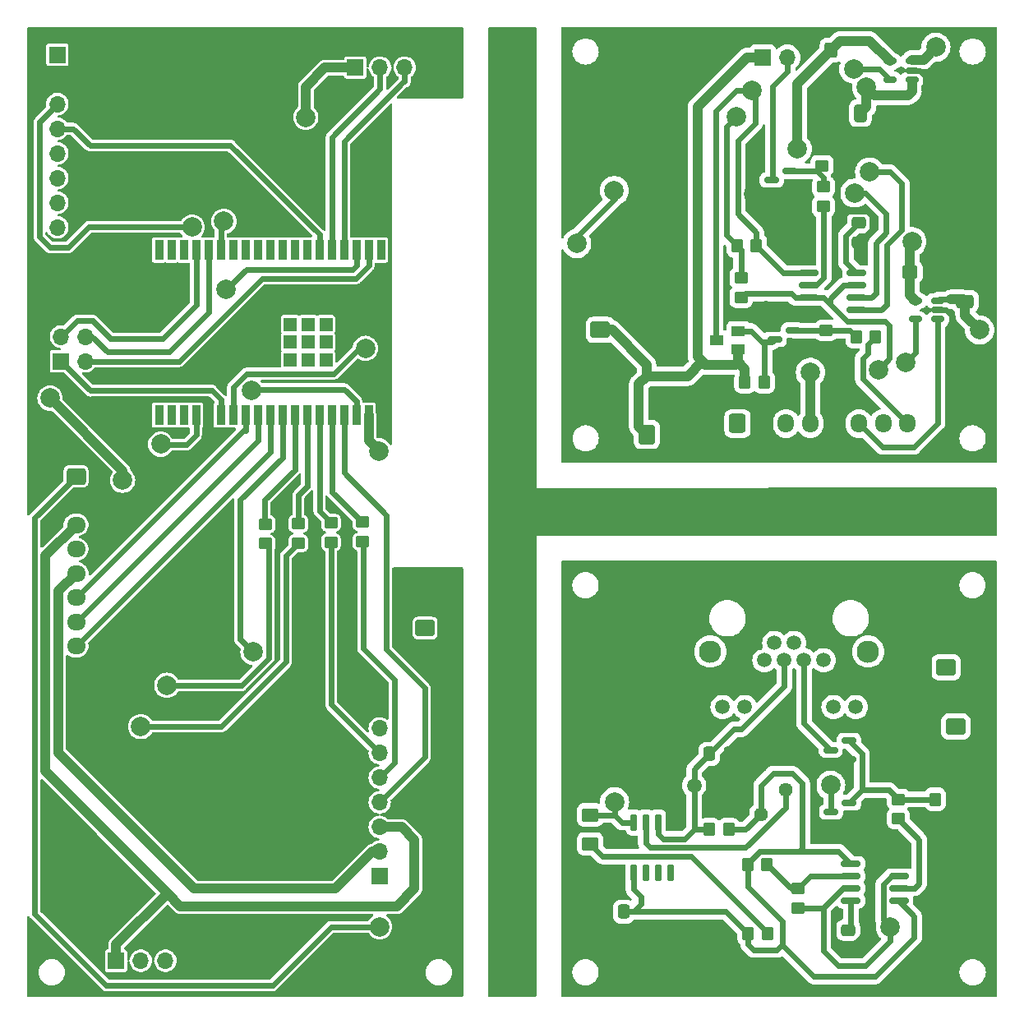
<source format=gbr>
%TF.GenerationSoftware,KiCad,Pcbnew,7.0.9*%
%TF.CreationDate,2023-11-16T02:53:52-05:00*%
%TF.ProjectId,SmartbikeALL,536d6172-7462-4696-9b65-414c4c2e6b69,rev?*%
%TF.SameCoordinates,Original*%
%TF.FileFunction,Copper,L2,Bot*%
%TF.FilePolarity,Positive*%
%FSLAX46Y46*%
G04 Gerber Fmt 4.6, Leading zero omitted, Abs format (unit mm)*
G04 Created by KiCad (PCBNEW 7.0.9) date 2023-11-16 02:53:52*
%MOMM*%
%LPD*%
G01*
G04 APERTURE LIST*
G04 Aperture macros list*
%AMRoundRect*
0 Rectangle with rounded corners*
0 $1 Rounding radius*
0 $2 $3 $4 $5 $6 $7 $8 $9 X,Y pos of 4 corners*
0 Add a 4 corners polygon primitive as box body*
4,1,4,$2,$3,$4,$5,$6,$7,$8,$9,$2,$3,0*
0 Add four circle primitives for the rounded corners*
1,1,$1+$1,$2,$3*
1,1,$1+$1,$4,$5*
1,1,$1+$1,$6,$7*
1,1,$1+$1,$8,$9*
0 Add four rect primitives between the rounded corners*
20,1,$1+$1,$2,$3,$4,$5,0*
20,1,$1+$1,$4,$5,$6,$7,0*
20,1,$1+$1,$6,$7,$8,$9,0*
20,1,$1+$1,$8,$9,$2,$3,0*%
G04 Aperture macros list end*
%TA.AperFunction,ComponentPad*%
%ADD10R,1.500000X1.500000*%
%TD*%
%TA.AperFunction,ComponentPad*%
%ADD11C,1.500000*%
%TD*%
%TA.AperFunction,ComponentPad*%
%ADD12C,2.300000*%
%TD*%
%TA.AperFunction,ComponentPad*%
%ADD13R,1.700000X1.700000*%
%TD*%
%TA.AperFunction,ComponentPad*%
%ADD14O,1.700000X1.700000*%
%TD*%
%TA.AperFunction,ComponentPad*%
%ADD15C,1.440000*%
%TD*%
%TA.AperFunction,ComponentPad*%
%ADD16RoundRect,0.250000X-0.750000X0.600000X-0.750000X-0.600000X0.750000X-0.600000X0.750000X0.600000X0*%
%TD*%
%TA.AperFunction,ComponentPad*%
%ADD17O,2.000000X1.700000*%
%TD*%
%TA.AperFunction,ComponentPad*%
%ADD18RoundRect,0.250000X0.750000X-0.600000X0.750000X0.600000X-0.750000X0.600000X-0.750000X-0.600000X0*%
%TD*%
%TA.AperFunction,ComponentPad*%
%ADD19RoundRect,0.250000X-0.725000X0.600000X-0.725000X-0.600000X0.725000X-0.600000X0.725000X0.600000X0*%
%TD*%
%TA.AperFunction,ComponentPad*%
%ADD20O,1.950000X1.700000*%
%TD*%
%TA.AperFunction,ComponentPad*%
%ADD21RoundRect,0.250000X-0.600000X-0.750000X0.600000X-0.750000X0.600000X0.750000X-0.600000X0.750000X0*%
%TD*%
%TA.AperFunction,ComponentPad*%
%ADD22O,1.700000X2.000000*%
%TD*%
%TA.AperFunction,ComponentPad*%
%ADD23RoundRect,0.250000X-0.600000X-0.725000X0.600000X-0.725000X0.600000X0.725000X-0.600000X0.725000X0*%
%TD*%
%TA.AperFunction,ComponentPad*%
%ADD24O,1.700000X1.950000*%
%TD*%
%TA.AperFunction,SMDPad,CuDef*%
%ADD25RoundRect,0.150000X0.587500X0.150000X-0.587500X0.150000X-0.587500X-0.150000X0.587500X-0.150000X0*%
%TD*%
%TA.AperFunction,SMDPad,CuDef*%
%ADD26RoundRect,0.250000X-0.425000X0.537500X-0.425000X-0.537500X0.425000X-0.537500X0.425000X0.537500X0*%
%TD*%
%TA.AperFunction,SMDPad,CuDef*%
%ADD27RoundRect,0.150000X0.512500X0.150000X-0.512500X0.150000X-0.512500X-0.150000X0.512500X-0.150000X0*%
%TD*%
%TA.AperFunction,SMDPad,CuDef*%
%ADD28RoundRect,0.150000X-0.150000X0.725000X-0.150000X-0.725000X0.150000X-0.725000X0.150000X0.725000X0*%
%TD*%
%TA.AperFunction,SMDPad,CuDef*%
%ADD29RoundRect,0.250000X-0.350000X-0.450000X0.350000X-0.450000X0.350000X0.450000X-0.350000X0.450000X0*%
%TD*%
%TA.AperFunction,SMDPad,CuDef*%
%ADD30RoundRect,0.250000X0.350000X0.450000X-0.350000X0.450000X-0.350000X-0.450000X0.350000X-0.450000X0*%
%TD*%
%TA.AperFunction,SMDPad,CuDef*%
%ADD31RoundRect,0.250000X0.450000X-0.350000X0.450000X0.350000X-0.450000X0.350000X-0.450000X-0.350000X0*%
%TD*%
%TA.AperFunction,SMDPad,CuDef*%
%ADD32RoundRect,0.250000X-0.450000X0.350000X-0.450000X-0.350000X0.450000X-0.350000X0.450000X0.350000X0*%
%TD*%
%TA.AperFunction,SMDPad,CuDef*%
%ADD33RoundRect,0.250000X-0.537500X-0.425000X0.537500X-0.425000X0.537500X0.425000X-0.537500X0.425000X0*%
%TD*%
%TA.AperFunction,SMDPad,CuDef*%
%ADD34RoundRect,0.250000X-0.475000X0.337500X-0.475000X-0.337500X0.475000X-0.337500X0.475000X0.337500X0*%
%TD*%
%TA.AperFunction,SMDPad,CuDef*%
%ADD35R,1.400000X1.000000*%
%TD*%
%TA.AperFunction,SMDPad,CuDef*%
%ADD36RoundRect,0.150000X-0.825000X-0.150000X0.825000X-0.150000X0.825000X0.150000X-0.825000X0.150000X0*%
%TD*%
%TA.AperFunction,SMDPad,CuDef*%
%ADD37RoundRect,0.250000X-0.337500X-0.475000X0.337500X-0.475000X0.337500X0.475000X-0.337500X0.475000X0*%
%TD*%
%TA.AperFunction,SMDPad,CuDef*%
%ADD38RoundRect,0.250000X0.412500X0.650000X-0.412500X0.650000X-0.412500X-0.650000X0.412500X-0.650000X0*%
%TD*%
%TA.AperFunction,SMDPad,CuDef*%
%ADD39R,0.900000X2.000000*%
%TD*%
%TA.AperFunction,SMDPad,CuDef*%
%ADD40R,1.330000X1.330000*%
%TD*%
%TA.AperFunction,SMDPad,CuDef*%
%ADD41RoundRect,0.250000X0.337500X0.475000X-0.337500X0.475000X-0.337500X-0.475000X0.337500X-0.475000X0*%
%TD*%
%TA.AperFunction,SMDPad,CuDef*%
%ADD42RoundRect,0.250001X-0.624999X0.462499X-0.624999X-0.462499X0.624999X-0.462499X0.624999X0.462499X0*%
%TD*%
%TA.AperFunction,SMDPad,CuDef*%
%ADD43RoundRect,0.150000X0.825000X0.150000X-0.825000X0.150000X-0.825000X-0.150000X0.825000X-0.150000X0*%
%TD*%
%TA.AperFunction,SMDPad,CuDef*%
%ADD44RoundRect,0.250000X0.650000X-0.412500X0.650000X0.412500X-0.650000X0.412500X-0.650000X-0.412500X0*%
%TD*%
%TA.AperFunction,ViaPad*%
%ADD45C,2.000000*%
%TD*%
%TA.AperFunction,Conductor*%
%ADD46C,0.600000*%
%TD*%
%TA.AperFunction,Conductor*%
%ADD47C,1.000000*%
%TD*%
%TA.AperFunction,Conductor*%
%ADD48C,0.601000*%
%TD*%
G04 APERTURE END LIST*
D10*
%TO.P,J2,1*%
%TO.N,GND*%
X190120000Y-87960000D03*
D11*
%TO.P,J2,2*%
%TO.N,+5V*%
X191136000Y-89740000D03*
%TO.P,J2,3*%
%TO.N,/Luz Frontal/VDD_FRONT*%
X192152000Y-87960000D03*
%TO.P,J2,4*%
%TO.N,/Luz Frontal/Vswf*%
X193168000Y-89740000D03*
%TO.P,J2,5*%
%TO.N,/Direccionales/VDD_der*%
X194184000Y-87960000D03*
%TO.P,J2,6*%
%TO.N,/Direccionales/VDD_izq*%
X195200000Y-89740000D03*
%TO.P,J2,7*%
%TO.N,GND*%
X196216000Y-87960000D03*
%TO.P,J2,8*%
%TO.N,+5V*%
X197232000Y-89740000D03*
%TO.P,J2,9*%
%TO.N,N/C*%
X186820000Y-94560000D03*
%TO.P,J2,10*%
X189110000Y-94560000D03*
%TO.P,J2,11*%
X198250000Y-94560000D03*
%TO.P,J2,12*%
X200540000Y-94560000D03*
D12*
%TO.P,J2,SH*%
X185550000Y-88850000D03*
X201810000Y-88850000D03*
%TD*%
D11*
%TO.P,R12,1*%
%TO.N,/Luz Frontal/Vswf*%
X183888000Y-102640000D03*
%TO.P,R12,2*%
%TO.N,GND*%
X180488000Y-102640000D03*
%TD*%
D13*
%TO.P,J3,1,Pin_1*%
%TO.N,+3.3V*%
X148988000Y-28690000D03*
D14*
%TO.P,J3,2,Pin_2*%
%TO.N,/Acondicionamiento/RX_BOOT*%
X151528000Y-28690000D03*
%TO.P,J3,3,Pin_3*%
%TO.N,/Acondicionamiento/TX_BOOT*%
X154068000Y-28690000D03*
%TO.P,J3,4,Pin_4*%
%TO.N,GND*%
X156608000Y-28690000D03*
%TD*%
D15*
%TO.P,RV1,1,1*%
%TO.N,/+VL*%
X190778000Y-105600000D03*
%TO.P,RV1,2,2*%
%TO.N,Net-(U2A--)*%
X193318000Y-103060000D03*
%TO.P,RV1,3,3*%
%TO.N,GND*%
X190778000Y-100520000D03*
%TD*%
D16*
%TO.P,JP1,1,Pin_1*%
%TO.N,+5V*%
X174223000Y-55716600D03*
D17*
%TO.P,JP1,2,Pin_2*%
%TO.N,GND*%
X174223000Y-58216600D03*
%TD*%
D13*
%TO.P,J6,1,Pin_1*%
%TO.N,+3.3_2*%
X124338000Y-120700000D03*
D14*
%TO.P,J6,2,Pin_2*%
%TO.N,/Acondicionamiento/TX_GPS*%
X126878000Y-120700000D03*
%TO.P,J6,3,Pin_3*%
%TO.N,/Acondicionamiento/RX_GPS*%
X129418000Y-120700000D03*
%TO.P,J6,4,Pin_4*%
%TO.N,GND*%
X131958000Y-120700000D03*
%TD*%
D16*
%TO.P,J1,1,Pin_1*%
%TO.N,/CtrLuces*%
X210838000Y-96600000D03*
D17*
%TO.P,J1,2,Pin_2*%
%TO.N,GND*%
X210838000Y-99100000D03*
%TD*%
D18*
%TO.P,J1,1,Pin_1*%
%TO.N,/Acondicionamiento/CtrLuces*%
X156158000Y-86420000D03*
D17*
%TO.P,J1,2,Pin_2*%
%TO.N,GND*%
X156158000Y-83920000D03*
%TD*%
D13*
%TO.P,J5,1,Pin_1*%
%TO.N,+3.3_2*%
X118288000Y-27360000D03*
D14*
%TO.P,J5,2,Pin_2*%
%TO.N,GND*%
X118288000Y-29900000D03*
%TO.P,J5,3,Pin_3*%
%TO.N,/Acondicionamiento/SCL*%
X118288000Y-32440000D03*
%TO.P,J5,4,Pin_4*%
%TO.N,/Acondicionamiento/SDA*%
X118288000Y-34980000D03*
%TO.P,J5,5,Pin_5*%
%TO.N,unconnected-(J5-Pin_5-Pad5)*%
X118288000Y-37520000D03*
%TO.P,J5,6,Pin_6*%
%TO.N,unconnected-(J5-Pin_6-Pad6)*%
X118288000Y-40060000D03*
%TO.P,J5,7,Pin_7*%
%TO.N,unconnected-(J5-Pin_7-Pad7)*%
X118288000Y-42600000D03*
%TO.P,J5,8,Pin_8*%
%TO.N,unconnected-(J5-Pin_8-Pad8)*%
X118288000Y-45140000D03*
%TD*%
D19*
%TO.P,JH1,1*%
%TO.N,4.1V*%
X120208000Y-70800000D03*
D20*
%TO.P,JH1,2*%
%TO.N,GND*%
X120208000Y-73300000D03*
%TO.P,JH1,3*%
%TO.N,+3.3_2*%
X120208000Y-75800000D03*
%TO.P,JH1,4*%
%TO.N,+3.3V*%
X120208000Y-78300000D03*
%TO.P,JH1,5*%
%TO.N,+5V*%
X120208000Y-80800000D03*
%TO.P,JH1,6*%
%TO.N,/Acondicionamiento/CtrGPSAc*%
X120208000Y-83300000D03*
%TO.P,JH1,7*%
%TO.N,/Acondicionamiento/CtrSIM*%
X120208000Y-85800000D03*
%TO.P,JH1,8*%
%TO.N,/Acondicionamiento/CtrAl*%
X120208000Y-88300000D03*
%TD*%
D18*
%TO.P,JP1,1,Pin_1*%
%TO.N,+5V*%
X209848000Y-90470000D03*
D17*
%TO.P,JP1,2,Pin_2*%
%TO.N,GND*%
X209848000Y-87970000D03*
%TD*%
D21*
%TO.P,J2,1,Pin_1*%
%TO.N,+5V*%
X178987400Y-66497000D03*
D22*
%TO.P,J2,2,Pin_2*%
%TO.N,GND*%
X181487400Y-66497000D03*
%TD*%
D13*
%TO.P,J4,1,Pin_1*%
%TO.N,4.1V*%
X151488000Y-112010000D03*
D14*
%TO.P,J4,2,Pin_2*%
%TO.N,+5V*%
X151488000Y-109470000D03*
%TO.P,J4,3,Pin_3*%
%TO.N,+3.3_2*%
X151488000Y-106930000D03*
%TO.P,J4,4,Pin_4*%
%TO.N,/Acondicionamiento/RST_SIM*%
X151488000Y-104390000D03*
%TO.P,J4,5,Pin_5*%
%TO.N,/Acondicionamiento/TX_SIM*%
X151488000Y-101850000D03*
%TO.P,J4,6,Pin_6*%
%TO.N,/Acondicionamiento/RX_SIM*%
X151488000Y-99310000D03*
%TO.P,J4,7,Pin_7*%
%TO.N,/Acondicionamiento/GPIO_SIM*%
X151488000Y-96770000D03*
%TO.P,J4,8,Pin_8*%
%TO.N,GND*%
X151488000Y-94230000D03*
%TD*%
D23*
%TO.P,J1,1,Pin_1*%
%TO.N,4.1V*%
X188356800Y-65354000D03*
D24*
%TO.P,J1,2,Pin_2*%
%TO.N,GND*%
X190856800Y-65354000D03*
%TO.P,J1,3,Pin_3*%
%TO.N,+3.3_2*%
X193356800Y-65354000D03*
%TO.P,J1,4,Pin_4*%
%TO.N,+3.3V*%
X195856800Y-65354000D03*
%TO.P,J1,5,Pin_5*%
%TO.N,GND*%
X198356800Y-65354000D03*
%TO.P,J1,6,Pin_6*%
%TO.N,/Alimentaci\u00F3n/ctrGPSAc*%
X200856800Y-65354000D03*
%TO.P,J1,7,Pin_7*%
%TO.N,/Alimentaci\u00F3n/ctrSIM*%
X203356800Y-65354000D03*
%TO.P,J1,8,Pin_8*%
%TO.N,/Alarma/CtrAl*%
X205856800Y-65354000D03*
%TD*%
D13*
%TO.P,J2,1,Pin_1*%
%TO.N,/Acondicionamiento/MP1*%
X118658000Y-58940000D03*
D14*
%TO.P,J2,2,Pin_2*%
%TO.N,/Acondicionamiento/MP2*%
X118658000Y-56400000D03*
%TO.P,J2,3,Pin_3*%
%TO.N,/Acondicionamiento/MP4*%
X121198000Y-58940000D03*
%TO.P,J2,4,Pin_4*%
%TO.N,/Acondicionamiento/MP3*%
X121198000Y-56400000D03*
%TD*%
D25*
%TO.P,Q4,1*%
%TO.N,/Direccionales/Vosc*%
X199873000Y-104430000D03*
%TO.P,Q4,2*%
%TO.N,GND*%
X199873000Y-106330000D03*
%TO.P,Q4,3*%
%TO.N,/Direccionales/VDD_der*%
X197998000Y-105380000D03*
%TD*%
D26*
%TO.P,C5,1*%
%TO.N,+3.3V*%
X197997400Y-26883300D03*
%TO.P,C5,2*%
%TO.N,GND*%
X197997400Y-29758300D03*
%TD*%
D27*
%TO.P,U1,1,IN*%
%TO.N,+5V*%
X206323100Y-28031200D03*
%TO.P,U1,2,GND*%
%TO.N,GND*%
X206323100Y-28981200D03*
%TO.P,U1,3,EN*%
%TO.N,+5V*%
X206323100Y-29931200D03*
%TO.P,U1,4,BP*%
%TO.N,Net-(U1-BP)*%
X204048100Y-29931200D03*
%TO.P,U1,5,OUT*%
%TO.N,+3.3V*%
X204048100Y-28031200D03*
%TD*%
D28*
%TO.P,U2,1*%
%TO.N,/Luz Frontal/Vop*%
X177638000Y-106460000D03*
%TO.P,U2,2,-*%
%TO.N,Net-(U2A--)*%
X178908000Y-106460000D03*
%TO.P,U2,3,+*%
%TO.N,/Luz Frontal/Vswf*%
X180178000Y-106460000D03*
%TO.P,U2,4,V-*%
%TO.N,GND*%
X181448000Y-106460000D03*
%TO.P,U2,5,+*%
%TO.N,unconnected-(U2B-+-Pad5)*%
X181448000Y-111610000D03*
%TO.P,U2,6,-*%
%TO.N,unconnected-(U2B---Pad6)*%
X180178000Y-111610000D03*
%TO.P,U2,7*%
%TO.N,unconnected-(U2-Pad7)*%
X178908000Y-111610000D03*
%TO.P,U2,8,V+*%
%TO.N,/+VL*%
X177638000Y-111610000D03*
%TD*%
D29*
%TO.P,R6,1*%
%TO.N,/+VL*%
X189388000Y-110770000D03*
%TO.P,R6,2*%
%TO.N,Net-(U1-DIS)*%
X191388000Y-110770000D03*
%TD*%
D30*
%TO.P,R7,1*%
%TO.N,/Alarma/VA*%
X190301200Y-47066000D03*
%TO.P,R7,2*%
%TO.N,Net-(U4-DIS)*%
X188301200Y-47066000D03*
%TD*%
D31*
%TO.P,R4,1*%
%TO.N,/Direccionales/V555*%
X204908000Y-106070000D03*
%TO.P,R4,2*%
%TO.N,/Direccionales/Vosc*%
X204908000Y-104070000D03*
%TD*%
%TO.P,R10,1*%
%TO.N,Net-(Q3-Pad1)*%
X197057600Y-38795000D03*
%TO.P,R10,2*%
%TO.N,GND*%
X197057600Y-36795000D03*
%TD*%
D32*
%TO.P,R7,1*%
%TO.N,Net-(U1-DIS)*%
X194588000Y-113270000D03*
%TO.P,R7,2*%
%TO.N,/Direccionales/TRIG*%
X194588000Y-115270000D03*
%TD*%
D33*
%TO.P,C10,1*%
%TO.N,+3.3_2*%
X206135700Y-49758400D03*
%TO.P,C10,2*%
%TO.N,GND*%
X209010700Y-49758400D03*
%TD*%
D31*
%TO.P,R9,1*%
%TO.N,/Alarma/V5552*%
X197210000Y-42986000D03*
%TO.P,R9,2*%
%TO.N,Net-(Q3-Pad1)*%
X197210000Y-40986000D03*
%TD*%
D32*
%TO.P,R7,1*%
%TO.N,/Acondicionamiento/RX_SIM_1*%
X146476800Y-75580800D03*
%TO.P,R7,2*%
%TO.N,/Acondicionamiento/RX_SIM*%
X146476800Y-77580800D03*
%TD*%
%TO.P,R8,1*%
%TO.N,/Acondicionamiento/TX_GPS_1*%
X143124000Y-75682400D03*
%TO.P,R8,2*%
%TO.N,/Acondicionamiento/TX_GPS*%
X143124000Y-77682400D03*
%TD*%
D29*
%TO.P,R6,1*%
%TO.N,+5V*%
X189123400Y-61086800D03*
%TO.P,R6,2*%
%TO.N,Net-(Q2-G)*%
X191123400Y-61086800D03*
%TD*%
D34*
%TO.P,C1,1*%
%TO.N,Net-(U1-CV)*%
X199758000Y-117542500D03*
%TO.P,C1,2*%
%TO.N,GND*%
X199758000Y-119617500D03*
%TD*%
D30*
%TO.P,R5,1*%
%TO.N,GND*%
X210718000Y-104070000D03*
%TO.P,R5,2*%
%TO.N,/Direccionales/Vosc*%
X208718000Y-104070000D03*
%TD*%
D35*
%TO.P,Q2,1,G*%
%TO.N,Net-(Q2-G)*%
X188437200Y-55818800D03*
%TO.P,Q2,2,S*%
%TO.N,+5V*%
X188437200Y-57718800D03*
%TO.P,Q2,3,D*%
%TO.N,/Alarma/VA*%
X186237200Y-56768800D03*
%TD*%
D25*
%TO.P,Q3,1*%
%TO.N,/Direccionales/Vosc*%
X199828000Y-98040000D03*
%TO.P,Q3,2*%
%TO.N,GND*%
X199828000Y-99940000D03*
%TO.P,Q3,3*%
%TO.N,/Direccionales/VDD_izq*%
X197953000Y-98990000D03*
%TD*%
D32*
%TO.P,R9,1*%
%TO.N,/Acondicionamiento/RX_GPS_1*%
X139720400Y-75733200D03*
%TO.P,R9,2*%
%TO.N,/Acondicionamiento/RX_GPS*%
X139720400Y-77733200D03*
%TD*%
%TO.P,R5,1*%
%TO.N,Net-(Q1-Pad1)*%
X197438600Y-55768800D03*
%TO.P,R5,2*%
%TO.N,GND*%
X197438600Y-57768800D03*
%TD*%
D36*
%TO.P,U4,1,GND*%
%TO.N,GND*%
X195663600Y-53670000D03*
%TO.P,U4,2,TR*%
%TO.N,/Alarma/TRIG*%
X195663600Y-52400000D03*
%TO.P,U4,3,Q*%
%TO.N,/Alarma/V5552*%
X195663600Y-51130000D03*
%TO.P,U4,4,R*%
%TO.N,/Alarma/VA*%
X195663600Y-49860000D03*
%TO.P,U4,5,CV*%
%TO.N,Net-(U4-CV)*%
X200613600Y-49860000D03*
%TO.P,U4,6,THR*%
%TO.N,/Alarma/TRIG*%
X200613600Y-51130000D03*
%TO.P,U4,7,DIS*%
%TO.N,Net-(U4-DIS)*%
X200613600Y-52400000D03*
%TO.P,U4,8,VCC*%
%TO.N,/Alarma/VA*%
X200613600Y-53670000D03*
%TD*%
D30*
%TO.P,R11,1*%
%TO.N,/+VL*%
X187478000Y-107180000D03*
%TO.P,R11,2*%
%TO.N,/Luz Frontal/Vswf*%
X185478000Y-107180000D03*
%TD*%
D25*
%TO.P,Q3,1*%
%TO.N,Net-(Q3-Pad1)*%
X193755600Y-39349400D03*
%TO.P,Q3,2*%
%TO.N,GND*%
X193755600Y-41249400D03*
%TO.P,Q3,3*%
%TO.N,Net-(BZ1-+)*%
X191880600Y-40299400D03*
%TD*%
D37*
%TO.P,C4,1*%
%TO.N,/Luz Frontal/Vswf*%
X185460500Y-99390000D03*
%TO.P,C4,2*%
%TO.N,GND*%
X187535500Y-99390000D03*
%TD*%
D25*
%TO.P,Q1,1*%
%TO.N,Net-(Q1-Pad1)*%
X194058100Y-55742600D03*
%TO.P,Q1,2*%
%TO.N,GND*%
X194058100Y-57642600D03*
%TO.P,Q1,3*%
%TO.N,Net-(Q2-G)*%
X192183100Y-56692600D03*
%TD*%
D27*
%TO.P,U3,1,IN*%
%TO.N,+5V*%
X208964700Y-52720000D03*
%TO.P,U3,2,GND*%
%TO.N,GND*%
X208964700Y-53670000D03*
%TO.P,U3,3,EN*%
%TO.N,/Alimentaci\u00F3n/ctrGPSAc*%
X208964700Y-54620000D03*
%TO.P,U3,4,BP*%
%TO.N,Net-(U3-BP)*%
X206689700Y-54620000D03*
%TO.P,U3,5,OUT*%
%TO.N,+3.3_2*%
X206689700Y-52720000D03*
%TD*%
D32*
%TO.P,R6,1*%
%TO.N,/Acondicionamiento/TX_SIM_1*%
X149728000Y-75530000D03*
%TO.P,R6,2*%
%TO.N,/Acondicionamiento/TX_SIM*%
X149728000Y-77530000D03*
%TD*%
D38*
%TO.P,C1,1*%
%TO.N,+5V*%
X201007700Y-33400800D03*
%TO.P,C1,2*%
%TO.N,GND*%
X197882700Y-33400800D03*
%TD*%
D39*
%TO.P,IC1,1,GND_1*%
%TO.N,GND*%
X151618000Y-64480000D03*
%TO.P,IC1,2,VDD33*%
%TO.N,+3.3V*%
X150348000Y-64480000D03*
%TO.P,IC1,3,EN*%
%TO.N,/Acondicionamiento/EN*%
X149078000Y-64480000D03*
%TO.P,IC1,4,SENSOR_VP*%
%TO.N,/Acondicionamiento/RST_SIM*%
X147808000Y-64480000D03*
%TO.P,IC1,5,SENSOR_VN*%
%TO.N,/Acondicionamiento/TX_SIM_1*%
X146538000Y-64480000D03*
%TO.P,IC1,6,IO34*%
%TO.N,/Acondicionamiento/RX_SIM_1*%
X145268000Y-64480000D03*
%TO.P,IC1,7,IO35*%
%TO.N,/Acondicionamiento/TX_GPS_1*%
X143998000Y-64480000D03*
%TO.P,IC1,8,IO32*%
%TO.N,/Acondicionamiento/RX_GPS_1*%
X142728000Y-64480000D03*
%TO.P,IC1,9,IO33*%
%TO.N,/Acondicionamiento/GPIO_SIM*%
X141458000Y-64480000D03*
%TO.P,IC1,10,IO25*%
%TO.N,/Acondicionamiento/CtrAl*%
X140188000Y-64480000D03*
%TO.P,IC1,11,IO26*%
%TO.N,/Acondicionamiento/CtrSIM*%
X138918000Y-64480000D03*
%TO.P,IC1,12,IO27*%
%TO.N,/Acondicionamiento/CtrGPSAc*%
X137648000Y-64480000D03*
%TO.P,IC1,13,IO14*%
%TO.N,/Acondicionamiento/CtrLuces*%
X136378000Y-64480000D03*
%TO.P,IC1,14,IO12*%
%TO.N,/Acondicionamiento/MP1*%
X135108000Y-64480000D03*
%TO.P,IC1,15,GND_2*%
%TO.N,GND*%
X133838000Y-64480000D03*
%TO.P,IC1,16,IO13*%
%TO.N,/Acondicionamiento/TEST_LED*%
X132568000Y-64480000D03*
%TO.P,IC1,17,SD2*%
%TO.N,unconnected-(IC1-SD2-Pad17)*%
X131298000Y-64480000D03*
%TO.P,IC1,18,SD3*%
%TO.N,unconnected-(IC1-SD3-Pad18)*%
X130028000Y-64480000D03*
%TO.P,IC1,19,CMD*%
%TO.N,unconnected-(IC1-CMD-Pad19)*%
X128758000Y-64480000D03*
%TO.P,IC1,20,CLK*%
%TO.N,unconnected-(IC1-CLK-Pad20)*%
X128758000Y-47480000D03*
%TO.P,IC1,21,SD0*%
%TO.N,unconnected-(IC1-SD0-Pad21)*%
X130028000Y-47480000D03*
%TO.P,IC1,22,SD1*%
%TO.N,unconnected-(IC1-SD1-Pad22)*%
X131298000Y-47480000D03*
%TO.P,IC1,23,IO15*%
%TO.N,/Acondicionamiento/MP2*%
X132568000Y-47480000D03*
%TO.P,IC1,24,IO2*%
%TO.N,/Acondicionamiento/MP3*%
X133838000Y-47480000D03*
%TO.P,IC1,25,IO0*%
%TO.N,/Acondicionamiento/BOOT*%
X135108000Y-47480000D03*
%TO.P,IC1,26,IO4*%
%TO.N,unconnected-(IC1-IO4-Pad26)*%
X136378000Y-47480000D03*
%TO.P,IC1,27,NC_1*%
%TO.N,unconnected-(IC1-NC_1-Pad27)*%
X137648000Y-47480000D03*
%TO.P,IC1,28,NC_2*%
%TO.N,unconnected-(IC1-NC_2-Pad28)*%
X138918000Y-47480000D03*
%TO.P,IC1,29,IO5*%
%TO.N,unconnected-(IC1-IO5-Pad29)*%
X140188000Y-47480000D03*
%TO.P,IC1,30,IO18*%
%TO.N,unconnected-(IC1-IO18-Pad30)*%
X141458000Y-47480000D03*
%TO.P,IC1,31,IO19*%
%TO.N,unconnected-(IC1-IO19-Pad31)*%
X142728000Y-47480000D03*
%TO.P,IC1,32,NC_3*%
%TO.N,unconnected-(IC1-NC_3-Pad32)*%
X143998000Y-47480000D03*
%TO.P,IC1,33,IO21*%
%TO.N,/Acondicionamiento/SDA*%
X145268000Y-47480000D03*
%TO.P,IC1,34,RXD0*%
%TO.N,/Acondicionamiento/RX_BOOT*%
X146538000Y-47480000D03*
%TO.P,IC1,35,TXD0*%
%TO.N,/Acondicionamiento/TX_BOOT*%
X147808000Y-47480000D03*
%TO.P,IC1,36,IO22*%
%TO.N,/Acondicionamiento/SCL*%
X149078000Y-47480000D03*
%TO.P,IC1,37,IO23*%
%TO.N,/Acondicionamiento/MP4*%
X150348000Y-47480000D03*
%TO.P,IC1,38,GND_3*%
%TO.N,unconnected-(IC1-GND_3-Pad38)*%
X151618000Y-47480000D03*
D40*
%TO.P,IC1,39,GND_4*%
%TO.N,unconnected-(IC1-GND_4-Pad39)*%
X145953000Y-58815000D03*
%TO.P,IC1,40,GND_5*%
%TO.N,unconnected-(IC1-GND_5-Pad40)*%
X144118000Y-58815000D03*
%TO.P,IC1,41,GND_6*%
%TO.N,unconnected-(IC1-GND_6-Pad41)*%
X142283000Y-58815000D03*
%TO.P,IC1,42,GND_7*%
%TO.N,unconnected-(IC1-GND_7-Pad42)*%
X142283000Y-56980000D03*
%TO.P,IC1,43,GND_8*%
%TO.N,unconnected-(IC1-GND_8-Pad43)*%
X142283000Y-55145000D03*
%TO.P,IC1,44,GND_9*%
%TO.N,unconnected-(IC1-GND_9-Pad44)*%
X144118000Y-55145000D03*
%TO.P,IC1,45,GND_10*%
%TO.N,unconnected-(IC1-GND_10-Pad45)*%
X145953000Y-55145000D03*
%TO.P,IC1,46,GND_11*%
%TO.N,unconnected-(IC1-GND_11-Pad46)*%
X145953000Y-56980000D03*
%TO.P,IC1,47,GND_12*%
%TO.N,unconnected-(IC1-GND_12-Pad47)*%
X144118000Y-56980000D03*
%TD*%
D30*
%TO.P,R4,1*%
%TO.N,/Alarma/CtrAl*%
X202578800Y-56413200D03*
%TO.P,R4,2*%
%TO.N,Net-(Q1-Pad1)*%
X200578800Y-56413200D03*
%TD*%
D29*
%TO.P,R13,1*%
%TO.N,/+VL*%
X189438000Y-117920000D03*
%TO.P,R13,2*%
%TO.N,Net-(D2-A)*%
X191438000Y-117920000D03*
%TD*%
D41*
%TO.P,C3,1*%
%TO.N,/+VL*%
X176638000Y-115650000D03*
%TO.P,C3,2*%
%TO.N,GND*%
X174563000Y-115650000D03*
%TD*%
D42*
%TO.P,D2,1,K*%
%TO.N,/Luz Frontal/Vop*%
X173168000Y-105692500D03*
%TO.P,D2,2,A*%
%TO.N,Net-(D2-A)*%
X173168000Y-108667500D03*
%TD*%
D43*
%TO.P,U1,1,GND*%
%TO.N,GND*%
X204968000Y-110710000D03*
%TO.P,U1,2,TR*%
%TO.N,/Direccionales/TRIG*%
X204968000Y-111980000D03*
%TO.P,U1,3,Q*%
%TO.N,/Direccionales/V555*%
X204968000Y-113250000D03*
%TO.P,U1,4,R*%
%TO.N,/+VL*%
X204968000Y-114520000D03*
%TO.P,U1,5,CV*%
%TO.N,Net-(U1-CV)*%
X200018000Y-114520000D03*
%TO.P,U1,6,THR*%
%TO.N,/Direccionales/TRIG*%
X200018000Y-113250000D03*
%TO.P,U1,7,DIS*%
%TO.N,Net-(U1-DIS)*%
X200018000Y-111980000D03*
%TO.P,U1,8,VCC*%
%TO.N,/+VL*%
X200018000Y-110710000D03*
%TD*%
D13*
%TO.P,BZ1,1,-*%
%TO.N,+5V*%
X190956600Y-27660400D03*
D14*
%TO.P,BZ1,2,+*%
%TO.N,Net-(BZ1-+)*%
X193496600Y-27660400D03*
%TD*%
D44*
%TO.P,C6,1*%
%TO.N,+5V*%
X211789600Y-52768700D03*
%TO.P,C6,2*%
%TO.N,GND*%
X211789600Y-49643700D03*
%TD*%
D32*
%TO.P,R8,1*%
%TO.N,Net-(U4-DIS)*%
X188726400Y-50384000D03*
%TO.P,R8,2*%
%TO.N,/Alarma/TRIG*%
X188726400Y-52384000D03*
%TD*%
D34*
%TO.P,C11,1*%
%TO.N,Net-(U4-CV)*%
X200867600Y-44656900D03*
%TO.P,C11,2*%
%TO.N,GND*%
X200867600Y-46731900D03*
%TD*%
D45*
%TO.N,/Acondicionamiento/BOOT*%
X135438000Y-44528900D03*
%TO.N,GND*%
X189976000Y-41734000D03*
X207378300Y-38001700D03*
X149828000Y-53160000D03*
X123528000Y-41220000D03*
X142858000Y-102860000D03*
X191246000Y-53704000D03*
%TO.N,+3.3V*%
X194512500Y-37077300D03*
X151418000Y-68180000D03*
X195860000Y-60090000D03*
X143875800Y-33799700D03*
%TO.N,/Acondicionamiento/EN*%
X138308000Y-61930000D03*
%TO.N,/Acondicionamiento/CtrLuces*%
X150018500Y-57620000D03*
%TO.N,/Acondicionamiento/TEST_LED*%
X128938000Y-67490000D03*
%TO.N,/Acondicionamiento/SCL*%
X132167800Y-45125900D03*
X135658000Y-51570000D03*
%TO.N,4.1V*%
X151488000Y-117200000D03*
%TO.N,+3.3_2*%
X124998000Y-71200000D03*
X206326898Y-46616938D03*
X117528000Y-62740000D03*
%TO.N,/Acondicionamiento/TX_GPS*%
X126878000Y-96575200D03*
%TO.N,/Acondicionamiento/RX_GPS*%
X129556900Y-92327100D03*
%TO.N,+5V*%
X213299900Y-55718600D03*
X208786000Y-26594000D03*
X201654900Y-30714633D03*
%TO.N,Net-(U1-BP)*%
X200346000Y-28824000D03*
%TO.N,Net-(U3-BP)*%
X205676000Y-59034000D03*
%TO.N,/Alarma/TRIG*%
X202845500Y-59787582D03*
%TO.N,/Alimentaci\u00F3n/ctrSIM*%
X175660000Y-41351800D03*
X171786000Y-46824000D03*
%TO.N,/Alarma/VA*%
X189886000Y-31044000D03*
X201971345Y-39453709D03*
%TO.N,Net-(U4-DIS)*%
X188215100Y-33776500D03*
X200445500Y-41604000D03*
%TO.N,/Direccionales/TRIG*%
X204110491Y-117252491D03*
%TO.N,/Luz Frontal/Vop*%
X175690700Y-104333200D03*
%TO.N,/Direccionales/VDD_der*%
X197948800Y-102624000D03*
%TO.N,/Acondicionamiento/GPIO_SIM*%
X138426100Y-88901900D03*
%TD*%
D46*
%TO.N,GND*%
X140228800Y-27080000D02*
X154998000Y-27080000D01*
X137408800Y-29900000D02*
X140228800Y-27080000D01*
X137408800Y-35293300D02*
X137408800Y-29900000D01*
X154998000Y-27080000D02*
X156608000Y-28690000D01*
X209850000Y-53670000D02*
X208964700Y-53670000D01*
X210490000Y-54310000D02*
X209850000Y-53670000D01*
X210490000Y-65770000D02*
X210490000Y-54310000D01*
X201952800Y-68950000D02*
X207310000Y-68950000D01*
X207310000Y-68950000D02*
X210490000Y-65770000D01*
X198356800Y-65354000D02*
X201952800Y-68950000D01*
X171090000Y-104740000D02*
X171090000Y-112177000D01*
X173690000Y-102140000D02*
X171090000Y-104740000D01*
X179988000Y-102140000D02*
X173690000Y-102140000D01*
X171090000Y-112177000D02*
X174563000Y-115650000D01*
X180488000Y-102640000D02*
X179988000Y-102140000D01*
X191140000Y-86080000D02*
X195080000Y-86080000D01*
X190120000Y-87100000D02*
X191140000Y-86080000D01*
X195080000Y-86080000D02*
X196216000Y-87216000D01*
X196216000Y-87216000D02*
X196216000Y-87960000D01*
X190120000Y-87960000D02*
X190120000Y-87100000D01*
X213100000Y-89620100D02*
X211449900Y-87970000D01*
X211449900Y-87970000D02*
X209848000Y-87970000D01*
X213100000Y-97563900D02*
X213100000Y-89620100D01*
X210838000Y-99825900D02*
X213100000Y-97563900D01*
X202910000Y-110710000D02*
X204167100Y-110710000D01*
X201960000Y-111660000D02*
X202910000Y-110710000D01*
X199758000Y-119617500D02*
X201960000Y-117415500D01*
X201960000Y-117415500D02*
X201960000Y-111660000D01*
X199373000Y-106830000D02*
X199873000Y-106330000D01*
X197130000Y-106830000D02*
X199373000Y-106830000D01*
X196190000Y-105890000D02*
X197130000Y-106830000D01*
X196346900Y-100520000D02*
X196190000Y-100676900D01*
X196190000Y-100676900D02*
X196190000Y-105890000D01*
X191288000Y-100010000D02*
X190778000Y-100520000D01*
X195836900Y-100010000D02*
X191288000Y-100010000D01*
X196346900Y-100520000D02*
X195836900Y-100010000D01*
D47*
%TO.N,+5V*%
X206323100Y-31146900D02*
X206323100Y-30081200D01*
X205939300Y-31530700D02*
X206323100Y-31146900D01*
X201654900Y-30714633D02*
X202470967Y-31530700D01*
X202470967Y-31530700D02*
X205939300Y-31530700D01*
D46*
%TO.N,GND*%
X202196000Y-45403500D02*
X200867600Y-46731900D01*
X199471400Y-43469400D02*
X201701610Y-43469400D01*
X198640000Y-42638000D02*
X199471400Y-43469400D01*
X198640000Y-39280000D02*
X198640000Y-42638000D01*
X200359100Y-37560900D02*
X198640000Y-39280000D01*
X202196000Y-43963790D02*
X202196000Y-45403500D01*
X201378800Y-37560900D02*
X200359100Y-37560900D01*
X201701610Y-43469400D02*
X202196000Y-43963790D01*
D47*
%TO.N,+3.3V*%
X195856800Y-63577100D02*
X195856800Y-65354000D01*
X195860000Y-63573900D02*
X195856800Y-63577100D01*
X195860000Y-60090000D02*
X195860000Y-63573900D01*
D46*
%TO.N,GND*%
X198484800Y-57768800D02*
X197438600Y-57768800D01*
X199390000Y-58674000D02*
X198484800Y-57768800D01*
X199390000Y-62743900D02*
X199390000Y-58674000D01*
X198356800Y-65354000D02*
X198356800Y-63777100D01*
X198356800Y-63777100D02*
X199390000Y-62743900D01*
%TO.N,/Acondicionamiento/BOOT*%
X135108000Y-44858900D02*
X135438000Y-44528900D01*
X135108000Y-47480000D02*
X135108000Y-44858900D01*
%TO.N,GND*%
X210838000Y-99825900D02*
X210838000Y-100551900D01*
X197312400Y-57642600D02*
X194058100Y-57642600D01*
X200612900Y-36795000D02*
X201378800Y-37560900D01*
X209588400Y-49643700D02*
X209588400Y-40211800D01*
X199248000Y-100520000D02*
X196346900Y-100520000D01*
X209588400Y-40211800D02*
X207378300Y-38001700D01*
X199828000Y-99940000D02*
X199248000Y-100520000D01*
X204167100Y-110710000D02*
X204968000Y-110710000D01*
X207378300Y-38001700D02*
X205953800Y-36577200D01*
X210838000Y-99100000D02*
X210838000Y-99825900D01*
X207154000Y-28981200D02*
X206323100Y-28981200D01*
X127653600Y-73300000D02*
X133838000Y-67115600D01*
X209125400Y-49643700D02*
X209588400Y-49643700D01*
X187535500Y-99390000D02*
X188665500Y-100520000D01*
X209010700Y-49758400D02*
X209125400Y-49643700D01*
X188665500Y-100520000D02*
X190778000Y-100520000D01*
X205953800Y-36577200D02*
X202362500Y-36577200D01*
X197438600Y-57768800D02*
X197312400Y-57642600D01*
X199873000Y-106330000D02*
X204167100Y-110624100D01*
X204167100Y-110624100D02*
X204167100Y-110710000D01*
X208414600Y-30241800D02*
X207154000Y-28981200D01*
X197057600Y-36795000D02*
X197882700Y-36795000D01*
X191280000Y-53670000D02*
X195663600Y-53670000D01*
X189976000Y-41734000D02*
X190460600Y-41249400D01*
X202362500Y-36577200D02*
X201378800Y-37560900D01*
X208414600Y-34116400D02*
X208414600Y-30241800D01*
X210718000Y-100671900D02*
X210718000Y-104070000D01*
X210838000Y-100551900D02*
X210718000Y-100671900D01*
X209588400Y-49643700D02*
X211789600Y-49643700D01*
X197997400Y-33286100D02*
X197997400Y-29758300D01*
X181448000Y-103600000D02*
X180488000Y-102640000D01*
X197882700Y-36795000D02*
X197882700Y-33400800D01*
X181448000Y-106460000D02*
X181448000Y-103600000D01*
X120208000Y-73300000D02*
X127653600Y-73300000D01*
X191246000Y-53704000D02*
X191280000Y-53670000D01*
X190460600Y-41249400D02*
X193755600Y-41249400D01*
X133838000Y-67115600D02*
X133838000Y-64480000D01*
X197882700Y-36795000D02*
X200612900Y-36795000D01*
X205953800Y-36577200D02*
X208414600Y-34116400D01*
X118648000Y-29900000D02*
X118288000Y-29900000D01*
X197882700Y-33400800D02*
X197997400Y-33286100D01*
D47*
%TO.N,+3.3V*%
X150348000Y-67110000D02*
X150348000Y-64480000D01*
X148988000Y-28690000D02*
X145848000Y-28690000D01*
X151418000Y-68180000D02*
X150348000Y-67110000D01*
X204048100Y-28031200D02*
X201970900Y-25954000D01*
X145848000Y-28690000D02*
X143875800Y-30662200D01*
X197997400Y-26883300D02*
X194512500Y-30368200D01*
X201970900Y-25954000D02*
X198926700Y-25954000D01*
X143875800Y-30662200D02*
X143875800Y-33799700D01*
X194512500Y-30368200D02*
X194512500Y-37077300D01*
X198926700Y-25954000D02*
X197997400Y-26883300D01*
D46*
%TO.N,/Acondicionamiento/EN*%
X147878000Y-61820000D02*
X138418000Y-61820000D01*
X138418000Y-61820000D02*
X138308000Y-61930000D01*
X149078000Y-63020000D02*
X147878000Y-61820000D01*
X149078000Y-64480000D02*
X149078000Y-63020000D01*
%TO.N,Net-(D2-A)*%
X183563800Y-109960000D02*
X191438000Y-117834200D01*
X174460500Y-109960000D02*
X183563800Y-109960000D01*
X191438000Y-117834200D02*
X191438000Y-117920000D01*
X173168000Y-108667500D02*
X174460500Y-109960000D01*
%TO.N,/Acondicionamiento/RST_SIM*%
X147808000Y-70420000D02*
X147808000Y-64480000D01*
X156148000Y-92611900D02*
X152173600Y-88637500D01*
X156148000Y-99730000D02*
X156148000Y-92611900D01*
X151488000Y-104390000D02*
X156148000Y-99730000D01*
X152173600Y-88637500D02*
X152173600Y-74785600D01*
X152173600Y-74785600D02*
X147808000Y-70420000D01*
%TO.N,/Acondicionamiento/TX_SIM*%
X149770600Y-77530000D02*
X149770600Y-88534300D01*
X149728000Y-77530000D02*
X149770600Y-77530000D01*
X152998200Y-91761900D02*
X152998200Y-100340000D01*
X152998200Y-100340000D02*
X151488000Y-101850000D01*
X149770600Y-77530000D02*
X149813100Y-77530000D01*
X149770600Y-88534300D02*
X152998200Y-91761900D01*
%TO.N,/Acondicionamiento/RX_SIM*%
X146476800Y-94298800D02*
X151488000Y-99310000D01*
X146476800Y-77580800D02*
X146476800Y-94298800D01*
X146476800Y-77580800D02*
X146470800Y-77580800D01*
%TO.N,/Acondicionamiento/CtrAl*%
X140188000Y-68320000D02*
X120208000Y-88300000D01*
X140188000Y-64480000D02*
X140188000Y-68320000D01*
%TO.N,/Acondicionamiento/CtrSIM*%
X120208000Y-85800000D02*
X138918000Y-67090000D01*
X138918000Y-67090000D02*
X138918000Y-64480000D01*
%TO.N,/Acondicionamiento/CtrGPSAc*%
X137648000Y-64480000D02*
X137648000Y-66081900D01*
X137426100Y-66081900D02*
X120208000Y-83300000D01*
X137648000Y-66081900D02*
X137426100Y-66081900D01*
%TO.N,/Acondicionamiento/CtrLuces*%
X149379300Y-57620000D02*
X146783600Y-60215700D01*
X136378000Y-61580000D02*
X136378000Y-64480000D01*
X150018500Y-57620000D02*
X149379300Y-57620000D01*
X146783600Y-60215700D02*
X137742300Y-60215700D01*
X137742300Y-60215700D02*
X136378000Y-61580000D01*
%TO.N,/Acondicionamiento/MP1*%
X135108000Y-62872500D02*
X134213600Y-61978100D01*
X134213600Y-61978100D02*
X121696100Y-61978100D01*
X135108000Y-64480000D02*
X135108000Y-62872500D01*
X121696100Y-61978100D02*
X118658000Y-58940000D01*
%TO.N,/Acondicionamiento/MP2*%
X120308000Y-54750000D02*
X121928000Y-54750000D01*
X123758000Y-56580000D02*
X129128000Y-56580000D01*
X121928000Y-54750000D02*
X123758000Y-56580000D01*
X118658000Y-56400000D02*
X120308000Y-54750000D01*
X129128000Y-56580000D02*
X132568000Y-53140000D01*
X132568000Y-53140000D02*
X132568000Y-47480000D01*
%TO.N,/Acondicionamiento/MP3*%
X121198000Y-56400000D02*
X121858000Y-56400000D01*
X123448000Y-57990000D02*
X129778000Y-57990000D01*
X133838000Y-53930000D02*
X133838000Y-47480000D01*
X129778000Y-57990000D02*
X133838000Y-53930000D01*
X121858000Y-56400000D02*
X123448000Y-57990000D01*
%TO.N,/Acondicionamiento/TEST_LED*%
X132568000Y-66550000D02*
X132568000Y-64480000D01*
X131568000Y-67550000D02*
X132568000Y-66550000D01*
X128938000Y-67490000D02*
X128998000Y-67550000D01*
X128998000Y-67550000D02*
X131568000Y-67550000D01*
%TO.N,/Acondicionamiento/MP4*%
X130818100Y-58940000D02*
X139368100Y-50390000D01*
X149045500Y-50390000D02*
X150348000Y-49087500D01*
X150348000Y-49087500D02*
X150348000Y-47480000D01*
X121198000Y-58940000D02*
X130818100Y-58940000D01*
X139368100Y-50390000D02*
X149045500Y-50390000D01*
%TO.N,/Acondicionamiento/SDA*%
X119898000Y-34980000D02*
X118288000Y-34980000D01*
X145268000Y-47480000D02*
X145268000Y-45878100D01*
X121648000Y-36730000D02*
X119898000Y-34980000D01*
X145268000Y-45878100D02*
X136119900Y-36730000D01*
X136119900Y-36730000D02*
X121648000Y-36730000D01*
%TO.N,/Acondicionamiento/RX_BOOT*%
X146538000Y-35840000D02*
X151528000Y-30850000D01*
X146538000Y-47480000D02*
X146538000Y-35840000D01*
X151528000Y-30850000D02*
X151528000Y-28690000D01*
%TO.N,/Acondicionamiento/TX_BOOT*%
X153986100Y-30141900D02*
X147808000Y-36320000D01*
X147808000Y-36320000D02*
X147808000Y-47480000D01*
X154068000Y-28690000D02*
X154068000Y-30141900D01*
X154068000Y-30141900D02*
X153986100Y-30141900D01*
%TO.N,/Acondicionamiento/SCL*%
X135658000Y-51570000D02*
X137758000Y-49470000D01*
X119438000Y-47190000D02*
X121498000Y-45130000D01*
X116448000Y-46140000D02*
X117498000Y-47190000D01*
X117498000Y-47190000D02*
X119438000Y-47190000D01*
X148692708Y-49470000D02*
X149078000Y-49084708D01*
X149078000Y-49084708D02*
X149078000Y-47480000D01*
X121498000Y-45130000D02*
X132163700Y-45130000D01*
X137758000Y-49470000D02*
X148692708Y-49470000D01*
X116448000Y-34280000D02*
X116448000Y-46140000D01*
X118288000Y-32440000D02*
X116448000Y-34280000D01*
X132163700Y-45130000D02*
X132167800Y-45125900D01*
%TO.N,4.1V*%
X115960200Y-115882000D02*
X115960200Y-75047800D01*
X146488000Y-117200000D02*
X140458000Y-123230000D01*
X115960200Y-75047800D02*
X120208000Y-70800000D01*
X151488000Y-117200000D02*
X146488000Y-117200000D01*
X123308000Y-123230000D02*
X115960200Y-115882000D01*
X140458000Y-123230000D02*
X123308000Y-123230000D01*
D47*
%TO.N,+3.3_2*%
X153268000Y-115100000D02*
X155078000Y-113290000D01*
X155078000Y-113290000D02*
X155078000Y-108230000D01*
X117062100Y-78945900D02*
X120208000Y-75800000D01*
X124338000Y-120700000D02*
X124338000Y-119048000D01*
X155078000Y-108230000D02*
X153778000Y-106930000D01*
X117528000Y-62740000D02*
X124998000Y-70210000D01*
X124998000Y-70210000D02*
X124998000Y-71200000D01*
X117062100Y-101184000D02*
X117062100Y-78945900D01*
X130957900Y-115080000D02*
X152068000Y-115080000D01*
X206135700Y-46808136D02*
X206135700Y-49758400D01*
X206689700Y-52720000D02*
X206135700Y-52166000D01*
X152068000Y-115080000D02*
X152088000Y-115100000D01*
X153778000Y-106930000D02*
X151488000Y-106930000D01*
X206326898Y-46616938D02*
X206135700Y-46808136D01*
X124338000Y-119048000D02*
X129632000Y-113754000D01*
X152088000Y-115100000D02*
X153268000Y-115100000D01*
X129632000Y-113754000D02*
X130957900Y-115080000D01*
X129632000Y-113754000D02*
X117062100Y-101184000D01*
X206135700Y-52166000D02*
X206135700Y-49758400D01*
D46*
%TO.N,/Acondicionamiento/TX_GPS*%
X141848000Y-89910000D02*
X135182800Y-96575200D01*
X143124000Y-77682400D02*
X141848000Y-78958400D01*
X135182800Y-96575200D02*
X126878000Y-96575200D01*
X141848000Y-78958400D02*
X141848000Y-89910000D01*
%TO.N,/Acondicionamiento/RX_GPS*%
X140066400Y-78082200D02*
X140066400Y-89533800D01*
X137273100Y-92327100D02*
X129556900Y-92327100D01*
X140066400Y-89533800D02*
X137273100Y-92327100D01*
X139717400Y-77733200D02*
X140066400Y-78082200D01*
X139714400Y-77733200D02*
X139717400Y-77733200D01*
X139717400Y-77733200D02*
X139720400Y-77733200D01*
D47*
%TO.N,+5V*%
X178186000Y-65695600D02*
X178987400Y-66497000D01*
X150728000Y-109470000D02*
X151488000Y-109470000D01*
X120208000Y-80800000D02*
X118380800Y-82627200D01*
X118380800Y-82627200D02*
X118380800Y-99252800D01*
X178186000Y-61282400D02*
X178186000Y-65695600D01*
X178987400Y-60481000D02*
X178186000Y-61282400D01*
X184692900Y-59017100D02*
X183229000Y-60481000D01*
X175418600Y-55716600D02*
X178987400Y-59285400D01*
X211589900Y-52569000D02*
X210343100Y-52569000D01*
X201654900Y-30714633D02*
X201654900Y-32753600D01*
X207501500Y-27878500D02*
X208786000Y-26594000D01*
X211789600Y-54208300D02*
X211789600Y-52768700D01*
X188163900Y-59294000D02*
X185010300Y-59294000D01*
X213299900Y-55718600D02*
X211789600Y-54208300D01*
X184733400Y-59017100D02*
X184226000Y-58509700D01*
X184226000Y-32739100D02*
X189304700Y-27660400D01*
X188437200Y-59020700D02*
X189123400Y-59706900D01*
X189123400Y-59706900D02*
X189123400Y-61086800D01*
X184226000Y-58509700D02*
X184226000Y-32739100D01*
X184733400Y-59017100D02*
X184692900Y-59017100D01*
X211789600Y-52768700D02*
X211589900Y-52569000D01*
X206323100Y-27878500D02*
X207501500Y-27878500D01*
X174223000Y-55716600D02*
X175418600Y-55716600D01*
X201654900Y-32753600D02*
X201007700Y-33400800D01*
X183229000Y-60481000D02*
X178987400Y-60481000D01*
X146938000Y-113260000D02*
X150728000Y-109470000D01*
D48*
X210343100Y-52569000D02*
X209115700Y-52569000D01*
D47*
X132388000Y-113260000D02*
X146938000Y-113260000D01*
X189304700Y-27660400D02*
X190956600Y-27660400D01*
X188437200Y-57718800D02*
X188437200Y-59020700D01*
X188437200Y-59020700D02*
X188163900Y-59294000D01*
X185010300Y-59294000D02*
X184733400Y-59017100D01*
X178987400Y-59285400D02*
X178987400Y-60481000D01*
X118380800Y-99252800D02*
X132388000Y-113260000D01*
D48*
X206323100Y-27878500D02*
X206323100Y-28031200D01*
X209115700Y-52569000D02*
X208964700Y-52720000D01*
D46*
%TO.N,Net-(BZ1-+)*%
X191999800Y-40180200D02*
X191999800Y-30609100D01*
X191999800Y-30609100D02*
X193496600Y-29112300D01*
X191880600Y-40299400D02*
X191999800Y-40180200D01*
X193496600Y-27660400D02*
X193496600Y-29112300D01*
%TO.N,Net-(U1-BP)*%
X202980900Y-28864000D02*
X204048100Y-29931200D01*
X200386000Y-28864000D02*
X202980900Y-28864000D01*
X200346000Y-28824000D02*
X200386000Y-28864000D01*
%TO.N,Net-(U3-BP)*%
X205676000Y-59034000D02*
X206689700Y-58020300D01*
X206689700Y-58020300D02*
X206689700Y-54620000D01*
%TO.N,Net-(U4-CV)*%
X200613600Y-49860000D02*
X199527200Y-48773600D01*
X199527200Y-48773600D02*
X199527200Y-45997300D01*
X199527200Y-45997300D02*
X200867600Y-44656900D01*
%TO.N,/Alarma/TRIG*%
X203596000Y-54814000D02*
X199655000Y-54814000D01*
X204006000Y-55224000D02*
X203596000Y-54814000D01*
X197241000Y-52400000D02*
X195663600Y-52400000D01*
X193890100Y-51984700D02*
X189125700Y-51984700D01*
X197877600Y-52532400D02*
X197877600Y-53036600D01*
X194305400Y-52400000D02*
X193890100Y-51984700D01*
X197877600Y-53036600D02*
X197241000Y-52400000D01*
X199280000Y-51130000D02*
X197877600Y-52532400D01*
X200613600Y-51130000D02*
X199280000Y-51130000D01*
X199655000Y-54814000D02*
X197877600Y-53036600D01*
X189125700Y-51984700D02*
X188726400Y-52384000D01*
X195663600Y-52400000D02*
X194305400Y-52400000D01*
X202845500Y-59787582D02*
X204006000Y-58627082D01*
X204006000Y-58627082D02*
X204006000Y-55224000D01*
%TO.N,/Alimentaci\u00F3n/ctrGPSAc*%
X206496000Y-67774000D02*
X203276800Y-67774000D01*
X208964700Y-65305300D02*
X206496000Y-67774000D01*
X203276800Y-67774000D02*
X200856800Y-65354000D01*
X208964700Y-54620000D02*
X208964700Y-65305300D01*
%TO.N,/Alimentaci\u00F3n/ctrSIM*%
X175666000Y-42224000D02*
X175666000Y-41357800D01*
X171786000Y-46824000D02*
X171786000Y-46104000D01*
X171786000Y-46104000D02*
X175666000Y-42224000D01*
X175666000Y-41357800D02*
X175660000Y-41351800D01*
%TO.N,/Alarma/CtrAl*%
X202578800Y-56413200D02*
X201778800Y-57213200D01*
X201246000Y-60743200D02*
X205856800Y-65354000D01*
X201246000Y-58634000D02*
X201246000Y-60743200D01*
X201778800Y-57213200D02*
X201778800Y-58101200D01*
X201778800Y-58101200D02*
X201246000Y-58634000D01*
%TO.N,Net-(Q1-Pad1)*%
X197438600Y-55768800D02*
X199934400Y-55768800D01*
X199934400Y-55768800D02*
X200578800Y-56413200D01*
X194084300Y-55768800D02*
X197438600Y-55768800D01*
X194058100Y-55742600D02*
X194084300Y-55768800D01*
%TO.N,Net-(Q2-G)*%
X191123400Y-56975800D02*
X191123400Y-61086800D01*
X188437200Y-55818800D02*
X189739100Y-55818800D01*
X191123400Y-56975800D02*
X191899900Y-56975800D01*
X189739100Y-55818800D02*
X190896100Y-56975800D01*
X191899900Y-56975800D02*
X192183100Y-56692600D01*
X190896100Y-56975800D02*
X191123400Y-56975800D01*
%TO.N,/Alarma/VA*%
X188376000Y-43778500D02*
X188376000Y-36224000D01*
X186237200Y-56768800D02*
X186086300Y-56617900D01*
X190176000Y-31334000D02*
X189886000Y-31044000D01*
X190301200Y-45703700D02*
X188376000Y-43778500D01*
X188206000Y-31044000D02*
X189886000Y-31044000D01*
X205285400Y-40651358D02*
X205285400Y-45396400D01*
X201971345Y-39453709D02*
X204087751Y-39453709D01*
X190176000Y-34424000D02*
X190176000Y-31334000D01*
X205285400Y-45396400D02*
X203736000Y-46945800D01*
X188376000Y-36224000D02*
X190176000Y-34424000D01*
X190301200Y-47066000D02*
X190301200Y-45703700D01*
X203736000Y-46945800D02*
X203736000Y-53104000D01*
X203170000Y-53670000D02*
X200613600Y-53670000D01*
X186086300Y-33163700D02*
X188206000Y-31044000D01*
X203736000Y-53104000D02*
X203170000Y-53670000D01*
X193095200Y-49860000D02*
X190301200Y-47066000D01*
X186086300Y-56617900D02*
X186086300Y-33163700D01*
X204087751Y-39453709D02*
X205285400Y-40651358D01*
X195663600Y-49860000D02*
X193095200Y-49860000D01*
%TO.N,Net-(Q3-Pad1)*%
X196503200Y-39349400D02*
X197057600Y-38795000D01*
X197210000Y-40986000D02*
X197210000Y-40056200D01*
X193755600Y-39349400D02*
X196503200Y-39349400D01*
X197210000Y-40056200D02*
X196503200Y-39349400D01*
%TO.N,Net-(U4-DIS)*%
X202606000Y-46800200D02*
X202606000Y-51944000D01*
X203681000Y-45725200D02*
X202606000Y-46800200D01*
X203681000Y-43739000D02*
X203681000Y-45725200D01*
X202606000Y-51944000D02*
X202150000Y-52400000D01*
X200445500Y-41604000D02*
X201546000Y-41604000D01*
X187206000Y-34785600D02*
X188215100Y-33776500D01*
X202150000Y-52400000D02*
X200613600Y-52400000D01*
X188726400Y-47491200D02*
X188301200Y-47066000D01*
X187206000Y-45970800D02*
X187206000Y-34785600D01*
X188726400Y-50384000D02*
X188726400Y-47491200D01*
X201546000Y-41604000D02*
X203681000Y-43739000D01*
X188301200Y-47066000D02*
X187206000Y-45970800D01*
%TO.N,/Alarma/V5552*%
X196440600Y-51130000D02*
X195663600Y-51130000D01*
X197251400Y-43027400D02*
X197251400Y-50319200D01*
X197251400Y-50319200D02*
X196440600Y-51130000D01*
X197210000Y-42986000D02*
X197251400Y-43027400D01*
%TO.N,Net-(U1-CV)*%
X200018000Y-117282500D02*
X200018000Y-114520000D01*
X199758000Y-117542500D02*
X200018000Y-117282500D01*
%TO.N,/Direccionales/TRIG*%
X199197200Y-113250000D02*
X197177200Y-115270000D01*
X197177200Y-115270000D02*
X194588000Y-115270000D01*
X200018000Y-113250000D02*
X199197200Y-113250000D01*
X203366200Y-112812600D02*
X204198800Y-111980000D01*
X204110491Y-117177473D02*
X204110491Y-117252491D01*
X197177200Y-115270000D02*
X197177200Y-119709200D01*
X197177200Y-119709200D02*
X198698000Y-121230000D01*
X204110491Y-118677509D02*
X204110491Y-117252491D01*
X204198800Y-111980000D02*
X204968000Y-111980000D01*
X198698000Y-121230000D02*
X201558000Y-121230000D01*
X203366200Y-112812600D02*
X203366200Y-116508200D01*
X201558000Y-121230000D02*
X204110491Y-118677509D01*
X203366200Y-116508200D02*
X204110491Y-117252491D01*
%TO.N,/+VL*%
X192398000Y-119600000D02*
X192968000Y-119030000D01*
X189388000Y-113092700D02*
X189388000Y-110770000D01*
X206548000Y-116100000D02*
X204968000Y-114520000D01*
X178418000Y-114140000D02*
X178418000Y-114870000D01*
X192968000Y-116672700D02*
X189388000Y-113092700D01*
X192968000Y-119064200D02*
X192968000Y-119030000D01*
X189388000Y-110770000D02*
X189388000Y-110676200D01*
X192008000Y-101430000D02*
X190778000Y-102660000D01*
X177638000Y-113360000D02*
X178418000Y-114140000D01*
X178418000Y-114870000D02*
X177638000Y-115650000D01*
X196233800Y-122330000D02*
X202548000Y-122330000D01*
X196233800Y-122330000D02*
X192968000Y-119064200D01*
X195018000Y-109111500D02*
X195018000Y-102430000D01*
X190620800Y-109443400D02*
X194686100Y-109443400D01*
X195018000Y-102430000D02*
X194018000Y-101430000D01*
X189438000Y-119010000D02*
X190028000Y-119600000D01*
X206548000Y-118330000D02*
X206548000Y-116100000D01*
X177638000Y-111610000D02*
X177638000Y-113360000D01*
X189388000Y-110676200D02*
X190620800Y-109443400D01*
X189198000Y-107180000D02*
X190778000Y-105600000D01*
X187478000Y-107180000D02*
X189198000Y-107180000D01*
X190778000Y-102660000D02*
X190778000Y-105600000D01*
X190028000Y-119600000D02*
X192398000Y-119600000D01*
X176638000Y-115650000D02*
X177638000Y-115650000D01*
X202548000Y-122330000D02*
X206548000Y-118330000D01*
X198751400Y-109443400D02*
X200018000Y-110710000D01*
X177638000Y-115650000D02*
X187168000Y-115650000D01*
X194686100Y-109443400D02*
X195018000Y-109111500D01*
X194686100Y-109443400D02*
X198751400Y-109443400D01*
X194018000Y-101430000D02*
X192008000Y-101430000D01*
X189438000Y-117920000D02*
X189438000Y-119010000D01*
X192968000Y-119030000D02*
X192968000Y-116672700D01*
X187168000Y-115650000D02*
X189438000Y-117920000D01*
%TO.N,/Luz Frontal/Vswf*%
X183888000Y-107180000D02*
X183888000Y-102640000D01*
X183888000Y-100962500D02*
X185460500Y-99390000D01*
X188756300Y-96855400D02*
X193168000Y-92443700D01*
X185478000Y-107180000D02*
X183888000Y-107180000D01*
X187995100Y-96855400D02*
X188756300Y-96855400D01*
X183888000Y-102640000D02*
X183888000Y-100962500D01*
X180698000Y-108150000D02*
X182918000Y-108150000D01*
X193168000Y-92443700D02*
X193168000Y-89740000D01*
X180178000Y-106460000D02*
X180178000Y-107630000D01*
X182918000Y-108150000D02*
X183888000Y-107180000D01*
X180178000Y-107630000D02*
X180698000Y-108150000D01*
X185460500Y-99390000D02*
X187995100Y-96855400D01*
%TO.N,/Luz Frontal/Vop*%
X175690700Y-105692500D02*
X173168000Y-105692500D01*
X176458200Y-106460000D02*
X175690700Y-105692500D01*
X177638000Y-106460000D02*
X176458200Y-106460000D01*
X175690700Y-105692500D02*
X175690700Y-104333200D01*
%TO.N,/Direccionales/VDD_der*%
X197998000Y-102673200D02*
X197998000Y-105380000D01*
X197948800Y-102624000D02*
X197998000Y-102673200D01*
%TO.N,/Direccionales/VDD_izq*%
X197953000Y-98990000D02*
X195200000Y-96237000D01*
X195200000Y-96237000D02*
X195200000Y-89740000D01*
%TO.N,/Direccionales/Vosc*%
X201168000Y-103135000D02*
X199873000Y-104430000D01*
X208718000Y-104070000D02*
X204908000Y-104070000D01*
X199828000Y-98040000D02*
X201168000Y-99380000D01*
X203973000Y-103135000D02*
X204908000Y-104070000D01*
X201168000Y-99380000D02*
X201168000Y-103135000D01*
X201168000Y-103135000D02*
X203973000Y-103135000D01*
%TO.N,/Direccionales/V555*%
X207058000Y-108220000D02*
X207058000Y-112780000D01*
X206588000Y-113250000D02*
X204968000Y-113250000D01*
X207058000Y-112780000D02*
X206588000Y-113250000D01*
X204908000Y-106070000D02*
X207058000Y-108220000D01*
%TO.N,Net-(U1-DIS)*%
X194588000Y-113270000D02*
X195878000Y-111980000D01*
X194588000Y-113270000D02*
X193888000Y-113270000D01*
X195878000Y-111980000D02*
X200018000Y-111980000D01*
X193888000Y-113270000D02*
X191388000Y-110770000D01*
%TO.N,Net-(U2A--)*%
X189207300Y-109050000D02*
X193318000Y-104939300D01*
X178908000Y-108600000D02*
X179358000Y-109050000D01*
X193318000Y-104939300D02*
X193318000Y-103060000D01*
X178908000Y-106460000D02*
X178908000Y-108600000D01*
X179358000Y-109050000D02*
X189207300Y-109050000D01*
%TO.N,/Acondicionamiento/GPIO_SIM*%
X141458000Y-68847400D02*
X141458000Y-64480000D01*
X137088000Y-87563900D02*
X137088000Y-73217400D01*
X138426100Y-88901900D02*
X137088000Y-87563900D01*
X137088000Y-73217400D02*
X141458000Y-68847400D01*
%TO.N,/Acondicionamiento/TX_SIM_1*%
X146562500Y-64504500D02*
X146538000Y-64480000D01*
X149670200Y-75530000D02*
X149728000Y-75530000D01*
X146562500Y-72422300D02*
X146562500Y-64504500D01*
X149670200Y-75530000D02*
X146562500Y-72422300D01*
X149612300Y-75530000D02*
X149670200Y-75530000D01*
%TO.N,/Acondicionamiento/RX_SIM_1*%
X145268000Y-74372000D02*
X145268000Y-64480000D01*
X146476800Y-75580800D02*
X145268000Y-74372000D01*
%TO.N,/Acondicionamiento/TX_GPS_1*%
X143124000Y-72724000D02*
X143124000Y-75682400D01*
X143998000Y-71850000D02*
X143124000Y-72724000D01*
X143998000Y-64480000D02*
X143998000Y-71850000D01*
%TO.N,/Acondicionamiento/RX_GPS_1*%
X139624500Y-75637300D02*
X139624500Y-73220500D01*
X142728000Y-70117000D02*
X142728000Y-64480000D01*
X139796300Y-75733200D02*
X139720400Y-75733200D01*
X139720400Y-75733200D02*
X139624500Y-75637300D01*
X139624500Y-73220500D02*
X142728000Y-70117000D01*
%TD*%
%TA.AperFunction,Conductor*%
%TO.N,GND*%
G36*
X167581039Y-24529685D02*
G01*
X167626794Y-24582489D01*
X167638000Y-24634000D01*
X167638000Y-71980000D01*
X214963948Y-71960052D01*
X215030995Y-71979708D01*
X215076773Y-72032493D01*
X215088000Y-72084052D01*
X215088000Y-76836000D01*
X215068315Y-76903039D01*
X215015511Y-76948794D01*
X214964000Y-76960000D01*
X167638000Y-76960000D01*
X167638000Y-124286000D01*
X167618315Y-124353039D01*
X167565511Y-124398794D01*
X167514000Y-124410000D01*
X162762000Y-124410000D01*
X162694961Y-124390315D01*
X162649206Y-124337511D01*
X162638000Y-124286000D01*
X162638000Y-24634000D01*
X162657685Y-24566961D01*
X162710489Y-24521206D01*
X162762000Y-24510000D01*
X167514000Y-24510000D01*
X167581039Y-24529685D01*
G37*
%TD.AperFunction*%
%TD*%
%TA.AperFunction,Conductor*%
%TO.N,GND*%
G36*
X194227334Y-90551655D02*
G01*
X194271681Y-90580156D01*
X194363181Y-90671656D01*
X194396666Y-90732979D01*
X194399500Y-90759337D01*
X194399500Y-96327191D01*
X194399501Y-96327200D01*
X194408791Y-96367908D01*
X194409955Y-96374763D01*
X194414632Y-96416259D01*
X194428420Y-96455662D01*
X194430345Y-96462345D01*
X194439639Y-96503061D01*
X194457759Y-96540688D01*
X194460421Y-96547114D01*
X194474212Y-96586525D01*
X194496422Y-96621872D01*
X194499787Y-96627959D01*
X194517910Y-96665589D01*
X194543940Y-96698229D01*
X194547966Y-96703904D01*
X194570182Y-96739259D01*
X194570184Y-96739262D01*
X196678681Y-98847759D01*
X196712166Y-98909082D01*
X196715000Y-98935440D01*
X196715000Y-99205696D01*
X196717901Y-99242567D01*
X196717902Y-99242573D01*
X196763754Y-99400393D01*
X196763755Y-99400396D01*
X196847417Y-99541862D01*
X196847423Y-99541870D01*
X196963629Y-99658076D01*
X196963633Y-99658079D01*
X196963635Y-99658081D01*
X197105102Y-99741744D01*
X197146724Y-99753836D01*
X197262926Y-99787597D01*
X197262929Y-99787597D01*
X197262931Y-99787598D01*
X197275222Y-99788565D01*
X197299804Y-99790500D01*
X197299806Y-99790500D01*
X198606196Y-99790500D01*
X198624631Y-99789049D01*
X198643069Y-99787598D01*
X198643071Y-99787597D01*
X198643073Y-99787597D01*
X198684691Y-99775505D01*
X198800898Y-99741744D01*
X198942365Y-99658081D01*
X199058581Y-99541865D01*
X199142244Y-99400398D01*
X199188098Y-99242569D01*
X199191000Y-99205694D01*
X199191000Y-98964500D01*
X199210685Y-98897461D01*
X199263489Y-98851706D01*
X199315000Y-98840500D01*
X199445060Y-98840500D01*
X199512099Y-98860185D01*
X199532741Y-98876819D01*
X200331181Y-99675259D01*
X200364666Y-99736582D01*
X200367500Y-99762940D01*
X200367500Y-102752060D01*
X200347815Y-102819099D01*
X200331181Y-102839741D01*
X199577741Y-103593181D01*
X199516418Y-103626666D01*
X199490060Y-103629500D01*
X199313362Y-103629500D01*
X199246323Y-103609815D01*
X199200568Y-103557011D01*
X199190624Y-103487853D01*
X199209552Y-103437680D01*
X199272973Y-103340607D01*
X199372863Y-103112881D01*
X199433908Y-102871821D01*
X199434100Y-102869501D01*
X199454443Y-102624005D01*
X199454443Y-102623994D01*
X199433909Y-102376187D01*
X199433907Y-102376175D01*
X199372863Y-102135118D01*
X199272973Y-101907393D01*
X199136966Y-101699217D01*
X199064651Y-101620662D01*
X198968544Y-101516262D01*
X198772309Y-101363526D01*
X198772307Y-101363525D01*
X198772306Y-101363524D01*
X198553611Y-101245172D01*
X198553602Y-101245169D01*
X198318416Y-101164429D01*
X198073135Y-101123500D01*
X197824465Y-101123500D01*
X197579183Y-101164429D01*
X197343997Y-101245169D01*
X197343988Y-101245172D01*
X197125293Y-101363524D01*
X196929057Y-101516261D01*
X196760633Y-101699217D01*
X196624626Y-101907393D01*
X196524736Y-102135118D01*
X196463692Y-102376175D01*
X196463690Y-102376187D01*
X196443157Y-102623994D01*
X196443157Y-102624005D01*
X196463690Y-102871812D01*
X196463692Y-102871824D01*
X196524736Y-103112881D01*
X196624626Y-103340606D01*
X196760633Y-103548782D01*
X196780147Y-103569980D01*
X196929056Y-103731738D01*
X197051564Y-103827090D01*
X197073698Y-103844318D01*
X197125291Y-103884474D01*
X197132513Y-103888382D01*
X197182105Y-103937598D01*
X197197500Y-103997439D01*
X197197500Y-104529496D01*
X197177815Y-104596535D01*
X197136621Y-104636228D01*
X197008638Y-104711916D01*
X197008629Y-104711923D01*
X196892423Y-104828129D01*
X196892417Y-104828137D01*
X196808755Y-104969603D01*
X196808754Y-104969606D01*
X196762902Y-105127426D01*
X196762901Y-105127432D01*
X196760000Y-105164304D01*
X196760000Y-105595696D01*
X196762901Y-105632567D01*
X196762902Y-105632573D01*
X196808754Y-105790393D01*
X196808755Y-105790396D01*
X196892417Y-105931862D01*
X196892423Y-105931870D01*
X197008629Y-106048076D01*
X197008633Y-106048079D01*
X197008635Y-106048081D01*
X197150102Y-106131744D01*
X197169188Y-106137289D01*
X197307926Y-106177597D01*
X197307929Y-106177597D01*
X197307931Y-106177598D01*
X197320222Y-106178565D01*
X197344804Y-106180500D01*
X197344806Y-106180500D01*
X197949564Y-106180500D01*
X197956502Y-106180889D01*
X197985400Y-106184145D01*
X197997998Y-106185565D01*
X197998000Y-106185565D01*
X197998002Y-106185565D01*
X198010599Y-106184145D01*
X198039497Y-106180889D01*
X198046436Y-106180500D01*
X198651196Y-106180500D01*
X198669631Y-106179049D01*
X198688069Y-106177598D01*
X198688071Y-106177597D01*
X198688073Y-106177597D01*
X198729691Y-106165505D01*
X198845898Y-106131744D01*
X198987365Y-106048081D01*
X199103581Y-105931865D01*
X199187244Y-105790398D01*
X199233098Y-105632569D01*
X199236000Y-105595694D01*
X199236000Y-105354500D01*
X199255685Y-105287461D01*
X199308489Y-105241706D01*
X199360000Y-105230500D01*
X200526196Y-105230500D01*
X200544631Y-105229049D01*
X200563069Y-105227598D01*
X200563071Y-105227597D01*
X200563073Y-105227597D01*
X200604691Y-105215505D01*
X200720898Y-105181744D01*
X200862365Y-105098081D01*
X200978581Y-104981865D01*
X201062244Y-104840398D01*
X201108098Y-104682569D01*
X201111000Y-104645694D01*
X201111000Y-104375440D01*
X201130685Y-104308401D01*
X201147319Y-104287759D01*
X201463259Y-103971819D01*
X201524582Y-103938334D01*
X201550940Y-103935500D01*
X203583500Y-103935500D01*
X203650539Y-103955185D01*
X203696294Y-104007989D01*
X203707500Y-104059500D01*
X203707500Y-104470001D01*
X203707501Y-104470019D01*
X203718000Y-104572796D01*
X203718001Y-104572799D01*
X203764103Y-104711923D01*
X203773186Y-104739334D01*
X203855837Y-104873334D01*
X203865289Y-104888657D01*
X203958951Y-104982319D01*
X203992436Y-105043642D01*
X203987452Y-105113334D01*
X203958951Y-105157681D01*
X203865289Y-105251342D01*
X203773187Y-105400663D01*
X203773185Y-105400668D01*
X203764461Y-105426997D01*
X203718001Y-105567203D01*
X203718001Y-105567204D01*
X203718000Y-105567204D01*
X203707500Y-105669983D01*
X203707500Y-106470001D01*
X203707501Y-106470019D01*
X203718000Y-106572796D01*
X203718001Y-106572799D01*
X203773185Y-106739331D01*
X203773186Y-106739334D01*
X203865288Y-106888656D01*
X203989344Y-107012712D01*
X204138666Y-107104814D01*
X204305203Y-107159999D01*
X204407991Y-107170500D01*
X204825059Y-107170499D01*
X204892098Y-107190183D01*
X204912740Y-107206818D01*
X206221181Y-108515259D01*
X206254666Y-108576582D01*
X206257500Y-108602940D01*
X206257500Y-111131566D01*
X206237815Y-111198605D01*
X206185011Y-111244360D01*
X206115853Y-111254304D01*
X206070382Y-111238300D01*
X206053398Y-111228256D01*
X206053393Y-111228253D01*
X205895573Y-111182402D01*
X205895567Y-111182401D01*
X205858696Y-111179500D01*
X205858694Y-111179500D01*
X204077306Y-111179500D01*
X204077304Y-111179500D01*
X204040432Y-111182401D01*
X204040426Y-111182402D01*
X203882606Y-111228254D01*
X203882603Y-111228255D01*
X203741134Y-111311919D01*
X203723448Y-111329604D01*
X203701749Y-111346909D01*
X203696541Y-111350181D01*
X203696536Y-111350185D01*
X202736386Y-112310335D01*
X202736383Y-112310339D01*
X202714166Y-112345696D01*
X202710141Y-112351369D01*
X202684110Y-112384010D01*
X202665991Y-112421633D01*
X202662627Y-112427720D01*
X202640412Y-112463076D01*
X202640408Y-112463083D01*
X202626616Y-112502495D01*
X202623955Y-112508920D01*
X202605839Y-112546539D01*
X202596544Y-112587259D01*
X202594619Y-112593941D01*
X202580832Y-112633344D01*
X202576155Y-112674835D01*
X202574991Y-112681689D01*
X202565700Y-112722406D01*
X202565700Y-116598391D01*
X202565701Y-116598400D01*
X202574991Y-116639108D01*
X202576155Y-116645963D01*
X202580832Y-116687459D01*
X202594620Y-116726862D01*
X202596545Y-116733545D01*
X202605839Y-116774261D01*
X202623959Y-116811888D01*
X202626621Y-116818316D01*
X202640955Y-116859279D01*
X202644517Y-116929058D01*
X202644120Y-116930672D01*
X202625382Y-117004668D01*
X202625382Y-117004671D01*
X202604848Y-117252485D01*
X202604848Y-117252496D01*
X202625381Y-117500303D01*
X202625383Y-117500315D01*
X202686427Y-117741372D01*
X202786317Y-117969097D01*
X202922324Y-118177273D01*
X202922327Y-118177276D01*
X203090747Y-118360229D01*
X203090750Y-118360231D01*
X203090750Y-118360232D01*
X203095182Y-118363681D01*
X203135996Y-118420390D01*
X203139672Y-118490163D01*
X203106703Y-118549217D01*
X201262741Y-120393181D01*
X201201418Y-120426666D01*
X201175060Y-120429500D01*
X199080940Y-120429500D01*
X199013901Y-120409815D01*
X198993259Y-120393181D01*
X198014019Y-119413941D01*
X197980534Y-119352618D01*
X197977700Y-119326260D01*
X197977700Y-115652939D01*
X197997385Y-115585900D01*
X198014015Y-115565262D01*
X198503484Y-115075792D01*
X198564807Y-115042308D01*
X198634499Y-115047292D01*
X198678846Y-115075793D01*
X198791129Y-115188076D01*
X198791133Y-115188079D01*
X198791135Y-115188081D01*
X198932602Y-115271744D01*
X198974224Y-115283836D01*
X199090426Y-115317597D01*
X199090429Y-115317597D01*
X199090431Y-115317598D01*
X199103227Y-115318605D01*
X199168516Y-115343488D01*
X199209988Y-115399718D01*
X199217500Y-115442223D01*
X199217500Y-116346532D01*
X199197815Y-116413571D01*
X199145011Y-116459326D01*
X199132505Y-116464238D01*
X198963666Y-116520186D01*
X198963663Y-116520187D01*
X198814342Y-116612289D01*
X198690289Y-116736342D01*
X198598187Y-116885663D01*
X198598186Y-116885666D01*
X198543001Y-117052203D01*
X198543001Y-117052204D01*
X198543000Y-117052204D01*
X198532500Y-117154983D01*
X198532500Y-117930001D01*
X198532501Y-117930019D01*
X198543000Y-118032796D01*
X198543001Y-118032799D01*
X198590876Y-118177273D01*
X198598186Y-118199334D01*
X198690288Y-118348656D01*
X198814344Y-118472712D01*
X198963666Y-118564814D01*
X199130203Y-118619999D01*
X199232991Y-118630500D01*
X200283008Y-118630499D01*
X200283016Y-118630498D01*
X200283019Y-118630498D01*
X200339302Y-118624748D01*
X200385797Y-118619999D01*
X200552334Y-118564814D01*
X200701656Y-118472712D01*
X200825712Y-118348656D01*
X200917814Y-118199334D01*
X200972999Y-118032797D01*
X200983500Y-117930009D01*
X200983499Y-117154992D01*
X200972999Y-117052203D01*
X200917814Y-116885666D01*
X200917810Y-116885659D01*
X200836961Y-116754581D01*
X200818500Y-116689485D01*
X200818500Y-115442223D01*
X200838185Y-115375184D01*
X200890989Y-115329429D01*
X200932773Y-115318605D01*
X200945569Y-115317598D01*
X200945571Y-115317597D01*
X200945573Y-115317597D01*
X200987191Y-115305505D01*
X201103398Y-115271744D01*
X201244865Y-115188081D01*
X201361081Y-115071865D01*
X201444744Y-114930398D01*
X201488496Y-114779805D01*
X201490597Y-114772573D01*
X201490598Y-114772567D01*
X201493500Y-114735696D01*
X201493500Y-114304304D01*
X201490598Y-114267432D01*
X201490597Y-114267426D01*
X201444745Y-114109606D01*
X201444744Y-114109603D01*
X201444744Y-114109602D01*
X201361081Y-113968135D01*
X201361078Y-113968132D01*
X201356298Y-113961969D01*
X201358750Y-113960066D01*
X201332155Y-113911421D01*
X201337104Y-113841726D01*
X201357940Y-113809304D01*
X201356298Y-113808031D01*
X201361075Y-113801870D01*
X201361081Y-113801865D01*
X201444744Y-113660398D01*
X201490598Y-113502569D01*
X201493500Y-113465694D01*
X201493500Y-113034306D01*
X201490598Y-112997431D01*
X201487223Y-112985816D01*
X201448660Y-112853081D01*
X201444744Y-112839602D01*
X201361081Y-112698135D01*
X201361078Y-112698132D01*
X201356298Y-112691969D01*
X201358750Y-112690066D01*
X201332155Y-112641421D01*
X201337104Y-112571726D01*
X201357940Y-112539304D01*
X201356298Y-112538031D01*
X201361075Y-112531870D01*
X201361081Y-112531865D01*
X201444744Y-112390398D01*
X201490598Y-112232569D01*
X201493500Y-112195694D01*
X201493500Y-111764306D01*
X201490598Y-111727431D01*
X201479882Y-111690548D01*
X201444745Y-111569606D01*
X201444744Y-111569603D01*
X201444744Y-111569602D01*
X201361081Y-111428135D01*
X201361078Y-111428132D01*
X201356298Y-111421969D01*
X201358750Y-111420066D01*
X201332155Y-111371421D01*
X201337104Y-111301726D01*
X201357940Y-111269304D01*
X201356298Y-111268031D01*
X201361075Y-111261870D01*
X201361081Y-111261865D01*
X201444744Y-111120398D01*
X201490598Y-110962569D01*
X201493500Y-110925694D01*
X201493500Y-110494306D01*
X201490598Y-110457431D01*
X201488789Y-110451205D01*
X201444745Y-110299606D01*
X201444744Y-110299603D01*
X201444744Y-110299602D01*
X201361081Y-110158135D01*
X201361079Y-110158133D01*
X201361076Y-110158129D01*
X201244870Y-110041923D01*
X201244862Y-110041917D01*
X201103396Y-109958255D01*
X201103393Y-109958254D01*
X200945573Y-109912402D01*
X200945567Y-109912401D01*
X200908696Y-109909500D01*
X200908694Y-109909500D01*
X200400940Y-109909500D01*
X200333901Y-109889815D01*
X200313259Y-109873181D01*
X199253662Y-108813584D01*
X199253659Y-108813582D01*
X199218304Y-108791366D01*
X199212629Y-108787340D01*
X199179989Y-108761310D01*
X199142359Y-108743187D01*
X199136272Y-108739822D01*
X199100925Y-108717612D01*
X199061514Y-108703821D01*
X199055088Y-108701159D01*
X199017461Y-108683039D01*
X198976745Y-108673745D01*
X198970062Y-108671820D01*
X198930659Y-108658032D01*
X198889163Y-108653355D01*
X198882308Y-108652191D01*
X198841600Y-108642901D01*
X198841596Y-108642900D01*
X198841594Y-108642900D01*
X198841591Y-108642900D01*
X195942500Y-108642900D01*
X195875461Y-108623215D01*
X195829706Y-108570411D01*
X195818500Y-108518900D01*
X195818500Y-102339807D01*
X195818500Y-102339806D01*
X195809207Y-102299093D01*
X195808042Y-102292233D01*
X195806114Y-102275120D01*
X195803368Y-102250745D01*
X195803367Y-102250742D01*
X195789576Y-102211328D01*
X195787650Y-102204641D01*
X195778360Y-102163939D01*
X195760238Y-102126307D01*
X195757583Y-102119899D01*
X195743789Y-102080478D01*
X195721574Y-102045123D01*
X195718208Y-102039033D01*
X195705364Y-102012362D01*
X195700092Y-102001414D01*
X195700090Y-102001411D01*
X195674060Y-101968770D01*
X195670033Y-101963096D01*
X195647816Y-101927738D01*
X194520262Y-100800184D01*
X194520259Y-100800182D01*
X194484904Y-100777966D01*
X194479229Y-100773940D01*
X194446589Y-100747910D01*
X194408959Y-100729787D01*
X194402872Y-100726422D01*
X194367525Y-100704212D01*
X194328114Y-100690421D01*
X194321688Y-100687759D01*
X194284061Y-100669639D01*
X194243345Y-100660345D01*
X194236662Y-100658420D01*
X194197259Y-100644632D01*
X194155763Y-100639955D01*
X194148908Y-100638791D01*
X194108200Y-100629501D01*
X194108196Y-100629500D01*
X194108194Y-100629500D01*
X194062954Y-100629500D01*
X192098195Y-100629500D01*
X191917806Y-100629500D01*
X191911888Y-100630850D01*
X191877089Y-100638791D01*
X191870235Y-100639955D01*
X191828743Y-100644632D01*
X191789339Y-100658419D01*
X191782658Y-100660344D01*
X191744389Y-100669080D01*
X191741944Y-100669639D01*
X191741935Y-100669641D01*
X191704308Y-100687759D01*
X191697885Y-100690420D01*
X191658481Y-100704210D01*
X191658475Y-100704212D01*
X191623122Y-100726425D01*
X191617036Y-100729789D01*
X191579416Y-100747906D01*
X191579412Y-100747908D01*
X191546767Y-100773941D01*
X191541095Y-100777966D01*
X191505738Y-100800183D01*
X191378184Y-100927738D01*
X191378182Y-100927740D01*
X190258297Y-102047624D01*
X190258296Y-102047625D01*
X190148183Y-102157739D01*
X190125966Y-102193096D01*
X190121941Y-102198769D01*
X190095910Y-102231410D01*
X190077791Y-102269033D01*
X190074427Y-102275120D01*
X190052212Y-102310476D01*
X190052208Y-102310483D01*
X190038416Y-102349895D01*
X190035755Y-102356320D01*
X190017639Y-102393939D01*
X190008344Y-102434659D01*
X190006419Y-102441341D01*
X189992632Y-102480744D01*
X189987955Y-102522235D01*
X189986791Y-102529089D01*
X189977500Y-102569806D01*
X189977500Y-104623089D01*
X189957815Y-104690128D01*
X189941181Y-104710770D01*
X189839472Y-104812478D01*
X189716977Y-104987421D01*
X189626725Y-105180968D01*
X189626721Y-105180977D01*
X189571452Y-105387247D01*
X189571450Y-105387258D01*
X189552838Y-105599998D01*
X189552838Y-105600005D01*
X189555286Y-105627996D01*
X189541518Y-105696496D01*
X189519439Y-105726481D01*
X188902741Y-106343181D01*
X188841418Y-106376666D01*
X188815060Y-106379500D01*
X188562798Y-106379500D01*
X188495759Y-106359815D01*
X188457259Y-106320597D01*
X188449364Y-106307797D01*
X188420712Y-106261344D01*
X188296656Y-106137288D01*
X188203888Y-106080069D01*
X188147336Y-106045187D01*
X188147331Y-106045185D01*
X188104496Y-106030991D01*
X187980797Y-105990001D01*
X187980795Y-105990000D01*
X187878010Y-105979500D01*
X187077998Y-105979500D01*
X187077980Y-105979501D01*
X186975203Y-105990000D01*
X186975200Y-105990001D01*
X186808668Y-106045185D01*
X186808663Y-106045187D01*
X186659342Y-106137289D01*
X186565681Y-106230951D01*
X186504358Y-106264436D01*
X186434666Y-106259452D01*
X186390319Y-106230951D01*
X186296657Y-106137289D01*
X186296656Y-106137288D01*
X186203888Y-106080069D01*
X186147336Y-106045187D01*
X186147331Y-106045185D01*
X186104496Y-106030991D01*
X185980797Y-105990001D01*
X185980795Y-105990000D01*
X185878010Y-105979500D01*
X185077998Y-105979500D01*
X185077980Y-105979501D01*
X184975203Y-105990000D01*
X184975200Y-105990001D01*
X184851504Y-106030991D01*
X184781676Y-106033393D01*
X184721634Y-105997661D01*
X184690441Y-105935141D01*
X184688500Y-105913285D01*
X184688500Y-103659337D01*
X184708185Y-103592298D01*
X184724819Y-103571656D01*
X184747693Y-103548782D01*
X184849598Y-103446877D01*
X184975102Y-103267639D01*
X185067575Y-103069330D01*
X185124207Y-102857977D01*
X185143277Y-102640000D01*
X185124207Y-102422023D01*
X185073132Y-102231410D01*
X185067577Y-102210677D01*
X185067576Y-102210676D01*
X185067575Y-102210670D01*
X184975102Y-102012362D01*
X184975100Y-102012359D01*
X184975099Y-102012357D01*
X184849597Y-101833121D01*
X184724819Y-101708343D01*
X184691334Y-101647020D01*
X184688500Y-101620662D01*
X184688500Y-101345439D01*
X184708185Y-101278400D01*
X184724815Y-101257762D01*
X185330759Y-100651817D01*
X185392082Y-100618333D01*
X185418440Y-100615499D01*
X185848002Y-100615499D01*
X185848008Y-100615499D01*
X185950797Y-100604999D01*
X186117334Y-100549814D01*
X186266656Y-100457712D01*
X186390712Y-100333656D01*
X186482814Y-100184334D01*
X186537999Y-100017797D01*
X186548500Y-99915009D01*
X186548499Y-99485438D01*
X186568183Y-99418400D01*
X186584813Y-99397763D01*
X188290358Y-97692219D01*
X188351681Y-97658734D01*
X188378039Y-97655900D01*
X188846494Y-97655900D01*
X188887205Y-97646608D01*
X188894060Y-97645443D01*
X188935555Y-97640768D01*
X188974980Y-97626971D01*
X188981621Y-97625058D01*
X189022361Y-97615760D01*
X189059993Y-97597636D01*
X189066405Y-97594980D01*
X189105822Y-97581189D01*
X189141189Y-97558965D01*
X189147261Y-97555609D01*
X189184887Y-97537491D01*
X189217536Y-97511452D01*
X189223195Y-97507437D01*
X189258562Y-97485216D01*
X189386116Y-97357662D01*
X193765826Y-92977952D01*
X193797816Y-92945962D01*
X193820037Y-92910595D01*
X193824052Y-92904936D01*
X193850091Y-92872287D01*
X193868209Y-92834661D01*
X193871565Y-92828589D01*
X193893789Y-92793222D01*
X193907580Y-92753805D01*
X193910236Y-92747393D01*
X193928360Y-92709761D01*
X193937658Y-92669021D01*
X193939571Y-92662380D01*
X193953368Y-92622955D01*
X193958043Y-92581460D01*
X193959208Y-92574605D01*
X193960726Y-92567949D01*
X193968500Y-92533894D01*
X193968500Y-92353506D01*
X193968500Y-90759337D01*
X193988185Y-90692298D01*
X194004819Y-90671656D01*
X194096319Y-90580156D01*
X194157642Y-90546671D01*
X194227334Y-90551655D01*
G37*
%TD.AperFunction*%
%TA.AperFunction,Conductor*%
G36*
X215031039Y-79529685D02*
G01*
X215076794Y-79582489D01*
X215088000Y-79634000D01*
X215088000Y-124286000D01*
X215068315Y-124353039D01*
X215015511Y-124398794D01*
X214964000Y-124410000D01*
X170312000Y-124410000D01*
X170244961Y-124390315D01*
X170199206Y-124337511D01*
X170188000Y-124286000D01*
X170188000Y-121890000D01*
X171342341Y-121890000D01*
X171362936Y-122125403D01*
X171362938Y-122125413D01*
X171424094Y-122353655D01*
X171424096Y-122353659D01*
X171424097Y-122353663D01*
X171474031Y-122460746D01*
X171523964Y-122567828D01*
X171523965Y-122567830D01*
X171659505Y-122761402D01*
X171826597Y-122928494D01*
X172020169Y-123064034D01*
X172020171Y-123064035D01*
X172234337Y-123163903D01*
X172462592Y-123225063D01*
X172639034Y-123240500D01*
X172756966Y-123240500D01*
X172933408Y-123225063D01*
X173161663Y-123163903D01*
X173375829Y-123064035D01*
X173569401Y-122928495D01*
X173736495Y-122761401D01*
X173872035Y-122567830D01*
X173971903Y-122353663D01*
X174033063Y-122125408D01*
X174053659Y-121890000D01*
X174033063Y-121654592D01*
X173971903Y-121426337D01*
X173872035Y-121212171D01*
X173872034Y-121212169D01*
X173736494Y-121018597D01*
X173569402Y-120851505D01*
X173375830Y-120715965D01*
X173375828Y-120715964D01*
X173268746Y-120666031D01*
X173161663Y-120616097D01*
X173161659Y-120616096D01*
X173161655Y-120616094D01*
X172933413Y-120554938D01*
X172933403Y-120554936D01*
X172756966Y-120539500D01*
X172639034Y-120539500D01*
X172462596Y-120554936D01*
X172462586Y-120554938D01*
X172234344Y-120616094D01*
X172234335Y-120616098D01*
X172020171Y-120715964D01*
X172020169Y-120715965D01*
X171826597Y-120851505D01*
X171659506Y-121018597D01*
X171659501Y-121018604D01*
X171523967Y-121212165D01*
X171523965Y-121212169D01*
X171424098Y-121426335D01*
X171424094Y-121426344D01*
X171362938Y-121654586D01*
X171362936Y-121654596D01*
X171342341Y-121889999D01*
X171342341Y-121890000D01*
X170188000Y-121890000D01*
X170188000Y-109180015D01*
X171792500Y-109180015D01*
X171803000Y-109282795D01*
X171803001Y-109282796D01*
X171858186Y-109449335D01*
X171858187Y-109449337D01*
X171950286Y-109598651D01*
X171950289Y-109598655D01*
X172074344Y-109722710D01*
X172074348Y-109722713D01*
X172223662Y-109814812D01*
X172223664Y-109814813D01*
X172223666Y-109814814D01*
X172390203Y-109869999D01*
X172492992Y-109880500D01*
X173197560Y-109880500D01*
X173264599Y-109900185D01*
X173285241Y-109916819D01*
X173830684Y-110462262D01*
X173958238Y-110589816D01*
X173993589Y-110612028D01*
X173999265Y-110616055D01*
X174031911Y-110642090D01*
X174031912Y-110642091D01*
X174053048Y-110652269D01*
X174069535Y-110660208D01*
X174075612Y-110663567D01*
X174093135Y-110674577D01*
X174110977Y-110685789D01*
X174150391Y-110699581D01*
X174156820Y-110702244D01*
X174194441Y-110720361D01*
X174235141Y-110729650D01*
X174241828Y-110731576D01*
X174281242Y-110745367D01*
X174281245Y-110745368D01*
X174322741Y-110750043D01*
X174329593Y-110751207D01*
X174370306Y-110760500D01*
X174415546Y-110760500D01*
X176713500Y-110760500D01*
X176780539Y-110780185D01*
X176826294Y-110832989D01*
X176837500Y-110884500D01*
X176837500Y-113450191D01*
X176837501Y-113450200D01*
X176846791Y-113490908D01*
X176847955Y-113497763D01*
X176852632Y-113539259D01*
X176866420Y-113578662D01*
X176868345Y-113585345D01*
X176877639Y-113626061D01*
X176895759Y-113663688D01*
X176898421Y-113670114D01*
X176912212Y-113709525D01*
X176934422Y-113744872D01*
X176937787Y-113750959D01*
X176955910Y-113788589D01*
X176981940Y-113821229D01*
X176985966Y-113826904D01*
X177008182Y-113862259D01*
X177008184Y-113862262D01*
X177437028Y-114291106D01*
X177470513Y-114352429D01*
X177465529Y-114422121D01*
X177423657Y-114478054D01*
X177358193Y-114502471D01*
X177301817Y-114492069D01*
X177301689Y-114492458D01*
X177298883Y-114491528D01*
X177296947Y-114491171D01*
X177294838Y-114490188D01*
X177294836Y-114490187D01*
X177294834Y-114490186D01*
X177128297Y-114435001D01*
X177128295Y-114435000D01*
X177025510Y-114424500D01*
X176250498Y-114424500D01*
X176250480Y-114424501D01*
X176147703Y-114435000D01*
X176147700Y-114435001D01*
X175981168Y-114490185D01*
X175981163Y-114490187D01*
X175831842Y-114582289D01*
X175707789Y-114706342D01*
X175615687Y-114855663D01*
X175615685Y-114855668D01*
X175613174Y-114863247D01*
X175560501Y-115022203D01*
X175560501Y-115022204D01*
X175560500Y-115022204D01*
X175550000Y-115124983D01*
X175550000Y-116175001D01*
X175550001Y-116175019D01*
X175560500Y-116277796D01*
X175560501Y-116277799D01*
X175615685Y-116444331D01*
X175615687Y-116444336D01*
X175624933Y-116459326D01*
X175707788Y-116593656D01*
X175831844Y-116717712D01*
X175981166Y-116809814D01*
X176147703Y-116864999D01*
X176250491Y-116875500D01*
X177025508Y-116875499D01*
X177025516Y-116875498D01*
X177025519Y-116875498D01*
X177081802Y-116869748D01*
X177128297Y-116864999D01*
X177294834Y-116809814D01*
X177444156Y-116717712D01*
X177568212Y-116593656D01*
X177620180Y-116509402D01*
X177672127Y-116462679D01*
X177725718Y-116450500D01*
X186785060Y-116450500D01*
X186852099Y-116470185D01*
X186872741Y-116486819D01*
X188301181Y-117915259D01*
X188334666Y-117976582D01*
X188337500Y-118002940D01*
X188337500Y-118420001D01*
X188337501Y-118420019D01*
X188348000Y-118522796D01*
X188348001Y-118522799D01*
X188403185Y-118689331D01*
X188403187Y-118689336D01*
X188418939Y-118714874D01*
X188491344Y-118832262D01*
X188495289Y-118838657D01*
X188601181Y-118944549D01*
X188634666Y-119005872D01*
X188637500Y-119032230D01*
X188637500Y-119100191D01*
X188637501Y-119100200D01*
X188646791Y-119140908D01*
X188647955Y-119147763D01*
X188652632Y-119189259D01*
X188666420Y-119228662D01*
X188668345Y-119235345D01*
X188677639Y-119276061D01*
X188695759Y-119313688D01*
X188698421Y-119320114D01*
X188712212Y-119359525D01*
X188734422Y-119394872D01*
X188737787Y-119400959D01*
X188755910Y-119438589D01*
X188781940Y-119471229D01*
X188785966Y-119476904D01*
X188808182Y-119512259D01*
X188808184Y-119512262D01*
X188840174Y-119544252D01*
X189398184Y-120102262D01*
X189525738Y-120229816D01*
X189561089Y-120252028D01*
X189566765Y-120256055D01*
X189599411Y-120282090D01*
X189599412Y-120282091D01*
X189620548Y-120292269D01*
X189637035Y-120300208D01*
X189643112Y-120303567D01*
X189660635Y-120314577D01*
X189678477Y-120325789D01*
X189717891Y-120339581D01*
X189724320Y-120342244D01*
X189761941Y-120360361D01*
X189802641Y-120369650D01*
X189809328Y-120371576D01*
X189848742Y-120385367D01*
X189848745Y-120385368D01*
X189890241Y-120390043D01*
X189897093Y-120391207D01*
X189937806Y-120400500D01*
X189937808Y-120400500D01*
X192488194Y-120400500D01*
X192528905Y-120391208D01*
X192535760Y-120390043D01*
X192577255Y-120385368D01*
X192616680Y-120371571D01*
X192623321Y-120369658D01*
X192664061Y-120360360D01*
X192701693Y-120342236D01*
X192708105Y-120339580D01*
X192747522Y-120325789D01*
X192782889Y-120303565D01*
X192788961Y-120300209D01*
X192826587Y-120282091D01*
X192859240Y-120256050D01*
X192864897Y-120252036D01*
X192878736Y-120243340D01*
X192945974Y-120224347D01*
X193012807Y-120244719D01*
X193032381Y-120260659D01*
X195731538Y-122959816D01*
X195766896Y-122982033D01*
X195772570Y-122986060D01*
X195805211Y-123012090D01*
X195805214Y-123012092D01*
X195842838Y-123030210D01*
X195848923Y-123033574D01*
X195884278Y-123055789D01*
X195923699Y-123069583D01*
X195930107Y-123072238D01*
X195967739Y-123090360D01*
X196008441Y-123099650D01*
X196015128Y-123101576D01*
X196054542Y-123115367D01*
X196054545Y-123115368D01*
X196096041Y-123120043D01*
X196102893Y-123121207D01*
X196143606Y-123130500D01*
X196143608Y-123130500D01*
X202638194Y-123130500D01*
X202678905Y-123121208D01*
X202685760Y-123120043D01*
X202727255Y-123115368D01*
X202766680Y-123101571D01*
X202773321Y-123099658D01*
X202814061Y-123090360D01*
X202851693Y-123072236D01*
X202858105Y-123069580D01*
X202897522Y-123055789D01*
X202932889Y-123033565D01*
X202938961Y-123030209D01*
X202976587Y-123012091D01*
X203009236Y-122986052D01*
X203014895Y-122982037D01*
X203050262Y-122959816D01*
X203177816Y-122832262D01*
X204120078Y-121890000D01*
X211222341Y-121890000D01*
X211242936Y-122125403D01*
X211242938Y-122125413D01*
X211304094Y-122353655D01*
X211304096Y-122353659D01*
X211304097Y-122353663D01*
X211354031Y-122460746D01*
X211403964Y-122567828D01*
X211403965Y-122567830D01*
X211539505Y-122761402D01*
X211706597Y-122928494D01*
X211900169Y-123064034D01*
X211900171Y-123064035D01*
X212114337Y-123163903D01*
X212342592Y-123225063D01*
X212519034Y-123240500D01*
X212636966Y-123240500D01*
X212813408Y-123225063D01*
X213041663Y-123163903D01*
X213255829Y-123064035D01*
X213449401Y-122928495D01*
X213616495Y-122761401D01*
X213752035Y-122567830D01*
X213851903Y-122353663D01*
X213913063Y-122125408D01*
X213933659Y-121890000D01*
X213913063Y-121654592D01*
X213851903Y-121426337D01*
X213752035Y-121212171D01*
X213752034Y-121212169D01*
X213616494Y-121018597D01*
X213449402Y-120851505D01*
X213255830Y-120715965D01*
X213255828Y-120715964D01*
X213148746Y-120666031D01*
X213041663Y-120616097D01*
X213041659Y-120616096D01*
X213041655Y-120616094D01*
X212813413Y-120554938D01*
X212813403Y-120554936D01*
X212636966Y-120539500D01*
X212519034Y-120539500D01*
X212342596Y-120554936D01*
X212342586Y-120554938D01*
X212114344Y-120616094D01*
X212114335Y-120616098D01*
X211900171Y-120715964D01*
X211900169Y-120715965D01*
X211706597Y-120851505D01*
X211539506Y-121018597D01*
X211539501Y-121018604D01*
X211403967Y-121212165D01*
X211403965Y-121212169D01*
X211304098Y-121426335D01*
X211304094Y-121426344D01*
X211242938Y-121654586D01*
X211242936Y-121654596D01*
X211222341Y-121889999D01*
X211222341Y-121890000D01*
X204120078Y-121890000D01*
X207145826Y-118864252D01*
X207177816Y-118832262D01*
X207200037Y-118796895D01*
X207204052Y-118791236D01*
X207230091Y-118758587D01*
X207248209Y-118720961D01*
X207251565Y-118714889D01*
X207273789Y-118679522D01*
X207287580Y-118640105D01*
X207290236Y-118633693D01*
X207308360Y-118596061D01*
X207317658Y-118555321D01*
X207319571Y-118548680D01*
X207333368Y-118509255D01*
X207338043Y-118467760D01*
X207339208Y-118460905D01*
X207348455Y-118420390D01*
X207348500Y-118420194D01*
X207348500Y-118239806D01*
X207348500Y-116055046D01*
X207348500Y-116009805D01*
X207339203Y-115969076D01*
X207338044Y-115962251D01*
X207333368Y-115920745D01*
X207319574Y-115881324D01*
X207317652Y-115874655D01*
X207308359Y-115833939D01*
X207290245Y-115796326D01*
X207287583Y-115789898D01*
X207273789Y-115750478D01*
X207272509Y-115748441D01*
X207251563Y-115715106D01*
X207248213Y-115709044D01*
X207230091Y-115671413D01*
X207204049Y-115638757D01*
X207200038Y-115633104D01*
X207180229Y-115601578D01*
X207177818Y-115597740D01*
X206472652Y-114892574D01*
X206439167Y-114831251D01*
X206440963Y-114779073D01*
X206439460Y-114778799D01*
X206440598Y-114772567D01*
X206443500Y-114735696D01*
X206443500Y-114304304D01*
X206440598Y-114267432D01*
X206440597Y-114267426D01*
X206423650Y-114209095D01*
X206423849Y-114139226D01*
X206461791Y-114080556D01*
X206525429Y-114051712D01*
X206542726Y-114050500D01*
X206678194Y-114050500D01*
X206718905Y-114041208D01*
X206725760Y-114040043D01*
X206767255Y-114035368D01*
X206806680Y-114021571D01*
X206813321Y-114019658D01*
X206854061Y-114010360D01*
X206891693Y-113992236D01*
X206898105Y-113989580D01*
X206937522Y-113975789D01*
X206972889Y-113953565D01*
X206978961Y-113950209D01*
X207016587Y-113932091D01*
X207049236Y-113906052D01*
X207054895Y-113902037D01*
X207090262Y-113879816D01*
X207217816Y-113752262D01*
X207655826Y-113314252D01*
X207687816Y-113282262D01*
X207710037Y-113246895D01*
X207714052Y-113241236D01*
X207740091Y-113208587D01*
X207758215Y-113170949D01*
X207761564Y-113164891D01*
X207783789Y-113129522D01*
X207797581Y-113090103D01*
X207800242Y-113083681D01*
X207803638Y-113076627D01*
X207818359Y-113046061D01*
X207827652Y-113005342D01*
X207829574Y-112998675D01*
X207843368Y-112959255D01*
X207848044Y-112917747D01*
X207849204Y-112910919D01*
X207858500Y-112870195D01*
X207858500Y-112689806D01*
X207858500Y-108175046D01*
X207858500Y-108129806D01*
X207849207Y-108089093D01*
X207848042Y-108082233D01*
X207843368Y-108040745D01*
X207831132Y-108005776D01*
X207829576Y-108001328D01*
X207827650Y-107994641D01*
X207818361Y-107953941D01*
X207800244Y-107916320D01*
X207797581Y-107909891D01*
X207783789Y-107870477D01*
X207772577Y-107852635D01*
X207761567Y-107835112D01*
X207758206Y-107829030D01*
X207740091Y-107791412D01*
X207740090Y-107791411D01*
X207714055Y-107758765D01*
X207710028Y-107753089D01*
X207687816Y-107717738D01*
X207560262Y-107590184D01*
X206144818Y-106174740D01*
X206111333Y-106113417D01*
X206108499Y-106087059D01*
X206108499Y-105669998D01*
X206108498Y-105669981D01*
X206097999Y-105567203D01*
X206097998Y-105567200D01*
X206067314Y-105474602D01*
X206042814Y-105400666D01*
X205950712Y-105251344D01*
X205857049Y-105157681D01*
X205823564Y-105096358D01*
X205828548Y-105026666D01*
X205857047Y-104982320D01*
X205932550Y-104906818D01*
X205993874Y-104873334D01*
X206020231Y-104870500D01*
X207633202Y-104870500D01*
X207700241Y-104890185D01*
X207738739Y-104929401D01*
X207775288Y-104988656D01*
X207899344Y-105112712D01*
X208048666Y-105204814D01*
X208215203Y-105259999D01*
X208317991Y-105270500D01*
X209118008Y-105270499D01*
X209118016Y-105270498D01*
X209118019Y-105270498D01*
X209174302Y-105264748D01*
X209220797Y-105259999D01*
X209387334Y-105204814D01*
X209536656Y-105112712D01*
X209660712Y-104988656D01*
X209752814Y-104839334D01*
X209807999Y-104672797D01*
X209818500Y-104570009D01*
X209818499Y-103569992D01*
X209816332Y-103548782D01*
X209807999Y-103467203D01*
X209807998Y-103467200D01*
X209788519Y-103408417D01*
X209752814Y-103300666D01*
X209660712Y-103151344D01*
X209536656Y-103027288D01*
X209387334Y-102935186D01*
X209220797Y-102880001D01*
X209220795Y-102880000D01*
X209118010Y-102869500D01*
X208317998Y-102869500D01*
X208317980Y-102869501D01*
X208215203Y-102880000D01*
X208215200Y-102880001D01*
X208048668Y-102935185D01*
X208048663Y-102935187D01*
X207899342Y-103027289D01*
X207775289Y-103151342D01*
X207738741Y-103210597D01*
X207686793Y-103257321D01*
X207633202Y-103269500D01*
X206020231Y-103269500D01*
X205953192Y-103249815D01*
X205932550Y-103233182D01*
X205909965Y-103210597D01*
X205826656Y-103127288D01*
X205677334Y-103035186D01*
X205510797Y-102980001D01*
X205510795Y-102980000D01*
X205408016Y-102969500D01*
X205408009Y-102969500D01*
X204990940Y-102969500D01*
X204923901Y-102949815D01*
X204903259Y-102933181D01*
X204475262Y-102505184D01*
X204475259Y-102505182D01*
X204439904Y-102482966D01*
X204434229Y-102478940D01*
X204401589Y-102452910D01*
X204363959Y-102434787D01*
X204357872Y-102431422D01*
X204322525Y-102409212D01*
X204283114Y-102395421D01*
X204276688Y-102392759D01*
X204239061Y-102374639D01*
X204198345Y-102365345D01*
X204191662Y-102363420D01*
X204152259Y-102349632D01*
X204110763Y-102344955D01*
X204103908Y-102343791D01*
X204063200Y-102334501D01*
X204063196Y-102334500D01*
X204063194Y-102334500D01*
X204063191Y-102334500D01*
X202092500Y-102334500D01*
X202025461Y-102314815D01*
X201979706Y-102262011D01*
X201968500Y-102210500D01*
X201968500Y-99289807D01*
X201968500Y-99289806D01*
X201959207Y-99249093D01*
X201958042Y-99242233D01*
X201953368Y-99200745D01*
X201953367Y-99200742D01*
X201939576Y-99161328D01*
X201937650Y-99154641D01*
X201928361Y-99113941D01*
X201910244Y-99076320D01*
X201907581Y-99069891D01*
X201893789Y-99030477D01*
X201882577Y-99012635D01*
X201871567Y-98995112D01*
X201868206Y-98989030D01*
X201850091Y-98951412D01*
X201850090Y-98951411D01*
X201824055Y-98918765D01*
X201820028Y-98913089D01*
X201797816Y-98877738D01*
X201670262Y-98750184D01*
X201102319Y-98182241D01*
X201068834Y-98120918D01*
X201066000Y-98094560D01*
X201066000Y-97824304D01*
X201063098Y-97787432D01*
X201063097Y-97787426D01*
X201022185Y-97646608D01*
X201017244Y-97629602D01*
X200933581Y-97488135D01*
X200933579Y-97488133D01*
X200933576Y-97488129D01*
X200817370Y-97371923D01*
X200817362Y-97371917D01*
X200675896Y-97288255D01*
X200675893Y-97288254D01*
X200544228Y-97250001D01*
X209337500Y-97250001D01*
X209337501Y-97250018D01*
X209348000Y-97352796D01*
X209348001Y-97352799D01*
X209391880Y-97485216D01*
X209403186Y-97519334D01*
X209495288Y-97668656D01*
X209619344Y-97792712D01*
X209768666Y-97884814D01*
X209935203Y-97939999D01*
X210037991Y-97950500D01*
X211638008Y-97950499D01*
X211740797Y-97939999D01*
X211907334Y-97884814D01*
X212056656Y-97792712D01*
X212180712Y-97668656D01*
X212272814Y-97519334D01*
X212327999Y-97352797D01*
X212338500Y-97250009D01*
X212338499Y-95949992D01*
X212327999Y-95847203D01*
X212272814Y-95680666D01*
X212180712Y-95531344D01*
X212056656Y-95407288D01*
X211907334Y-95315186D01*
X211740797Y-95260001D01*
X211740795Y-95260000D01*
X211638010Y-95249500D01*
X210037998Y-95249500D01*
X210037981Y-95249501D01*
X209935203Y-95260000D01*
X209935200Y-95260001D01*
X209768668Y-95315185D01*
X209768663Y-95315187D01*
X209619342Y-95407289D01*
X209495289Y-95531342D01*
X209403187Y-95680663D01*
X209403185Y-95680668D01*
X209383666Y-95739573D01*
X209348001Y-95847203D01*
X209348001Y-95847204D01*
X209348000Y-95847204D01*
X209337500Y-95949983D01*
X209337500Y-97250001D01*
X200544228Y-97250001D01*
X200518073Y-97242402D01*
X200518067Y-97242401D01*
X200481196Y-97239500D01*
X200481194Y-97239500D01*
X199174806Y-97239500D01*
X199174804Y-97239500D01*
X199137932Y-97242401D01*
X199137926Y-97242402D01*
X198980106Y-97288254D01*
X198980103Y-97288255D01*
X198838637Y-97371917D01*
X198838629Y-97371923D01*
X198722423Y-97488129D01*
X198722417Y-97488137D01*
X198638755Y-97629603D01*
X198638754Y-97629606D01*
X198592902Y-97787426D01*
X198592901Y-97787432D01*
X198590000Y-97824304D01*
X198590000Y-98065500D01*
X198570315Y-98132539D01*
X198517511Y-98178294D01*
X198466000Y-98189500D01*
X198335940Y-98189500D01*
X198268901Y-98169815D01*
X198248259Y-98153181D01*
X196036819Y-95941741D01*
X196003334Y-95880418D01*
X196000500Y-95854060D01*
X196000500Y-94560002D01*
X196994723Y-94560002D01*
X197013793Y-94777975D01*
X197013793Y-94777979D01*
X197070422Y-94989322D01*
X197070424Y-94989326D01*
X197070425Y-94989330D01*
X197105000Y-95063476D01*
X197162897Y-95187638D01*
X197187998Y-95223486D01*
X197288402Y-95366877D01*
X197443123Y-95521598D01*
X197622361Y-95647102D01*
X197820670Y-95739575D01*
X198032023Y-95796207D01*
X198214926Y-95812208D01*
X198249998Y-95815277D01*
X198250000Y-95815277D01*
X198250002Y-95815277D01*
X198278254Y-95812805D01*
X198467977Y-95796207D01*
X198679330Y-95739575D01*
X198877639Y-95647102D01*
X199056877Y-95521598D01*
X199211598Y-95366877D01*
X199293426Y-95250013D01*
X199348002Y-95206390D01*
X199417501Y-95199198D01*
X199479855Y-95230720D01*
X199496570Y-95250010D01*
X199578402Y-95366877D01*
X199733123Y-95521598D01*
X199912361Y-95647102D01*
X200110670Y-95739575D01*
X200322023Y-95796207D01*
X200504926Y-95812208D01*
X200539998Y-95815277D01*
X200540000Y-95815277D01*
X200540002Y-95815277D01*
X200568254Y-95812805D01*
X200757977Y-95796207D01*
X200969330Y-95739575D01*
X201167639Y-95647102D01*
X201346877Y-95521598D01*
X201501598Y-95366877D01*
X201627102Y-95187639D01*
X201719575Y-94989330D01*
X201776207Y-94777977D01*
X201795277Y-94560000D01*
X201776207Y-94342023D01*
X201719575Y-94130670D01*
X201627102Y-93932362D01*
X201627100Y-93932359D01*
X201627099Y-93932357D01*
X201501599Y-93753124D01*
X201501596Y-93753121D01*
X201346877Y-93598402D01*
X201167639Y-93472898D01*
X201167640Y-93472898D01*
X201167638Y-93472897D01*
X201068484Y-93426661D01*
X200969330Y-93380425D01*
X200969326Y-93380424D01*
X200969322Y-93380422D01*
X200757977Y-93323793D01*
X200540002Y-93304723D01*
X200539998Y-93304723D01*
X200394682Y-93317436D01*
X200322023Y-93323793D01*
X200322020Y-93323793D01*
X200110677Y-93380422D01*
X200110668Y-93380426D01*
X199912361Y-93472898D01*
X199912357Y-93472900D01*
X199733121Y-93598402D01*
X199578402Y-93753121D01*
X199496575Y-93869984D01*
X199441998Y-93913609D01*
X199372500Y-93920803D01*
X199310145Y-93889280D01*
X199293425Y-93869984D01*
X199211599Y-93753124D01*
X199211596Y-93753121D01*
X199056877Y-93598402D01*
X198877639Y-93472898D01*
X198877640Y-93472898D01*
X198877638Y-93472897D01*
X198778484Y-93426661D01*
X198679330Y-93380425D01*
X198679326Y-93380424D01*
X198679322Y-93380422D01*
X198467977Y-93323793D01*
X198250002Y-93304723D01*
X198249998Y-93304723D01*
X198104682Y-93317436D01*
X198032023Y-93323793D01*
X198032020Y-93323793D01*
X197820677Y-93380422D01*
X197820668Y-93380426D01*
X197622361Y-93472898D01*
X197622357Y-93472900D01*
X197443121Y-93598402D01*
X197288402Y-93753121D01*
X197162900Y-93932357D01*
X197162898Y-93932361D01*
X197070426Y-94130668D01*
X197070422Y-94130677D01*
X197013793Y-94342020D01*
X197013793Y-94342024D01*
X196994723Y-94559997D01*
X196994723Y-94560002D01*
X196000500Y-94560002D01*
X196000500Y-91120001D01*
X208347500Y-91120001D01*
X208347501Y-91120018D01*
X208358000Y-91222796D01*
X208358001Y-91222799D01*
X208413185Y-91389331D01*
X208413186Y-91389334D01*
X208505288Y-91538656D01*
X208629344Y-91662712D01*
X208778666Y-91754814D01*
X208945203Y-91809999D01*
X209047991Y-91820500D01*
X210648008Y-91820499D01*
X210750797Y-91809999D01*
X210917334Y-91754814D01*
X211066656Y-91662712D01*
X211190712Y-91538656D01*
X211282814Y-91389334D01*
X211337999Y-91222797D01*
X211348500Y-91120009D01*
X211348499Y-89819992D01*
X211337999Y-89717203D01*
X211282814Y-89550666D01*
X211190712Y-89401344D01*
X211066656Y-89277288D01*
X210917334Y-89185186D01*
X210750797Y-89130001D01*
X210750795Y-89130000D01*
X210648010Y-89119500D01*
X209047998Y-89119500D01*
X209047981Y-89119501D01*
X208945203Y-89130000D01*
X208945200Y-89130001D01*
X208778668Y-89185185D01*
X208778663Y-89185187D01*
X208629342Y-89277289D01*
X208505289Y-89401342D01*
X208413187Y-89550663D01*
X208413186Y-89550666D01*
X208358001Y-89717203D01*
X208358001Y-89717204D01*
X208358000Y-89717204D01*
X208347500Y-89819983D01*
X208347500Y-91120001D01*
X196000500Y-91120001D01*
X196000500Y-90759337D01*
X196020185Y-90692298D01*
X196036819Y-90671656D01*
X196128319Y-90580156D01*
X196189642Y-90546671D01*
X196259334Y-90551655D01*
X196303681Y-90580156D01*
X196425123Y-90701598D01*
X196604361Y-90827102D01*
X196802670Y-90919575D01*
X197014023Y-90976207D01*
X197196926Y-90992208D01*
X197231998Y-90995277D01*
X197232000Y-90995277D01*
X197232002Y-90995277D01*
X197260254Y-90992805D01*
X197449977Y-90976207D01*
X197661330Y-90919575D01*
X197859639Y-90827102D01*
X198038877Y-90701598D01*
X198193598Y-90546877D01*
X198319102Y-90367639D01*
X198411575Y-90169330D01*
X198468207Y-89957977D01*
X198487277Y-89740000D01*
X198468207Y-89522023D01*
X198411575Y-89310670D01*
X198319102Y-89112362D01*
X198319100Y-89112359D01*
X198319099Y-89112357D01*
X198193599Y-88933124D01*
X198160318Y-88899843D01*
X198110475Y-88850000D01*
X200154396Y-88850000D01*
X200174778Y-89108990D01*
X200235427Y-89361610D01*
X200334843Y-89601623D01*
X200334845Y-89601627D01*
X200334846Y-89601628D01*
X200470588Y-89823140D01*
X200639311Y-90020689D01*
X200836860Y-90189412D01*
X201058372Y-90325154D01*
X201058374Y-90325154D01*
X201058376Y-90325156D01*
X201119693Y-90350554D01*
X201298390Y-90424573D01*
X201551006Y-90485221D01*
X201810000Y-90505604D01*
X202068994Y-90485221D01*
X202321610Y-90424573D01*
X202561628Y-90325154D01*
X202783140Y-90189412D01*
X202980689Y-90020689D01*
X203149412Y-89823140D01*
X203285154Y-89601628D01*
X203384573Y-89361610D01*
X203445221Y-89108994D01*
X203465604Y-88850000D01*
X203445221Y-88591006D01*
X203384573Y-88338390D01*
X203285154Y-88098372D01*
X203149412Y-87876860D01*
X202980689Y-87679311D01*
X202783140Y-87510588D01*
X202561628Y-87374846D01*
X202561627Y-87374845D01*
X202561623Y-87374843D01*
X202370068Y-87295499D01*
X202321610Y-87275427D01*
X202321611Y-87275427D01*
X202183921Y-87242370D01*
X202068994Y-87214779D01*
X202068992Y-87214778D01*
X202068991Y-87214778D01*
X201810000Y-87194396D01*
X201551009Y-87214778D01*
X201298389Y-87275427D01*
X201058376Y-87374843D01*
X200836859Y-87510588D01*
X200639311Y-87679311D01*
X200470588Y-87876859D01*
X200334843Y-88098376D01*
X200235427Y-88338389D01*
X200174778Y-88591009D01*
X200154396Y-88850000D01*
X198110475Y-88850000D01*
X198038877Y-88778402D01*
X197859639Y-88652898D01*
X197859640Y-88652898D01*
X197859638Y-88652897D01*
X197760484Y-88606661D01*
X197661330Y-88560425D01*
X197661326Y-88560424D01*
X197661322Y-88560422D01*
X197449977Y-88503793D01*
X197232002Y-88484723D01*
X197231998Y-88484723D01*
X197117582Y-88494733D01*
X197014023Y-88503793D01*
X197014020Y-88503793D01*
X196802677Y-88560422D01*
X196802668Y-88560426D01*
X196604361Y-88652898D01*
X196604357Y-88652900D01*
X196425124Y-88778400D01*
X196303680Y-88899844D01*
X196242357Y-88933328D01*
X196172665Y-88928344D01*
X196128318Y-88899843D01*
X196006881Y-88778406D01*
X196006877Y-88778402D01*
X195827639Y-88652898D01*
X195827640Y-88652898D01*
X195827638Y-88652897D01*
X195728484Y-88606661D01*
X195629330Y-88560425D01*
X195629326Y-88560424D01*
X195629324Y-88560423D01*
X195458378Y-88514618D01*
X195398718Y-88478253D01*
X195368189Y-88415406D01*
X195370697Y-88362749D01*
X195377224Y-88338390D01*
X195420207Y-88177977D01*
X195439277Y-87960000D01*
X195420207Y-87742023D01*
X195363575Y-87530670D01*
X195271102Y-87332362D01*
X195271100Y-87332359D01*
X195271099Y-87332357D01*
X195145599Y-87153124D01*
X195112318Y-87119843D01*
X194990877Y-86998402D01*
X194811639Y-86872898D01*
X194811640Y-86872898D01*
X194811638Y-86872897D01*
X194712484Y-86826661D01*
X194613330Y-86780425D01*
X194613326Y-86780424D01*
X194613322Y-86780422D01*
X194401977Y-86723793D01*
X194184002Y-86704723D01*
X194183998Y-86704723D01*
X194038682Y-86717436D01*
X193966023Y-86723793D01*
X193966020Y-86723793D01*
X193754677Y-86780422D01*
X193754668Y-86780426D01*
X193556361Y-86872898D01*
X193556357Y-86872900D01*
X193377124Y-86998400D01*
X193255680Y-87119844D01*
X193194357Y-87153328D01*
X193124665Y-87148344D01*
X193080318Y-87119843D01*
X192958881Y-86998406D01*
X192958877Y-86998402D01*
X192779639Y-86872898D01*
X192779640Y-86872898D01*
X192779638Y-86872897D01*
X192680484Y-86826661D01*
X192581330Y-86780425D01*
X192581326Y-86780424D01*
X192581322Y-86780422D01*
X192369977Y-86723793D01*
X192152002Y-86704723D01*
X192151998Y-86704723D01*
X192006682Y-86717436D01*
X191934023Y-86723793D01*
X191934020Y-86723793D01*
X191722677Y-86780422D01*
X191722668Y-86780426D01*
X191524361Y-86872898D01*
X191524357Y-86872900D01*
X191345121Y-86998402D01*
X191190402Y-87153121D01*
X191064900Y-87332357D01*
X191064898Y-87332361D01*
X190972426Y-87530668D01*
X190972422Y-87530677D01*
X190915793Y-87742020D01*
X190915793Y-87742024D01*
X190896723Y-87959997D01*
X190896723Y-87960002D01*
X190915793Y-88177975D01*
X190915793Y-88177979D01*
X190965302Y-88362750D01*
X190963639Y-88432600D01*
X190924476Y-88490462D01*
X190877621Y-88514618D01*
X190706675Y-88560423D01*
X190706668Y-88560426D01*
X190508361Y-88652898D01*
X190508357Y-88652900D01*
X190329121Y-88778402D01*
X190174402Y-88933121D01*
X190048900Y-89112357D01*
X190048898Y-89112361D01*
X189956426Y-89310668D01*
X189956422Y-89310677D01*
X189899793Y-89522020D01*
X189899793Y-89522024D01*
X189880723Y-89739997D01*
X189880723Y-89740002D01*
X189899793Y-89957975D01*
X189899793Y-89957979D01*
X189956422Y-90169322D01*
X189956424Y-90169326D01*
X189956425Y-90169330D01*
X190002661Y-90268484D01*
X190048897Y-90367638D01*
X190048898Y-90367639D01*
X190174402Y-90546877D01*
X190329123Y-90701598D01*
X190508361Y-90827102D01*
X190706670Y-90919575D01*
X190918023Y-90976207D01*
X191100926Y-90992208D01*
X191135998Y-90995277D01*
X191136000Y-90995277D01*
X191136002Y-90995277D01*
X191164254Y-90992805D01*
X191353977Y-90976207D01*
X191565330Y-90919575D01*
X191763639Y-90827102D01*
X191942877Y-90701598D01*
X192064319Y-90580156D01*
X192125642Y-90546671D01*
X192195334Y-90551655D01*
X192239681Y-90580156D01*
X192331181Y-90671656D01*
X192364666Y-90732979D01*
X192367500Y-90759337D01*
X192367500Y-92060759D01*
X192347815Y-92127798D01*
X192331181Y-92148440D01*
X190433678Y-94045942D01*
X190372355Y-94079427D01*
X190302663Y-94074443D01*
X190246730Y-94032571D01*
X190233615Y-94010665D01*
X190197103Y-93932365D01*
X190197102Y-93932362D01*
X190197100Y-93932359D01*
X190197099Y-93932357D01*
X190071599Y-93753124D01*
X190071596Y-93753121D01*
X189916877Y-93598402D01*
X189737639Y-93472898D01*
X189737640Y-93472898D01*
X189737638Y-93472897D01*
X189638484Y-93426661D01*
X189539330Y-93380425D01*
X189539326Y-93380424D01*
X189539322Y-93380422D01*
X189327977Y-93323793D01*
X189110002Y-93304723D01*
X189109998Y-93304723D01*
X188964682Y-93317436D01*
X188892023Y-93323793D01*
X188892020Y-93323793D01*
X188680677Y-93380422D01*
X188680668Y-93380426D01*
X188482361Y-93472898D01*
X188482357Y-93472900D01*
X188303121Y-93598402D01*
X188148402Y-93753121D01*
X188066575Y-93869984D01*
X188011998Y-93913609D01*
X187942500Y-93920803D01*
X187880145Y-93889280D01*
X187863425Y-93869984D01*
X187781599Y-93753124D01*
X187781596Y-93753121D01*
X187626877Y-93598402D01*
X187447639Y-93472898D01*
X187447640Y-93472898D01*
X187447638Y-93472897D01*
X187348484Y-93426661D01*
X187249330Y-93380425D01*
X187249326Y-93380424D01*
X187249322Y-93380422D01*
X187037977Y-93323793D01*
X186820002Y-93304723D01*
X186819998Y-93304723D01*
X186674682Y-93317436D01*
X186602023Y-93323793D01*
X186602020Y-93323793D01*
X186390677Y-93380422D01*
X186390668Y-93380426D01*
X186192361Y-93472898D01*
X186192357Y-93472900D01*
X186013121Y-93598402D01*
X185858402Y-93753121D01*
X185732900Y-93932357D01*
X185732898Y-93932361D01*
X185640426Y-94130668D01*
X185640422Y-94130677D01*
X185583793Y-94342020D01*
X185583793Y-94342024D01*
X185564723Y-94559997D01*
X185564723Y-94560002D01*
X185583793Y-94777975D01*
X185583793Y-94777979D01*
X185640422Y-94989322D01*
X185640424Y-94989326D01*
X185640425Y-94989330D01*
X185675000Y-95063476D01*
X185732897Y-95187638D01*
X185757998Y-95223486D01*
X185858402Y-95366877D01*
X186013123Y-95521598D01*
X186192361Y-95647102D01*
X186390670Y-95739575D01*
X186602023Y-95796207D01*
X186784926Y-95812208D01*
X186819998Y-95815277D01*
X186820000Y-95815277D01*
X186820002Y-95815277D01*
X186848254Y-95812805D01*
X187037977Y-95796207D01*
X187249330Y-95739575D01*
X187447639Y-95647102D01*
X187626877Y-95521598D01*
X187781598Y-95366877D01*
X187863426Y-95250013D01*
X187918002Y-95206390D01*
X187987501Y-95199198D01*
X188049855Y-95230720D01*
X188066570Y-95250010D01*
X188148402Y-95366877D01*
X188303123Y-95521598D01*
X188482361Y-95647102D01*
X188554339Y-95680666D01*
X188560666Y-95683616D01*
X188613105Y-95729788D01*
X188632257Y-95796982D01*
X188612041Y-95863863D01*
X188595945Y-95883675D01*
X188461039Y-96018582D01*
X188399719Y-96052066D01*
X188373360Y-96054900D01*
X188085295Y-96054900D01*
X187904906Y-96054900D01*
X187898988Y-96056250D01*
X187864189Y-96064191D01*
X187857335Y-96065355D01*
X187815843Y-96070032D01*
X187776439Y-96083819D01*
X187769758Y-96085744D01*
X187729035Y-96095041D01*
X187691408Y-96113159D01*
X187684985Y-96115820D01*
X187645581Y-96129610D01*
X187645575Y-96129612D01*
X187610222Y-96151825D01*
X187604136Y-96155189D01*
X187566516Y-96173306D01*
X187566512Y-96173308D01*
X187533867Y-96199341D01*
X187528195Y-96203366D01*
X187492838Y-96225583D01*
X187365284Y-96353138D01*
X187365282Y-96353140D01*
X185590239Y-98128181D01*
X185528916Y-98161666D01*
X185502558Y-98164500D01*
X185072998Y-98164500D01*
X185072980Y-98164501D01*
X184970203Y-98175000D01*
X184970200Y-98175001D01*
X184803668Y-98230185D01*
X184803663Y-98230187D01*
X184654342Y-98322289D01*
X184530289Y-98446342D01*
X184438187Y-98595663D01*
X184438186Y-98595666D01*
X184383001Y-98762203D01*
X184383001Y-98762204D01*
X184383000Y-98762204D01*
X184372500Y-98864983D01*
X184372500Y-99294559D01*
X184352815Y-99361598D01*
X184336181Y-99382240D01*
X183385738Y-100332684D01*
X183258186Y-100460235D01*
X183258183Y-100460239D01*
X183235966Y-100495596D01*
X183231941Y-100501269D01*
X183205910Y-100533910D01*
X183187791Y-100571533D01*
X183184427Y-100577620D01*
X183162212Y-100612976D01*
X183162208Y-100612983D01*
X183148416Y-100652395D01*
X183145755Y-100658820D01*
X183127639Y-100696439D01*
X183118344Y-100737159D01*
X183116419Y-100743841D01*
X183102632Y-100783244D01*
X183097955Y-100824735D01*
X183096791Y-100831589D01*
X183087500Y-100872306D01*
X183087500Y-101620662D01*
X183067815Y-101687701D01*
X183051181Y-101708343D01*
X182926402Y-101833121D01*
X182800900Y-102012357D01*
X182800898Y-102012361D01*
X182708426Y-102210668D01*
X182708422Y-102210677D01*
X182651793Y-102422020D01*
X182651793Y-102422024D01*
X182632723Y-102639997D01*
X182632723Y-102640002D01*
X182651793Y-102857975D01*
X182651793Y-102857979D01*
X182708422Y-103069322D01*
X182708424Y-103069326D01*
X182708425Y-103069330D01*
X182710008Y-103072724D01*
X182800897Y-103267638D01*
X182804478Y-103272752D01*
X182926402Y-103446877D01*
X182926406Y-103446881D01*
X183051181Y-103571656D01*
X183084666Y-103632979D01*
X183087500Y-103659337D01*
X183087500Y-106797060D01*
X183067815Y-106864099D01*
X183051181Y-106884741D01*
X182622741Y-107313181D01*
X182561418Y-107346666D01*
X182535060Y-107349500D01*
X181102500Y-107349500D01*
X181035461Y-107329815D01*
X180989706Y-107277011D01*
X180978500Y-107225500D01*
X180978500Y-105669304D01*
X180975598Y-105632432D01*
X180975597Y-105632426D01*
X180929745Y-105474606D01*
X180929744Y-105474603D01*
X180929744Y-105474602D01*
X180846081Y-105333135D01*
X180846079Y-105333133D01*
X180846076Y-105333129D01*
X180729870Y-105216923D01*
X180729862Y-105216917D01*
X180640901Y-105164306D01*
X180588398Y-105133256D01*
X180588397Y-105133255D01*
X180588396Y-105133255D01*
X180588393Y-105133254D01*
X180430573Y-105087402D01*
X180430567Y-105087401D01*
X180393696Y-105084500D01*
X180393694Y-105084500D01*
X179962306Y-105084500D01*
X179962304Y-105084500D01*
X179925432Y-105087401D01*
X179925426Y-105087402D01*
X179767606Y-105133254D01*
X179767603Y-105133255D01*
X179626137Y-105216917D01*
X179619969Y-105221702D01*
X179618072Y-105219256D01*
X179569358Y-105245857D01*
X179499666Y-105240873D01*
X179467296Y-105220069D01*
X179466031Y-105221702D01*
X179459862Y-105216917D01*
X179370901Y-105164306D01*
X179318398Y-105133256D01*
X179318397Y-105133255D01*
X179318396Y-105133255D01*
X179318393Y-105133254D01*
X179160573Y-105087402D01*
X179160567Y-105087401D01*
X179123696Y-105084500D01*
X179123694Y-105084500D01*
X178692306Y-105084500D01*
X178692304Y-105084500D01*
X178655432Y-105087401D01*
X178655426Y-105087402D01*
X178497606Y-105133254D01*
X178497603Y-105133255D01*
X178356137Y-105216917D01*
X178349969Y-105221702D01*
X178348072Y-105219256D01*
X178299358Y-105245857D01*
X178229666Y-105240873D01*
X178197296Y-105220069D01*
X178196031Y-105221702D01*
X178189862Y-105216917D01*
X178100901Y-105164306D01*
X178048398Y-105133256D01*
X178048397Y-105133255D01*
X178048396Y-105133255D01*
X178048393Y-105133254D01*
X177890573Y-105087402D01*
X177890567Y-105087401D01*
X177853696Y-105084500D01*
X177853694Y-105084500D01*
X177422306Y-105084500D01*
X177422304Y-105084500D01*
X177385432Y-105087401D01*
X177385426Y-105087402D01*
X177227606Y-105133254D01*
X177227604Y-105133254D01*
X177222210Y-105136445D01*
X177154485Y-105153624D01*
X177088223Y-105131462D01*
X177044462Y-105076994D01*
X177037096Y-105007514D01*
X177045537Y-104979900D01*
X177114763Y-104822081D01*
X177130143Y-104761348D01*
X177175808Y-104581021D01*
X177175809Y-104581012D01*
X177196343Y-104333205D01*
X177196343Y-104333194D01*
X177175809Y-104085387D01*
X177175807Y-104085375D01*
X177114763Y-103844318D01*
X177014873Y-103616593D01*
X176878866Y-103408417D01*
X176816441Y-103340606D01*
X176710444Y-103225462D01*
X176514209Y-103072726D01*
X176514207Y-103072725D01*
X176514206Y-103072724D01*
X176295511Y-102954372D01*
X176295502Y-102954369D01*
X176060316Y-102873629D01*
X175815035Y-102832700D01*
X175566365Y-102832700D01*
X175321083Y-102873629D01*
X175085897Y-102954369D01*
X175085888Y-102954372D01*
X174867193Y-103072724D01*
X174670957Y-103225461D01*
X174502533Y-103408417D01*
X174366526Y-103616593D01*
X174266636Y-103844318D01*
X174205592Y-104085375D01*
X174205590Y-104085387D01*
X174185057Y-104333194D01*
X174185057Y-104333200D01*
X174186802Y-104354261D01*
X174189680Y-104388998D01*
X174175597Y-104457434D01*
X174126751Y-104507392D01*
X174058650Y-104523012D01*
X174027099Y-104516942D01*
X173998279Y-104507392D01*
X173945797Y-104490001D01*
X173945795Y-104490000D01*
X173843015Y-104479500D01*
X173843008Y-104479500D01*
X172492992Y-104479500D01*
X172492984Y-104479500D01*
X172390204Y-104490000D01*
X172390203Y-104490001D01*
X172223664Y-104545186D01*
X172223662Y-104545187D01*
X172074348Y-104637286D01*
X172074344Y-104637289D01*
X171950289Y-104761344D01*
X171950286Y-104761348D01*
X171858187Y-104910662D01*
X171858186Y-104910664D01*
X171803001Y-105077203D01*
X171803000Y-105077204D01*
X171792500Y-105179984D01*
X171792500Y-106205015D01*
X171803000Y-106307795D01*
X171803001Y-106307796D01*
X171858186Y-106474335D01*
X171858187Y-106474337D01*
X171950286Y-106623651D01*
X171950289Y-106623655D01*
X172074344Y-106747710D01*
X172074348Y-106747713D01*
X172223662Y-106839812D01*
X172223664Y-106839813D01*
X172223666Y-106839814D01*
X172390203Y-106894999D01*
X172492992Y-106905500D01*
X172492997Y-106905500D01*
X173843003Y-106905500D01*
X173843008Y-106905500D01*
X173945797Y-106894999D01*
X174112334Y-106839814D01*
X174261655Y-106747711D01*
X174385711Y-106623655D01*
X174429969Y-106551903D01*
X174481917Y-106505178D01*
X174535507Y-106493000D01*
X175307760Y-106493000D01*
X175374799Y-106512685D01*
X175395441Y-106529319D01*
X175955939Y-107089817D01*
X175965701Y-107095951D01*
X175991295Y-107112032D01*
X175996955Y-107116048D01*
X176029613Y-107142092D01*
X176067254Y-107160218D01*
X176073316Y-107163569D01*
X176099837Y-107180233D01*
X176108674Y-107185787D01*
X176108675Y-107185787D01*
X176108678Y-107185789D01*
X176148081Y-107199576D01*
X176154510Y-107202239D01*
X176170361Y-107209872D01*
X176192139Y-107220360D01*
X176232855Y-107229653D01*
X176239528Y-107231576D01*
X176267062Y-107241210D01*
X176278945Y-107245368D01*
X176320441Y-107250043D01*
X176327293Y-107251207D01*
X176368006Y-107260500D01*
X176413246Y-107260500D01*
X176739436Y-107260500D01*
X176806475Y-107280185D01*
X176852230Y-107332989D01*
X176858512Y-107349905D01*
X176886254Y-107445393D01*
X176886255Y-107445396D01*
X176969917Y-107586862D01*
X176969923Y-107586870D01*
X177086129Y-107703076D01*
X177086133Y-107703079D01*
X177086135Y-107703081D01*
X177227602Y-107786744D01*
X177243673Y-107791413D01*
X177385426Y-107832597D01*
X177385429Y-107832597D01*
X177385431Y-107832598D01*
X177397722Y-107833565D01*
X177422304Y-107835500D01*
X177422306Y-107835500D01*
X177853696Y-107835500D01*
X177872131Y-107834049D01*
X177890569Y-107832598D01*
X177890571Y-107832597D01*
X177890573Y-107832597D01*
X177948905Y-107815650D01*
X178018774Y-107815849D01*
X178077444Y-107853791D01*
X178106288Y-107917429D01*
X178107500Y-107934726D01*
X178107500Y-108690191D01*
X178107501Y-108690200D01*
X178116791Y-108730908D01*
X178117955Y-108737763D01*
X178122632Y-108779259D01*
X178136420Y-108818662D01*
X178138345Y-108825345D01*
X178147639Y-108866061D01*
X178165759Y-108903688D01*
X178168420Y-108910113D01*
X178182211Y-108949522D01*
X178194781Y-108969528D01*
X178213782Y-109036762D01*
X178193416Y-109103598D01*
X178140148Y-109148813D01*
X178089788Y-109159500D01*
X174843440Y-109159500D01*
X174776401Y-109139815D01*
X174755759Y-109123181D01*
X174579819Y-108947241D01*
X174546334Y-108885918D01*
X174543500Y-108859560D01*
X174543500Y-108154997D01*
X174543499Y-108154984D01*
X174540721Y-108127795D01*
X174532999Y-108052203D01*
X174477814Y-107885666D01*
X174468445Y-107870477D01*
X174385713Y-107736348D01*
X174385710Y-107736344D01*
X174261655Y-107612289D01*
X174261651Y-107612286D01*
X174112337Y-107520187D01*
X174112335Y-107520186D01*
X174029065Y-107492593D01*
X173945797Y-107465001D01*
X173945795Y-107465000D01*
X173843015Y-107454500D01*
X173843008Y-107454500D01*
X172492992Y-107454500D01*
X172492984Y-107454500D01*
X172390204Y-107465000D01*
X172390203Y-107465001D01*
X172223664Y-107520186D01*
X172223662Y-107520187D01*
X172074348Y-107612286D01*
X172074344Y-107612289D01*
X171950289Y-107736344D01*
X171950286Y-107736348D01*
X171858187Y-107885662D01*
X171858186Y-107885664D01*
X171803001Y-108052203D01*
X171803000Y-108052204D01*
X171792500Y-108154984D01*
X171792500Y-109180015D01*
X170188000Y-109180015D01*
X170188000Y-88850000D01*
X183894396Y-88850000D01*
X183914778Y-89108990D01*
X183975427Y-89361610D01*
X184074843Y-89601623D01*
X184074845Y-89601627D01*
X184074846Y-89601628D01*
X184210588Y-89823140D01*
X184379311Y-90020689D01*
X184576860Y-90189412D01*
X184798372Y-90325154D01*
X184798374Y-90325154D01*
X184798376Y-90325156D01*
X184859693Y-90350554D01*
X185038390Y-90424573D01*
X185291006Y-90485221D01*
X185550000Y-90505604D01*
X185808994Y-90485221D01*
X186061610Y-90424573D01*
X186301628Y-90325154D01*
X186523140Y-90189412D01*
X186720689Y-90020689D01*
X186889412Y-89823140D01*
X187025154Y-89601628D01*
X187124573Y-89361610D01*
X187185221Y-89108994D01*
X187205604Y-88850000D01*
X187185221Y-88591006D01*
X187124573Y-88338390D01*
X187025154Y-88098372D01*
X186889412Y-87876860D01*
X186720689Y-87679311D01*
X186523140Y-87510588D01*
X186301628Y-87374846D01*
X186301627Y-87374845D01*
X186301623Y-87374843D01*
X186110068Y-87295499D01*
X186061610Y-87275427D01*
X186061611Y-87275427D01*
X185923921Y-87242370D01*
X185808994Y-87214779D01*
X185808992Y-87214778D01*
X185808991Y-87214778D01*
X185550000Y-87194396D01*
X185291009Y-87214778D01*
X185038389Y-87275427D01*
X184798376Y-87374843D01*
X184576859Y-87510588D01*
X184379311Y-87679311D01*
X184210588Y-87876859D01*
X184074843Y-88098376D01*
X183975427Y-88338389D01*
X183914778Y-88591009D01*
X183894396Y-88850000D01*
X170188000Y-88850000D01*
X170188000Y-85488678D01*
X185450737Y-85488678D01*
X185480762Y-85761559D01*
X185480763Y-85761569D01*
X185550202Y-86027178D01*
X185550204Y-86027182D01*
X185657577Y-86279852D01*
X185800592Y-86514191D01*
X185800599Y-86514201D01*
X185976199Y-86725207D01*
X185976204Y-86725212D01*
X185976209Y-86725218D01*
X185976216Y-86725224D01*
X186180672Y-86908419D01*
X186180674Y-86908420D01*
X186180677Y-86908423D01*
X186409641Y-87059904D01*
X186658221Y-87176433D01*
X186921119Y-87255527D01*
X187192731Y-87295500D01*
X187192736Y-87295500D01*
X187398552Y-87295500D01*
X187450744Y-87291679D01*
X187603805Y-87280477D01*
X187871775Y-87220784D01*
X188128198Y-87122711D01*
X188367609Y-86988347D01*
X188584904Y-86820557D01*
X188775454Y-86622916D01*
X188935196Y-86399637D01*
X189060727Y-86155479D01*
X189149370Y-85895646D01*
X189199236Y-85625674D01*
X189204242Y-85488678D01*
X198150737Y-85488678D01*
X198180762Y-85761559D01*
X198180763Y-85761569D01*
X198250202Y-86027178D01*
X198250204Y-86027182D01*
X198357577Y-86279852D01*
X198500592Y-86514191D01*
X198500599Y-86514201D01*
X198676199Y-86725207D01*
X198676204Y-86725212D01*
X198676209Y-86725218D01*
X198676216Y-86725224D01*
X198880672Y-86908419D01*
X198880674Y-86908420D01*
X198880677Y-86908423D01*
X199109641Y-87059904D01*
X199358221Y-87176433D01*
X199621119Y-87255527D01*
X199892731Y-87295500D01*
X199892736Y-87295500D01*
X200098552Y-87295500D01*
X200150744Y-87291679D01*
X200303805Y-87280477D01*
X200571775Y-87220784D01*
X200828198Y-87122711D01*
X201067609Y-86988347D01*
X201284904Y-86820557D01*
X201475454Y-86622916D01*
X201635196Y-86399637D01*
X201760727Y-86155479D01*
X201849370Y-85895646D01*
X201899236Y-85625674D01*
X201909262Y-85351320D01*
X201879236Y-85078429D01*
X201809796Y-84812818D01*
X201702423Y-84560148D01*
X201559405Y-84325804D01*
X201557666Y-84323715D01*
X201383800Y-84114792D01*
X201383795Y-84114787D01*
X201383791Y-84114782D01*
X201277385Y-84019441D01*
X201179327Y-83931580D01*
X201179324Y-83931578D01*
X201179323Y-83931577D01*
X200950359Y-83780096D01*
X200701779Y-83663567D01*
X200554362Y-83619216D01*
X200438879Y-83584472D01*
X200305915Y-83564904D01*
X200167269Y-83544500D01*
X199961453Y-83544500D01*
X199961448Y-83544500D01*
X199756195Y-83559523D01*
X199756185Y-83559524D01*
X199488229Y-83619214D01*
X199488224Y-83619216D01*
X199231799Y-83717290D01*
X198992392Y-83851652D01*
X198992387Y-83851655D01*
X198775097Y-84019441D01*
X198775088Y-84019450D01*
X198584549Y-84217080D01*
X198584547Y-84217082D01*
X198424805Y-84440361D01*
X198424802Y-84440366D01*
X198299275Y-84684515D01*
X198299271Y-84684525D01*
X198210632Y-84944344D01*
X198210629Y-84944358D01*
X198160765Y-85214314D01*
X198160763Y-85214334D01*
X198150737Y-85488678D01*
X189204242Y-85488678D01*
X189209262Y-85351320D01*
X189179236Y-85078429D01*
X189109796Y-84812818D01*
X189002423Y-84560148D01*
X188859405Y-84325804D01*
X188857666Y-84323715D01*
X188683800Y-84114792D01*
X188683795Y-84114787D01*
X188683791Y-84114782D01*
X188577385Y-84019441D01*
X188479327Y-83931580D01*
X188479324Y-83931578D01*
X188479323Y-83931577D01*
X188250359Y-83780096D01*
X188001779Y-83663567D01*
X187854362Y-83619216D01*
X187738879Y-83584472D01*
X187605915Y-83564904D01*
X187467269Y-83544500D01*
X187261453Y-83544500D01*
X187261448Y-83544500D01*
X187056195Y-83559523D01*
X187056185Y-83559524D01*
X186788229Y-83619214D01*
X186788224Y-83619216D01*
X186531799Y-83717290D01*
X186292392Y-83851652D01*
X186292387Y-83851655D01*
X186075097Y-84019441D01*
X186075088Y-84019450D01*
X185884549Y-84217080D01*
X185884547Y-84217082D01*
X185724805Y-84440361D01*
X185724802Y-84440366D01*
X185599275Y-84684515D01*
X185599271Y-84684525D01*
X185510632Y-84944344D01*
X185510629Y-84944358D01*
X185460765Y-85214314D01*
X185460763Y-85214334D01*
X185450737Y-85488678D01*
X170188000Y-85488678D01*
X170188000Y-82030000D01*
X171342341Y-82030000D01*
X171362936Y-82265403D01*
X171362938Y-82265413D01*
X171424094Y-82493655D01*
X171424096Y-82493659D01*
X171424097Y-82493663D01*
X171474031Y-82600746D01*
X171523964Y-82707828D01*
X171523965Y-82707830D01*
X171659505Y-82901402D01*
X171826597Y-83068494D01*
X172020169Y-83204034D01*
X172020171Y-83204035D01*
X172234337Y-83303903D01*
X172462592Y-83365063D01*
X172639034Y-83380500D01*
X172756966Y-83380500D01*
X172933408Y-83365063D01*
X173161663Y-83303903D01*
X173375829Y-83204035D01*
X173569401Y-83068495D01*
X173736495Y-82901401D01*
X173872035Y-82707830D01*
X173971903Y-82493663D01*
X174033063Y-82265408D01*
X174053659Y-82030000D01*
X174052784Y-82020000D01*
X211212341Y-82020000D01*
X211232936Y-82255403D01*
X211232938Y-82255413D01*
X211294094Y-82483655D01*
X211294096Y-82483659D01*
X211294097Y-82483663D01*
X211298761Y-82493664D01*
X211393964Y-82697828D01*
X211393965Y-82697830D01*
X211529505Y-82891402D01*
X211696597Y-83058494D01*
X211890169Y-83194034D01*
X211890171Y-83194035D01*
X212104337Y-83293903D01*
X212332592Y-83355063D01*
X212509034Y-83370500D01*
X212626966Y-83370500D01*
X212803408Y-83355063D01*
X213031663Y-83293903D01*
X213245829Y-83194035D01*
X213439401Y-83058495D01*
X213606495Y-82891401D01*
X213742035Y-82697830D01*
X213841903Y-82483663D01*
X213903063Y-82255408D01*
X213923659Y-82020000D01*
X213903063Y-81784592D01*
X213844584Y-81566344D01*
X213841905Y-81556344D01*
X213841904Y-81556343D01*
X213841903Y-81556337D01*
X213742035Y-81342171D01*
X213742034Y-81342169D01*
X213606494Y-81148597D01*
X213439402Y-80981505D01*
X213245830Y-80845965D01*
X213245828Y-80845964D01*
X213138746Y-80796031D01*
X213031663Y-80746097D01*
X213031659Y-80746096D01*
X213031655Y-80746094D01*
X212803413Y-80684938D01*
X212803403Y-80684936D01*
X212626966Y-80669500D01*
X212509034Y-80669500D01*
X212332596Y-80684936D01*
X212332586Y-80684938D01*
X212104344Y-80746094D01*
X212104335Y-80746098D01*
X211890171Y-80845964D01*
X211890169Y-80845965D01*
X211696597Y-80981505D01*
X211529506Y-81148597D01*
X211529501Y-81148604D01*
X211393967Y-81342165D01*
X211393965Y-81342169D01*
X211294098Y-81556335D01*
X211294094Y-81556344D01*
X211232938Y-81784586D01*
X211232936Y-81784596D01*
X211212341Y-82019999D01*
X211212341Y-82020000D01*
X174052784Y-82020000D01*
X174033063Y-81794592D01*
X173971903Y-81566337D01*
X173872035Y-81352171D01*
X173872034Y-81352169D01*
X173736494Y-81158597D01*
X173569402Y-80991505D01*
X173375830Y-80855965D01*
X173375828Y-80855964D01*
X173268746Y-80806031D01*
X173161663Y-80756097D01*
X173161659Y-80756096D01*
X173161655Y-80756094D01*
X172933413Y-80694938D01*
X172933403Y-80694936D01*
X172756966Y-80679500D01*
X172639034Y-80679500D01*
X172462596Y-80694936D01*
X172462586Y-80694938D01*
X172234344Y-80756094D01*
X172234335Y-80756098D01*
X172020171Y-80855964D01*
X172020169Y-80855965D01*
X171826597Y-80991505D01*
X171659506Y-81158597D01*
X171659501Y-81158604D01*
X171523967Y-81352165D01*
X171523965Y-81352169D01*
X171424098Y-81566335D01*
X171424094Y-81566344D01*
X171362938Y-81794586D01*
X171362936Y-81794596D01*
X171342341Y-82029999D01*
X171342341Y-82030000D01*
X170188000Y-82030000D01*
X170188000Y-79634000D01*
X170207685Y-79566961D01*
X170260489Y-79521206D01*
X170312000Y-79510000D01*
X214964000Y-79510000D01*
X215031039Y-79529685D01*
G37*
%TD.AperFunction*%
%TD*%
%TA.AperFunction,Conductor*%
%TO.N,GND*%
G36*
X187092003Y-46989326D02*
G01*
X187098471Y-46995348D01*
X187164382Y-47061259D01*
X187197866Y-47122581D01*
X187200700Y-47148939D01*
X187200700Y-47566001D01*
X187200701Y-47566019D01*
X187211200Y-47668796D01*
X187211201Y-47668799D01*
X187237705Y-47748782D01*
X187266386Y-47835334D01*
X187358488Y-47984656D01*
X187482544Y-48108712D01*
X187631866Y-48200814D01*
X187798403Y-48255999D01*
X187814498Y-48257643D01*
X187879191Y-48284037D01*
X187919344Y-48341216D01*
X187925900Y-48381001D01*
X187925900Y-49299201D01*
X187906215Y-49366240D01*
X187866998Y-49404739D01*
X187807744Y-49441287D01*
X187683689Y-49565342D01*
X187591587Y-49714663D01*
X187591586Y-49714666D01*
X187536401Y-49881203D01*
X187536401Y-49881204D01*
X187536400Y-49881204D01*
X187525900Y-49983983D01*
X187525900Y-50784001D01*
X187525901Y-50784019D01*
X187536400Y-50886796D01*
X187536401Y-50886799D01*
X187591585Y-51053331D01*
X187591586Y-51053334D01*
X187678034Y-51193490D01*
X187683689Y-51202657D01*
X187777351Y-51296319D01*
X187810836Y-51357642D01*
X187805852Y-51427334D01*
X187777351Y-51471681D01*
X187683689Y-51565342D01*
X187591587Y-51714663D01*
X187591585Y-51714668D01*
X187573941Y-51767916D01*
X187536401Y-51881203D01*
X187536401Y-51881204D01*
X187536400Y-51881204D01*
X187525900Y-51983983D01*
X187525900Y-52784001D01*
X187525901Y-52784019D01*
X187536400Y-52886796D01*
X187536401Y-52886799D01*
X187591585Y-53053331D01*
X187591587Y-53053336D01*
X187593262Y-53056051D01*
X187683688Y-53202656D01*
X187807744Y-53326712D01*
X187957066Y-53418814D01*
X188123603Y-53473999D01*
X188226391Y-53484500D01*
X189226408Y-53484499D01*
X189226416Y-53484498D01*
X189226419Y-53484498D01*
X189282702Y-53478748D01*
X189329197Y-53473999D01*
X189495734Y-53418814D01*
X189645056Y-53326712D01*
X189769112Y-53202656D01*
X189861214Y-53053334D01*
X189916399Y-52886797D01*
X189916400Y-52886781D01*
X189917159Y-52883243D01*
X189918232Y-52881261D01*
X189918528Y-52880370D01*
X189918686Y-52880422D01*
X189950441Y-52821809D01*
X190011653Y-52788122D01*
X190038412Y-52785200D01*
X193507160Y-52785200D01*
X193574199Y-52804885D01*
X193594841Y-52821519D01*
X193803139Y-53029817D01*
X193811388Y-53035000D01*
X193838495Y-53052032D01*
X193844155Y-53056048D01*
X193876813Y-53082092D01*
X193914454Y-53100218D01*
X193920516Y-53103569D01*
X193943697Y-53118135D01*
X193955874Y-53125787D01*
X193955875Y-53125787D01*
X193955878Y-53125789D01*
X193990394Y-53137866D01*
X193995281Y-53139576D01*
X194001710Y-53142239D01*
X194017561Y-53149872D01*
X194039339Y-53160360D01*
X194080055Y-53169653D01*
X194086728Y-53171576D01*
X194114262Y-53181210D01*
X194126145Y-53185368D01*
X194167641Y-53190043D01*
X194174493Y-53191207D01*
X194215206Y-53200500D01*
X194260446Y-53200500D01*
X194772906Y-53200500D01*
X195618646Y-53200500D01*
X196858060Y-53200500D01*
X196925099Y-53220185D01*
X196945741Y-53236819D01*
X198189400Y-54480478D01*
X198222885Y-54541801D01*
X198217901Y-54611493D01*
X198176029Y-54667426D01*
X198110565Y-54691843D01*
X198062718Y-54685866D01*
X198041397Y-54678801D01*
X198041394Y-54678800D01*
X198041395Y-54678800D01*
X197938610Y-54668300D01*
X196938598Y-54668300D01*
X196938580Y-54668301D01*
X196835803Y-54678800D01*
X196835800Y-54678801D01*
X196669268Y-54733985D01*
X196669263Y-54733987D01*
X196519945Y-54826087D01*
X196414050Y-54931982D01*
X196352727Y-54965466D01*
X196326369Y-54968300D01*
X194846007Y-54968300D01*
X194811412Y-54963376D01*
X194777581Y-54953547D01*
X194748170Y-54945002D01*
X194748167Y-54945001D01*
X194711296Y-54942100D01*
X194711294Y-54942100D01*
X193404906Y-54942100D01*
X193404904Y-54942100D01*
X193368032Y-54945001D01*
X193368026Y-54945002D01*
X193210206Y-54990854D01*
X193210203Y-54990855D01*
X193068737Y-55074517D01*
X193068729Y-55074523D01*
X192952523Y-55190729D01*
X192952517Y-55190737D01*
X192868855Y-55332203D01*
X192868854Y-55332206D01*
X192823002Y-55490026D01*
X192823001Y-55490032D01*
X192820100Y-55526904D01*
X192820100Y-55768100D01*
X192800415Y-55835139D01*
X192747611Y-55880894D01*
X192696100Y-55892100D01*
X191529904Y-55892100D01*
X191493032Y-55895001D01*
X191493026Y-55895002D01*
X191335206Y-55940854D01*
X191335205Y-55940854D01*
X191203104Y-56018977D01*
X191135380Y-56036158D01*
X191069117Y-56013998D01*
X191052303Y-55999925D01*
X190241362Y-55188984D01*
X190241359Y-55188982D01*
X190206004Y-55166766D01*
X190200329Y-55162740D01*
X190167689Y-55136710D01*
X190130059Y-55118587D01*
X190123972Y-55115222D01*
X190088625Y-55093012D01*
X190049214Y-55079221D01*
X190042788Y-55076559D01*
X190005161Y-55058439D01*
X189964445Y-55049145D01*
X189957762Y-55047220D01*
X189918359Y-55033432D01*
X189876863Y-55028755D01*
X189870008Y-55027591D01*
X189829300Y-55018301D01*
X189829296Y-55018300D01*
X189829294Y-55018300D01*
X189829291Y-55018300D01*
X189599520Y-55018300D01*
X189532481Y-54998615D01*
X189500252Y-54968609D01*
X189496361Y-54963411D01*
X189494746Y-54961254D01*
X189490318Y-54957939D01*
X189379535Y-54875006D01*
X189379528Y-54875002D01*
X189244682Y-54824708D01*
X189244683Y-54824708D01*
X189185083Y-54818301D01*
X189185081Y-54818300D01*
X189185073Y-54818300D01*
X189185064Y-54818300D01*
X187689329Y-54818300D01*
X187689323Y-54818301D01*
X187629716Y-54824708D01*
X187494871Y-54875002D01*
X187494864Y-54875006D01*
X187379655Y-54961252D01*
X187379652Y-54961255D01*
X187293406Y-55076464D01*
X187293402Y-55076471D01*
X187243108Y-55211317D01*
X187236701Y-55270916D01*
X187236700Y-55270935D01*
X187236700Y-55667733D01*
X187217015Y-55734772D01*
X187164211Y-55780527D01*
X187095053Y-55790471D01*
X187069368Y-55783915D01*
X187044684Y-55774709D01*
X186997543Y-55769640D01*
X186932992Y-55742901D01*
X186893145Y-55685508D01*
X186886800Y-55646351D01*
X186886800Y-47083039D01*
X186906485Y-47016000D01*
X186959289Y-46970245D01*
X187028447Y-46960301D01*
X187092003Y-46989326D01*
G37*
%TD.AperFunction*%
%TA.AperFunction,Conductor*%
G36*
X191132495Y-34543073D02*
G01*
X191182898Y-34591460D01*
X191199300Y-34653094D01*
X191199300Y-39406152D01*
X191179615Y-39473191D01*
X191126811Y-39518946D01*
X191109896Y-39525228D01*
X191032704Y-39547654D01*
X191032703Y-39547655D01*
X190891237Y-39631317D01*
X190891229Y-39631323D01*
X190775023Y-39747529D01*
X190775017Y-39747537D01*
X190691355Y-39889003D01*
X190691354Y-39889006D01*
X190645502Y-40046826D01*
X190645501Y-40046832D01*
X190642600Y-40083704D01*
X190642600Y-40515096D01*
X190645501Y-40551967D01*
X190645502Y-40551973D01*
X190691354Y-40709793D01*
X190691355Y-40709796D01*
X190775017Y-40851262D01*
X190775023Y-40851270D01*
X190891229Y-40967476D01*
X190891233Y-40967479D01*
X190891235Y-40967481D01*
X191032702Y-41051144D01*
X191074324Y-41063236D01*
X191190526Y-41096997D01*
X191190529Y-41096997D01*
X191190531Y-41096998D01*
X191202822Y-41097965D01*
X191227404Y-41099900D01*
X191227406Y-41099900D01*
X192533796Y-41099900D01*
X192552231Y-41098449D01*
X192570669Y-41096998D01*
X192570671Y-41096997D01*
X192570673Y-41096997D01*
X192653741Y-41072863D01*
X192728498Y-41051144D01*
X192869965Y-40967481D01*
X192986181Y-40851265D01*
X193069844Y-40709798D01*
X193115698Y-40551969D01*
X193118178Y-40520454D01*
X193118600Y-40515096D01*
X193118600Y-40273900D01*
X193138285Y-40206861D01*
X193191089Y-40161106D01*
X193242600Y-40149900D01*
X193710646Y-40149900D01*
X195958727Y-40149900D01*
X196025766Y-40169585D01*
X196071521Y-40222389D01*
X196081465Y-40291547D01*
X196076433Y-40312904D01*
X196075186Y-40316664D01*
X196075186Y-40316666D01*
X196020001Y-40483203D01*
X196020001Y-40483204D01*
X196020000Y-40483204D01*
X196009500Y-40585983D01*
X196009500Y-41386001D01*
X196009501Y-41386019D01*
X196020000Y-41488796D01*
X196020001Y-41488799D01*
X196075185Y-41655331D01*
X196075187Y-41655336D01*
X196167289Y-41804657D01*
X196260951Y-41898319D01*
X196294436Y-41959642D01*
X196289452Y-42029334D01*
X196260951Y-42073681D01*
X196167289Y-42167342D01*
X196075187Y-42316663D01*
X196075186Y-42316666D01*
X196020001Y-42483203D01*
X196020001Y-42483204D01*
X196020000Y-42483204D01*
X196009500Y-42585983D01*
X196009500Y-43386001D01*
X196009501Y-43386019D01*
X196020000Y-43488796D01*
X196020001Y-43488799D01*
X196046545Y-43568901D01*
X196075186Y-43655334D01*
X196167288Y-43804656D01*
X196291344Y-43928712D01*
X196391998Y-43990795D01*
X196438721Y-44042740D01*
X196450900Y-44096332D01*
X196450900Y-48935500D01*
X196431215Y-49002539D01*
X196378411Y-49048294D01*
X196326900Y-49059500D01*
X193478139Y-49059500D01*
X193411100Y-49039815D01*
X193390458Y-49023181D01*
X191438018Y-47070740D01*
X191404533Y-47009417D01*
X191401699Y-46983059D01*
X191401699Y-46565998D01*
X191401698Y-46565981D01*
X191391199Y-46463203D01*
X191391198Y-46463200D01*
X191360848Y-46371610D01*
X191336014Y-46296666D01*
X191243912Y-46147344D01*
X191138018Y-46041450D01*
X191104534Y-45980127D01*
X191101700Y-45953769D01*
X191101700Y-45613507D01*
X191101700Y-45613506D01*
X191092407Y-45572793D01*
X191091242Y-45565933D01*
X191090971Y-45563524D01*
X191086568Y-45524445D01*
X191081233Y-45509199D01*
X191072776Y-45485028D01*
X191070850Y-45478341D01*
X191061561Y-45437641D01*
X191043444Y-45400020D01*
X191040781Y-45393591D01*
X191026989Y-45354177D01*
X191015777Y-45336335D01*
X191004767Y-45318812D01*
X191001406Y-45312730D01*
X190983291Y-45275112D01*
X190983290Y-45275111D01*
X190957255Y-45242465D01*
X190953228Y-45236789D01*
X190931016Y-45201438D01*
X190803462Y-45073884D01*
X189212819Y-43483241D01*
X189179334Y-43421918D01*
X189176500Y-43395560D01*
X189176500Y-36606940D01*
X189196185Y-36539901D01*
X189212819Y-36519259D01*
X189831807Y-35900271D01*
X190773826Y-34958252D01*
X190805816Y-34926262D01*
X190828037Y-34890895D01*
X190832052Y-34885236D01*
X190858091Y-34852587D01*
X190876215Y-34814949D01*
X190879564Y-34808891D01*
X190901789Y-34773522D01*
X190915581Y-34734103D01*
X190918242Y-34727681D01*
X190921638Y-34720627D01*
X190936359Y-34690061D01*
X190945652Y-34649342D01*
X190947574Y-34642675D01*
X190958260Y-34612136D01*
X190998981Y-34555363D01*
X191063934Y-34529616D01*
X191132495Y-34543073D01*
G37*
%TD.AperFunction*%
%TA.AperFunction,Conductor*%
G36*
X205263267Y-28549206D02*
G01*
X205287455Y-28577121D01*
X205287739Y-28576902D01*
X205291779Y-28582111D01*
X205292332Y-28582748D01*
X205292519Y-28583065D01*
X205292521Y-28583067D01*
X205292523Y-28583070D01*
X205408729Y-28699276D01*
X205408733Y-28699279D01*
X205408735Y-28699281D01*
X205550202Y-28782944D01*
X205591824Y-28795036D01*
X205708026Y-28828797D01*
X205708029Y-28828797D01*
X205708031Y-28828798D01*
X205720322Y-28829765D01*
X205744904Y-28831700D01*
X205744906Y-28831700D01*
X205982838Y-28831700D01*
X206019958Y-28837386D01*
X206022036Y-28838037D01*
X206022042Y-28838040D01*
X206116894Y-28857532D01*
X206178599Y-28890308D01*
X206212788Y-28951242D01*
X206208607Y-29020986D01*
X206167383Y-29077398D01*
X206110713Y-29101564D01*
X206071034Y-29107643D01*
X206071024Y-29107645D01*
X206029618Y-29122981D01*
X205986552Y-29130700D01*
X205744904Y-29130700D01*
X205708032Y-29133601D01*
X205708026Y-29133602D01*
X205550206Y-29179454D01*
X205550203Y-29179455D01*
X205408737Y-29263117D01*
X205408729Y-29263123D01*
X205292523Y-29379329D01*
X205292514Y-29379340D01*
X205292329Y-29379655D01*
X205292119Y-29379850D01*
X205287739Y-29385498D01*
X205286827Y-29384791D01*
X205241257Y-29427336D01*
X205172515Y-29439837D01*
X205107927Y-29413188D01*
X205083743Y-29385278D01*
X205083461Y-29385498D01*
X205079423Y-29380292D01*
X205078871Y-29379655D01*
X205078685Y-29379340D01*
X205078676Y-29379329D01*
X204962470Y-29263123D01*
X204962462Y-29263117D01*
X204820996Y-29179455D01*
X204820993Y-29179454D01*
X204663173Y-29133602D01*
X204663167Y-29133601D01*
X204626296Y-29130700D01*
X204626294Y-29130700D01*
X204607619Y-29130700D01*
X204540580Y-29111015D01*
X204494825Y-29058211D01*
X204484881Y-28989053D01*
X204513906Y-28925497D01*
X204544714Y-28899841D01*
X204648748Y-28838599D01*
X204649142Y-28839268D01*
X204680698Y-28823705D01*
X204820998Y-28782944D01*
X204962465Y-28699281D01*
X205078681Y-28583065D01*
X205078867Y-28582749D01*
X205079077Y-28582553D01*
X205083461Y-28576902D01*
X205084372Y-28577609D01*
X205129936Y-28535066D01*
X205198677Y-28522562D01*
X205263267Y-28549206D01*
G37*
%TD.AperFunction*%
%TA.AperFunction,Conductor*%
G36*
X215039067Y-24523685D02*
G01*
X215084822Y-24576489D01*
X215096027Y-24627970D01*
X215100878Y-46415320D01*
X215105972Y-69299944D01*
X215086302Y-69366988D01*
X215033509Y-69412755D01*
X214981944Y-69423972D01*
X170309972Y-69414027D01*
X170242937Y-69394328D01*
X170197194Y-69341513D01*
X170186000Y-69290027D01*
X170186000Y-66894000D01*
X171350341Y-66894000D01*
X171370936Y-67129403D01*
X171370938Y-67129413D01*
X171432094Y-67357655D01*
X171432096Y-67357659D01*
X171432097Y-67357663D01*
X171482031Y-67464746D01*
X171531964Y-67571828D01*
X171531965Y-67571830D01*
X171667505Y-67765402D01*
X171834597Y-67932494D01*
X172028169Y-68068034D01*
X172028171Y-68068035D01*
X172242337Y-68167903D01*
X172470592Y-68229063D01*
X172647034Y-68244500D01*
X172764966Y-68244500D01*
X172941408Y-68229063D01*
X173169663Y-68167903D01*
X173383829Y-68068035D01*
X173577401Y-67932495D01*
X173744495Y-67765401D01*
X173880035Y-67571830D01*
X173979903Y-67357663D01*
X174041063Y-67129408D01*
X174061659Y-66894000D01*
X174041063Y-66658592D01*
X173985362Y-66450711D01*
X173979905Y-66430344D01*
X173979904Y-66430343D01*
X173979903Y-66430337D01*
X173880035Y-66216171D01*
X173880034Y-66216169D01*
X173744494Y-66022597D01*
X173577402Y-65855505D01*
X173383830Y-65719965D01*
X173383828Y-65719964D01*
X173230639Y-65648531D01*
X173169663Y-65620097D01*
X173169659Y-65620096D01*
X173169655Y-65620094D01*
X172941413Y-65558938D01*
X172941403Y-65558936D01*
X172764966Y-65543500D01*
X172647034Y-65543500D01*
X172470596Y-65558936D01*
X172470586Y-65558938D01*
X172242344Y-65620094D01*
X172242335Y-65620098D01*
X172028171Y-65719964D01*
X172028169Y-65719965D01*
X171834597Y-65855505D01*
X171667506Y-66022597D01*
X171667501Y-66022604D01*
X171531967Y-66216165D01*
X171531965Y-66216169D01*
X171432098Y-66430335D01*
X171432094Y-66430344D01*
X171370938Y-66658586D01*
X171370936Y-66658596D01*
X171350341Y-66893999D01*
X171350341Y-66894000D01*
X170186000Y-66894000D01*
X170186000Y-56366601D01*
X172722500Y-56366601D01*
X172722501Y-56366618D01*
X172733000Y-56469396D01*
X172733001Y-56469399D01*
X172776299Y-56600061D01*
X172788186Y-56635934D01*
X172880288Y-56785256D01*
X173004344Y-56909312D01*
X173153666Y-57001414D01*
X173320203Y-57056599D01*
X173422991Y-57067100D01*
X175023008Y-57067099D01*
X175125797Y-57056599D01*
X175216847Y-57026426D01*
X175286673Y-57024025D01*
X175343531Y-57056452D01*
X177950581Y-59663502D01*
X177984066Y-59724825D01*
X177986900Y-59751183D01*
X177986900Y-60015217D01*
X177967215Y-60082256D01*
X177950581Y-60102898D01*
X177487532Y-60565946D01*
X177422946Y-60627342D01*
X177387899Y-60677694D01*
X177385062Y-60681456D01*
X177346302Y-60728992D01*
X177346299Y-60728997D01*
X177330392Y-60759447D01*
X177326324Y-60766161D01*
X177306702Y-60794354D01*
X177282509Y-60850730D01*
X177280488Y-60854984D01*
X177252091Y-60909351D01*
X177252090Y-60909352D01*
X177242640Y-60942375D01*
X177240007Y-60949771D01*
X177226459Y-60981343D01*
X177214113Y-61041419D01*
X177212990Y-61045995D01*
X177196113Y-61104977D01*
X177196113Y-61104979D01*
X177193503Y-61139241D01*
X177192414Y-61147008D01*
X177188428Y-61166409D01*
X177185500Y-61180658D01*
X177185500Y-61241997D01*
X177185321Y-61246706D01*
X177180662Y-61307874D01*
X177182707Y-61323927D01*
X177185003Y-61341960D01*
X177185500Y-61349788D01*
X177185500Y-65682883D01*
X177183243Y-65771962D01*
X177183243Y-65771970D01*
X177194064Y-65832339D01*
X177194718Y-65837004D01*
X177200925Y-65898030D01*
X177200927Y-65898044D01*
X177211208Y-65930813D01*
X177213079Y-65938437D01*
X177219142Y-65972252D01*
X177219142Y-65972255D01*
X177227797Y-65993922D01*
X177239251Y-66022597D01*
X177241894Y-66029212D01*
X177243474Y-66033651D01*
X177261841Y-66092188D01*
X177261844Y-66092195D01*
X177278509Y-66122219D01*
X177281879Y-66129314D01*
X177294622Y-66161214D01*
X177294627Y-66161224D01*
X177328377Y-66212433D01*
X177330818Y-66216463D01*
X177360588Y-66270098D01*
X177360589Y-66270099D01*
X177360591Y-66270102D01*
X177382968Y-66296167D01*
X177387693Y-66302435D01*
X177400263Y-66321506D01*
X177406598Y-66331119D01*
X177449978Y-66374499D01*
X177453169Y-66377943D01*
X177493131Y-66424492D01*
X177493134Y-66424495D01*
X177520294Y-66445518D01*
X177526190Y-66450711D01*
X177600581Y-66525102D01*
X177634066Y-66586425D01*
X177636900Y-66612783D01*
X177636900Y-67297001D01*
X177636901Y-67297019D01*
X177647400Y-67399796D01*
X177647401Y-67399799D01*
X177702585Y-67566331D01*
X177702587Y-67566336D01*
X177705975Y-67571829D01*
X177794688Y-67715656D01*
X177918744Y-67839712D01*
X178068066Y-67931814D01*
X178234603Y-67986999D01*
X178337391Y-67997500D01*
X179637408Y-67997499D01*
X179740197Y-67986999D01*
X179906734Y-67931814D01*
X180056056Y-67839712D01*
X180180112Y-67715656D01*
X180272214Y-67566334D01*
X180327399Y-67399797D01*
X180337900Y-67297009D01*
X180337899Y-66129001D01*
X187006300Y-66129001D01*
X187006301Y-66129018D01*
X187016800Y-66231796D01*
X187016801Y-66231799D01*
X187064639Y-66376163D01*
X187071986Y-66398334D01*
X187164088Y-66547656D01*
X187288144Y-66671712D01*
X187437466Y-66763814D01*
X187604003Y-66818999D01*
X187706791Y-66829500D01*
X189006808Y-66829499D01*
X189109597Y-66818999D01*
X189276134Y-66763814D01*
X189425456Y-66671712D01*
X189549512Y-66547656D01*
X189641614Y-66398334D01*
X189696799Y-66231797D01*
X189707300Y-66129009D01*
X189707300Y-65537966D01*
X192006300Y-65537966D01*
X192021736Y-65714403D01*
X192021738Y-65714413D01*
X192082894Y-65942655D01*
X192082896Y-65942659D01*
X192082897Y-65942663D01*
X192123256Y-66029212D01*
X192182764Y-66156828D01*
X192182765Y-66156830D01*
X192318305Y-66350402D01*
X192413422Y-66445518D01*
X192485399Y-66517495D01*
X192528475Y-66547657D01*
X192678965Y-66653032D01*
X192678967Y-66653033D01*
X192678970Y-66653035D01*
X192893137Y-66752903D01*
X193121392Y-66814063D01*
X193297834Y-66829500D01*
X193356799Y-66834659D01*
X193356800Y-66834659D01*
X193356801Y-66834659D01*
X193415766Y-66829500D01*
X193592208Y-66814063D01*
X193820463Y-66752903D01*
X194034629Y-66653035D01*
X194228201Y-66517495D01*
X194395295Y-66350401D01*
X194505226Y-66193401D01*
X194559801Y-66149778D01*
X194629300Y-66142584D01*
X194691655Y-66174106D01*
X194708371Y-66193398D01*
X194762078Y-66270100D01*
X194818306Y-66350403D01*
X194913422Y-66445518D01*
X194985399Y-66517495D01*
X195028475Y-66547657D01*
X195178965Y-66653032D01*
X195178967Y-66653033D01*
X195178970Y-66653035D01*
X195393137Y-66752903D01*
X195621392Y-66814063D01*
X195797834Y-66829500D01*
X195856799Y-66834659D01*
X195856800Y-66834659D01*
X195856801Y-66834659D01*
X195915766Y-66829500D01*
X196092208Y-66814063D01*
X196320463Y-66752903D01*
X196534629Y-66653035D01*
X196728201Y-66517495D01*
X196895295Y-66350401D01*
X197030835Y-66156829D01*
X197130703Y-65942663D01*
X197191863Y-65714408D01*
X197207300Y-65537966D01*
X197207300Y-65170034D01*
X197191863Y-64993592D01*
X197130703Y-64765337D01*
X197030835Y-64551171D01*
X197018736Y-64533891D01*
X196895294Y-64357597D01*
X196893619Y-64355922D01*
X196893115Y-64355000D01*
X196891814Y-64353449D01*
X196892125Y-64353187D01*
X196860134Y-64294599D01*
X196857300Y-64268241D01*
X196857300Y-63703824D01*
X196859839Y-63678861D01*
X196860500Y-63675644D01*
X196860500Y-63614298D01*
X196860679Y-63609588D01*
X196861213Y-63602574D01*
X196865337Y-63548424D01*
X196860997Y-63514342D01*
X196860500Y-63506503D01*
X196860500Y-61267027D01*
X196880185Y-61199988D01*
X196893265Y-61183049D01*
X197048164Y-61014785D01*
X197184173Y-60806607D01*
X197284063Y-60578881D01*
X197345108Y-60337821D01*
X197345109Y-60337812D01*
X197365643Y-60090005D01*
X197365643Y-60089994D01*
X197345109Y-59842187D01*
X197345107Y-59842175D01*
X197284063Y-59601118D01*
X197184173Y-59373393D01*
X197048166Y-59165217D01*
X196993960Y-59106334D01*
X196879744Y-58982262D01*
X196683509Y-58829526D01*
X196683507Y-58829525D01*
X196683506Y-58829524D01*
X196464811Y-58711172D01*
X196464802Y-58711169D01*
X196229616Y-58630429D01*
X195984335Y-58589500D01*
X195735665Y-58589500D01*
X195490383Y-58630429D01*
X195255197Y-58711169D01*
X195255188Y-58711172D01*
X195036493Y-58829524D01*
X194840257Y-58982261D01*
X194671833Y-59165217D01*
X194535826Y-59373393D01*
X194435936Y-59601118D01*
X194374892Y-59842175D01*
X194374890Y-59842187D01*
X194354357Y-60089994D01*
X194354357Y-60090005D01*
X194374890Y-60337812D01*
X194374892Y-60337824D01*
X194435936Y-60578881D01*
X194535826Y-60806606D01*
X194671833Y-61014782D01*
X194671836Y-61014785D01*
X194826730Y-61183045D01*
X194857652Y-61245698D01*
X194859500Y-61267027D01*
X194859500Y-63447177D01*
X194856962Y-63472137D01*
X194856300Y-63475358D01*
X194856300Y-63536697D01*
X194856121Y-63541406D01*
X194851462Y-63602574D01*
X194852956Y-63614298D01*
X194855803Y-63636660D01*
X194856300Y-63644488D01*
X194856300Y-64268241D01*
X194836615Y-64335280D01*
X194819981Y-64355922D01*
X194818305Y-64357597D01*
X194708375Y-64514595D01*
X194653798Y-64558220D01*
X194584300Y-64565414D01*
X194521945Y-64533891D01*
X194505225Y-64514595D01*
X194395294Y-64357597D01*
X194228202Y-64190506D01*
X194228195Y-64190501D01*
X194034634Y-64054967D01*
X194034630Y-64054965D01*
X193994577Y-64036288D01*
X193820463Y-63955097D01*
X193820459Y-63955096D01*
X193820455Y-63955094D01*
X193592213Y-63893938D01*
X193592203Y-63893936D01*
X193356801Y-63873341D01*
X193356799Y-63873341D01*
X193121396Y-63893936D01*
X193121386Y-63893938D01*
X192893144Y-63955094D01*
X192893135Y-63955098D01*
X192678971Y-64054964D01*
X192678969Y-64054965D01*
X192485397Y-64190505D01*
X192318305Y-64357597D01*
X192182765Y-64551169D01*
X192182764Y-64551171D01*
X192082898Y-64765335D01*
X192082894Y-64765344D01*
X192021738Y-64993586D01*
X192021736Y-64993596D01*
X192006300Y-65170034D01*
X192006300Y-65537966D01*
X189707300Y-65537966D01*
X189707299Y-64578992D01*
X189696799Y-64476203D01*
X189641614Y-64309666D01*
X189549512Y-64160344D01*
X189425456Y-64036288D01*
X189332688Y-63979069D01*
X189276136Y-63944187D01*
X189276131Y-63944185D01*
X189274662Y-63943698D01*
X189109597Y-63889001D01*
X189109595Y-63889000D01*
X189006810Y-63878500D01*
X187706798Y-63878500D01*
X187706781Y-63878501D01*
X187604003Y-63889000D01*
X187604000Y-63889001D01*
X187437468Y-63944185D01*
X187437463Y-63944187D01*
X187288142Y-64036289D01*
X187164089Y-64160342D01*
X187071987Y-64309663D01*
X187071985Y-64309668D01*
X187044149Y-64393670D01*
X187016801Y-64476203D01*
X187016801Y-64476204D01*
X187016800Y-64476204D01*
X187006300Y-64578983D01*
X187006300Y-66129001D01*
X180337899Y-66129001D01*
X180337899Y-65696992D01*
X180327399Y-65594203D01*
X180272214Y-65427666D01*
X180180112Y-65278344D01*
X180056056Y-65154288D01*
X179906734Y-65062186D01*
X179740197Y-65007001D01*
X179740195Y-65007000D01*
X179637416Y-64996500D01*
X179637409Y-64996500D01*
X179310500Y-64996500D01*
X179243461Y-64976815D01*
X179197706Y-64924011D01*
X179186500Y-64872500D01*
X179186500Y-61748183D01*
X179206185Y-61681144D01*
X179222819Y-61660502D01*
X179365502Y-61517819D01*
X179426825Y-61484334D01*
X179453183Y-61481500D01*
X183216284Y-61481500D01*
X183305358Y-61483757D01*
X183305358Y-61483756D01*
X183305363Y-61483757D01*
X183365753Y-61472932D01*
X183370412Y-61472280D01*
X183412607Y-61467988D01*
X183431438Y-61466074D01*
X183464227Y-61455786D01*
X183471840Y-61453918D01*
X183505653Y-61447858D01*
X183562621Y-61425101D01*
X183567053Y-61423524D01*
X183625588Y-61405159D01*
X183655627Y-61388484D01*
X183662708Y-61385122D01*
X183694617Y-61372377D01*
X183745854Y-61338608D01*
X183749851Y-61336187D01*
X183803502Y-61306409D01*
X183829568Y-61284030D01*
X183835843Y-61279300D01*
X183854466Y-61267027D01*
X183864519Y-61260402D01*
X183907892Y-61217027D01*
X183911350Y-61213823D01*
X183930087Y-61197738D01*
X183957895Y-61173866D01*
X183978928Y-61146691D01*
X183984098Y-61140821D01*
X184796516Y-60328402D01*
X184857837Y-60294919D01*
X184902216Y-60294663D01*
X184902298Y-60293864D01*
X184908555Y-60294500D01*
X184908559Y-60294500D01*
X184969899Y-60294500D01*
X184974605Y-60294678D01*
X185009363Y-60297325D01*
X185035776Y-60299337D01*
X185035776Y-60299336D01*
X185035777Y-60299337D01*
X185069860Y-60294996D01*
X185077690Y-60294500D01*
X187924476Y-60294500D01*
X187991515Y-60314185D01*
X188037270Y-60366989D01*
X188047214Y-60436147D01*
X188042182Y-60457503D01*
X188033401Y-60484000D01*
X188033400Y-60484004D01*
X188022900Y-60586783D01*
X188022900Y-61586801D01*
X188022901Y-61586819D01*
X188033400Y-61689596D01*
X188033401Y-61689599D01*
X188088585Y-61856131D01*
X188088586Y-61856134D01*
X188180688Y-62005456D01*
X188304744Y-62129512D01*
X188454066Y-62221614D01*
X188620603Y-62276799D01*
X188723391Y-62287300D01*
X189523408Y-62287299D01*
X189523416Y-62287298D01*
X189523419Y-62287298D01*
X189579702Y-62281548D01*
X189626197Y-62276799D01*
X189792734Y-62221614D01*
X189942056Y-62129512D01*
X190035719Y-62035849D01*
X190097042Y-62002364D01*
X190166734Y-62007348D01*
X190211081Y-62035849D01*
X190304744Y-62129512D01*
X190454066Y-62221614D01*
X190620603Y-62276799D01*
X190723391Y-62287300D01*
X191523408Y-62287299D01*
X191523416Y-62287298D01*
X191523419Y-62287298D01*
X191579702Y-62281548D01*
X191626197Y-62276799D01*
X191792734Y-62221614D01*
X191942056Y-62129512D01*
X192066112Y-62005456D01*
X192158214Y-61856134D01*
X192213399Y-61689597D01*
X192223900Y-61586809D01*
X192223899Y-60586792D01*
X192213399Y-60484003D01*
X192158214Y-60317466D01*
X192066112Y-60168144D01*
X191960218Y-60062250D01*
X191926734Y-60000927D01*
X191923900Y-59974569D01*
X191923900Y-57890295D01*
X191943585Y-57823256D01*
X191996389Y-57777501D01*
X192020303Y-57769404D01*
X192030805Y-57767008D01*
X192037660Y-57765843D01*
X192079155Y-57761168D01*
X192118580Y-57747371D01*
X192125221Y-57745458D01*
X192165961Y-57736160D01*
X192203593Y-57718036D01*
X192210005Y-57715380D01*
X192249422Y-57701589D01*
X192284789Y-57679365D01*
X192290861Y-57676009D01*
X192328487Y-57657891D01*
X192361136Y-57631852D01*
X192366795Y-57627837D01*
X192402162Y-57605616D01*
X192478360Y-57529417D01*
X192539681Y-57495934D01*
X192566040Y-57493100D01*
X192836296Y-57493100D01*
X192854731Y-57491649D01*
X192873169Y-57490198D01*
X192873171Y-57490197D01*
X192873173Y-57490197D01*
X192920183Y-57476539D01*
X193030998Y-57444344D01*
X193172465Y-57360681D01*
X193288681Y-57244465D01*
X193372344Y-57102998D01*
X193418198Y-56945169D01*
X193419649Y-56926731D01*
X193421100Y-56908296D01*
X193421100Y-56667100D01*
X193440785Y-56600061D01*
X193493589Y-56554306D01*
X193545100Y-56543100D01*
X193852345Y-56543100D01*
X193893299Y-56550058D01*
X193905045Y-56554168D01*
X193946551Y-56558844D01*
X193953376Y-56560003D01*
X193994105Y-56569300D01*
X194039346Y-56569300D01*
X196326369Y-56569300D01*
X196393408Y-56588985D01*
X196414050Y-56605618D01*
X196519944Y-56711512D01*
X196669266Y-56803614D01*
X196835803Y-56858799D01*
X196938591Y-56869300D01*
X197938608Y-56869299D01*
X197938616Y-56869298D01*
X197938619Y-56869298D01*
X197994902Y-56863548D01*
X198041397Y-56858799D01*
X198207934Y-56803614D01*
X198357256Y-56711512D01*
X198463150Y-56605618D01*
X198524473Y-56572134D01*
X198550831Y-56569300D01*
X199354301Y-56569300D01*
X199421340Y-56588985D01*
X199467095Y-56641789D01*
X199478301Y-56693300D01*
X199478301Y-56913218D01*
X199488800Y-57015996D01*
X199488801Y-57015999D01*
X199517630Y-57102998D01*
X199543986Y-57182534D01*
X199636088Y-57331856D01*
X199760144Y-57455912D01*
X199909466Y-57548014D01*
X200076003Y-57603199D01*
X200178791Y-57613700D01*
X200834860Y-57613699D01*
X200901899Y-57633383D01*
X200947654Y-57686187D01*
X200957598Y-57755346D01*
X200928573Y-57818902D01*
X200922541Y-57825380D01*
X200743738Y-58004184D01*
X200616186Y-58131735D01*
X200616183Y-58131739D01*
X200593966Y-58167096D01*
X200589941Y-58172769D01*
X200563910Y-58205410D01*
X200545791Y-58243033D01*
X200542427Y-58249120D01*
X200520212Y-58284476D01*
X200520208Y-58284483D01*
X200506416Y-58323895D01*
X200503755Y-58330320D01*
X200485639Y-58367939D01*
X200476344Y-58408659D01*
X200474419Y-58415341D01*
X200460632Y-58454744D01*
X200455955Y-58496235D01*
X200454791Y-58503089D01*
X200445500Y-58543806D01*
X200445500Y-60833391D01*
X200445501Y-60833400D01*
X200454791Y-60874108D01*
X200455955Y-60880963D01*
X200460632Y-60922459D01*
X200474420Y-60961862D01*
X200476345Y-60968545D01*
X200485639Y-61009261D01*
X200503759Y-61046888D01*
X200506421Y-61053314D01*
X200520212Y-61092725D01*
X200542422Y-61128072D01*
X200545787Y-61134159D01*
X200563910Y-61171789D01*
X200589940Y-61204429D01*
X200593966Y-61210104D01*
X200616182Y-61245459D01*
X200616184Y-61245462D01*
X203082514Y-63711792D01*
X203115999Y-63773115D01*
X203111015Y-63842807D01*
X203069143Y-63898740D01*
X203026927Y-63919248D01*
X202893141Y-63955095D01*
X202893135Y-63955098D01*
X202678971Y-64054964D01*
X202678969Y-64054965D01*
X202485397Y-64190505D01*
X202318305Y-64357597D01*
X202208375Y-64514595D01*
X202153798Y-64558220D01*
X202084300Y-64565414D01*
X202021945Y-64533891D01*
X202005225Y-64514595D01*
X201895294Y-64357597D01*
X201728202Y-64190506D01*
X201728195Y-64190501D01*
X201534634Y-64054967D01*
X201534630Y-64054965D01*
X201494577Y-64036288D01*
X201320463Y-63955097D01*
X201320459Y-63955096D01*
X201320455Y-63955094D01*
X201092213Y-63893938D01*
X201092203Y-63893936D01*
X200856801Y-63873341D01*
X200856799Y-63873341D01*
X200621396Y-63893936D01*
X200621386Y-63893938D01*
X200393144Y-63955094D01*
X200393135Y-63955098D01*
X200178971Y-64054964D01*
X200178969Y-64054965D01*
X199985397Y-64190505D01*
X199818305Y-64357597D01*
X199682765Y-64551169D01*
X199682764Y-64551171D01*
X199582898Y-64765335D01*
X199582894Y-64765344D01*
X199521738Y-64993586D01*
X199521736Y-64993596D01*
X199506300Y-65170034D01*
X199506300Y-65537966D01*
X199521736Y-65714403D01*
X199521738Y-65714413D01*
X199582894Y-65942655D01*
X199582896Y-65942659D01*
X199582897Y-65942663D01*
X199623256Y-66029212D01*
X199682764Y-66156828D01*
X199682765Y-66156830D01*
X199818305Y-66350402D01*
X199913422Y-66445518D01*
X199985399Y-66517495D01*
X200028475Y-66547657D01*
X200178965Y-66653032D01*
X200178967Y-66653033D01*
X200178970Y-66653035D01*
X200393137Y-66752903D01*
X200621392Y-66814063D01*
X200797834Y-66829500D01*
X200856799Y-66834659D01*
X200856800Y-66834659D01*
X200856801Y-66834659D01*
X200915766Y-66829500D01*
X201092208Y-66814063D01*
X201096070Y-66813028D01*
X201165918Y-66814691D01*
X201215844Y-66845122D01*
X202774539Y-68403817D01*
X202774542Y-68403819D01*
X202809889Y-68426029D01*
X202815563Y-68430055D01*
X202847757Y-68455728D01*
X202848214Y-68456092D01*
X202865235Y-68464289D01*
X202885833Y-68474209D01*
X202891922Y-68477574D01*
X202927271Y-68499785D01*
X202927274Y-68499786D01*
X202927278Y-68499789D01*
X202966699Y-68513583D01*
X202973107Y-68516238D01*
X203010739Y-68534360D01*
X203051441Y-68543650D01*
X203058128Y-68545576D01*
X203097542Y-68559367D01*
X203097545Y-68559368D01*
X203139041Y-68564043D01*
X203145893Y-68565207D01*
X203186606Y-68574500D01*
X203186608Y-68574500D01*
X206586194Y-68574500D01*
X206626905Y-68565208D01*
X206633760Y-68564043D01*
X206675255Y-68559368D01*
X206714680Y-68545571D01*
X206721321Y-68543658D01*
X206762061Y-68534360D01*
X206799693Y-68516236D01*
X206806105Y-68513580D01*
X206845522Y-68499789D01*
X206880889Y-68477565D01*
X206886961Y-68474209D01*
X206924587Y-68456091D01*
X206957236Y-68430052D01*
X206962895Y-68426037D01*
X206998262Y-68403816D01*
X207125816Y-68276262D01*
X208508078Y-66894000D01*
X211220341Y-66894000D01*
X211240936Y-67129403D01*
X211240938Y-67129413D01*
X211302094Y-67357655D01*
X211302096Y-67357659D01*
X211302097Y-67357663D01*
X211352031Y-67464746D01*
X211401964Y-67571828D01*
X211401965Y-67571830D01*
X211537505Y-67765402D01*
X211704597Y-67932494D01*
X211898169Y-68068034D01*
X211898171Y-68068035D01*
X212112337Y-68167903D01*
X212340592Y-68229063D01*
X212517034Y-68244500D01*
X212634966Y-68244500D01*
X212811408Y-68229063D01*
X213039663Y-68167903D01*
X213253829Y-68068035D01*
X213447401Y-67932495D01*
X213614495Y-67765401D01*
X213750035Y-67571830D01*
X213849903Y-67357663D01*
X213911063Y-67129408D01*
X213931659Y-66894000D01*
X213911063Y-66658592D01*
X213855362Y-66450711D01*
X213849905Y-66430344D01*
X213849904Y-66430343D01*
X213849903Y-66430337D01*
X213750035Y-66216171D01*
X213750034Y-66216169D01*
X213614494Y-66022597D01*
X213447402Y-65855505D01*
X213253830Y-65719965D01*
X213253828Y-65719964D01*
X213100639Y-65648531D01*
X213039663Y-65620097D01*
X213039659Y-65620096D01*
X213039655Y-65620094D01*
X212811413Y-65558938D01*
X212811403Y-65558936D01*
X212634966Y-65543500D01*
X212517034Y-65543500D01*
X212340596Y-65558936D01*
X212340586Y-65558938D01*
X212112344Y-65620094D01*
X212112335Y-65620098D01*
X211898171Y-65719964D01*
X211898169Y-65719965D01*
X211704597Y-65855505D01*
X211537506Y-66022597D01*
X211537501Y-66022604D01*
X211401967Y-66216165D01*
X211401965Y-66216169D01*
X211302098Y-66430335D01*
X211302094Y-66430344D01*
X211240938Y-66658586D01*
X211240936Y-66658596D01*
X211220341Y-66893999D01*
X211220341Y-66894000D01*
X208508078Y-66894000D01*
X209562526Y-65839552D01*
X209594516Y-65807562D01*
X209616737Y-65772195D01*
X209620752Y-65766536D01*
X209646791Y-65733887D01*
X209664909Y-65696261D01*
X209668265Y-65690189D01*
X209690489Y-65654822D01*
X209704280Y-65615405D01*
X209706936Y-65608993D01*
X209725060Y-65571361D01*
X209734358Y-65530621D01*
X209736271Y-65523980D01*
X209750068Y-65484555D01*
X209754743Y-65443060D01*
X209755908Y-65436205D01*
X209757858Y-65427663D01*
X209765200Y-65395494D01*
X209765200Y-65215106D01*
X209765200Y-55426148D01*
X209784885Y-55359109D01*
X209826077Y-55319417D01*
X209879065Y-55288081D01*
X209995281Y-55171865D01*
X210078944Y-55030398D01*
X210124091Y-54875002D01*
X210124797Y-54872573D01*
X210124798Y-54872567D01*
X210127700Y-54835696D01*
X210127700Y-54404304D01*
X210124798Y-54367432D01*
X210124797Y-54367426D01*
X210078945Y-54209606D01*
X210078944Y-54209603D01*
X210078944Y-54209602D01*
X209995281Y-54068135D01*
X209995279Y-54068133D01*
X209995276Y-54068129D01*
X209879070Y-53951923D01*
X209879062Y-53951917D01*
X209737596Y-53868255D01*
X209737593Y-53868254D01*
X209579773Y-53822402D01*
X209579767Y-53822401D01*
X209542896Y-53819500D01*
X209542894Y-53819500D01*
X209013136Y-53819500D01*
X209006197Y-53819110D01*
X208977299Y-53815854D01*
X208964702Y-53814435D01*
X208964698Y-53814435D01*
X208952100Y-53815854D01*
X208923202Y-53819110D01*
X208916264Y-53819500D01*
X208386504Y-53819500D01*
X208349632Y-53822401D01*
X208349626Y-53822402D01*
X208191806Y-53868254D01*
X208191803Y-53868255D01*
X208050337Y-53951917D01*
X208050329Y-53951923D01*
X207934123Y-54068129D01*
X207934114Y-54068140D01*
X207933929Y-54068455D01*
X207933719Y-54068650D01*
X207929339Y-54074298D01*
X207928427Y-54073591D01*
X207882857Y-54116136D01*
X207814115Y-54128637D01*
X207749527Y-54101988D01*
X207725343Y-54074078D01*
X207725061Y-54074298D01*
X207721023Y-54069092D01*
X207720471Y-54068455D01*
X207720285Y-54068140D01*
X207720276Y-54068129D01*
X207604070Y-53951923D01*
X207604062Y-53951917D01*
X207462596Y-53868255D01*
X207462593Y-53868254D01*
X207304773Y-53822402D01*
X207304767Y-53822401D01*
X207267896Y-53819500D01*
X207267894Y-53819500D01*
X207249219Y-53819500D01*
X207182180Y-53799815D01*
X207136425Y-53747011D01*
X207126481Y-53677853D01*
X207155506Y-53614297D01*
X207186314Y-53588641D01*
X207290348Y-53527399D01*
X207290742Y-53528068D01*
X207322298Y-53512505D01*
X207462598Y-53471744D01*
X207604065Y-53388081D01*
X207720281Y-53271865D01*
X207720467Y-53271549D01*
X207720677Y-53271353D01*
X207725061Y-53265702D01*
X207725972Y-53266409D01*
X207771536Y-53223866D01*
X207840277Y-53211362D01*
X207904867Y-53238006D01*
X207929055Y-53265921D01*
X207929339Y-53265702D01*
X207933379Y-53270911D01*
X207933932Y-53271548D01*
X207934119Y-53271865D01*
X207934121Y-53271867D01*
X207934123Y-53271870D01*
X208050329Y-53388076D01*
X208050333Y-53388079D01*
X208050335Y-53388081D01*
X208191802Y-53471744D01*
X208199564Y-53473999D01*
X208349626Y-53517597D01*
X208349629Y-53517597D01*
X208349631Y-53517598D01*
X208360724Y-53518471D01*
X208386504Y-53520500D01*
X208386506Y-53520500D01*
X208866537Y-53520500D01*
X208873485Y-53520890D01*
X208874446Y-53520998D01*
X208874449Y-53520999D01*
X208874452Y-53520999D01*
X209054948Y-53520999D01*
X209054951Y-53520999D01*
X209054953Y-53520998D01*
X209055915Y-53520890D01*
X209062863Y-53520500D01*
X209542896Y-53520500D01*
X209561331Y-53519049D01*
X209579769Y-53517598D01*
X209579771Y-53517597D01*
X209579773Y-53517597D01*
X209638513Y-53500531D01*
X209737598Y-53471744D01*
X209755783Y-53460989D01*
X209823503Y-53443804D01*
X209867807Y-53453769D01*
X210042039Y-53528539D01*
X210042040Y-53528539D01*
X210042042Y-53528540D01*
X210241359Y-53569500D01*
X210428117Y-53569500D01*
X210495156Y-53589185D01*
X210533655Y-53628403D01*
X210546885Y-53649852D01*
X210546888Y-53649856D01*
X210670944Y-53773912D01*
X210730196Y-53810458D01*
X210776921Y-53862404D01*
X210789100Y-53915997D01*
X210789100Y-54195583D01*
X210786843Y-54284662D01*
X210786843Y-54284670D01*
X210797664Y-54345039D01*
X210798318Y-54349704D01*
X210804525Y-54410730D01*
X210804527Y-54410744D01*
X210814808Y-54443513D01*
X210816679Y-54451137D01*
X210822742Y-54484952D01*
X210822742Y-54484955D01*
X210838294Y-54523888D01*
X210845449Y-54541801D01*
X210845494Y-54541912D01*
X210847074Y-54546351D01*
X210865441Y-54604888D01*
X210865444Y-54604895D01*
X210882109Y-54634919D01*
X210885479Y-54642014D01*
X210898222Y-54673914D01*
X210898227Y-54673924D01*
X210906098Y-54685866D01*
X210925082Y-54714672D01*
X210931977Y-54725133D01*
X210934418Y-54729163D01*
X210964188Y-54782798D01*
X210964189Y-54782799D01*
X210964191Y-54782802D01*
X210986568Y-54808867D01*
X210991293Y-54815135D01*
X210998512Y-54826088D01*
X211010198Y-54843819D01*
X211053578Y-54887199D01*
X211056769Y-54890643D01*
X211096731Y-54937192D01*
X211096734Y-54937195D01*
X211123894Y-54958218D01*
X211129790Y-54963411D01*
X211760557Y-55594178D01*
X211794042Y-55655501D01*
X211796453Y-55692097D01*
X211794258Y-55718594D01*
X211794257Y-55718604D01*
X211794257Y-55718605D01*
X211814790Y-55966412D01*
X211814792Y-55966424D01*
X211875836Y-56207481D01*
X211975726Y-56435206D01*
X212111733Y-56643382D01*
X212111736Y-56643385D01*
X212280156Y-56826338D01*
X212476391Y-56979074D01*
X212695090Y-57097428D01*
X212930286Y-57178171D01*
X213175565Y-57219100D01*
X213424235Y-57219100D01*
X213669514Y-57178171D01*
X213904710Y-57097428D01*
X214123409Y-56979074D01*
X214319644Y-56826338D01*
X214488064Y-56643385D01*
X214624073Y-56435207D01*
X214723963Y-56207481D01*
X214785008Y-55966421D01*
X214785009Y-55966412D01*
X214805543Y-55718605D01*
X214805543Y-55718594D01*
X214785009Y-55470787D01*
X214785007Y-55470775D01*
X214723963Y-55229718D01*
X214624073Y-55001993D01*
X214488066Y-54793817D01*
X214432988Y-54733987D01*
X214319644Y-54610862D01*
X214123409Y-54458126D01*
X214123407Y-54458125D01*
X214123406Y-54458124D01*
X213904711Y-54339772D01*
X213904702Y-54339769D01*
X213669516Y-54259029D01*
X213424235Y-54218100D01*
X213265682Y-54218100D01*
X213198643Y-54198415D01*
X213178001Y-54181781D01*
X212926875Y-53930655D01*
X212893390Y-53869332D01*
X212898374Y-53799640D01*
X212926875Y-53755293D01*
X212972282Y-53709886D01*
X213032312Y-53649856D01*
X213124414Y-53500534D01*
X213179599Y-53333997D01*
X213190100Y-53231209D01*
X213190099Y-52306192D01*
X213179599Y-52203403D01*
X213124414Y-52036866D01*
X213032312Y-51887544D01*
X212908256Y-51763488D01*
X212758934Y-51671386D01*
X212592397Y-51616201D01*
X212592395Y-51616200D01*
X212489616Y-51605700D01*
X212489609Y-51605700D01*
X211885275Y-51605700D01*
X211860310Y-51603161D01*
X211830865Y-51597109D01*
X211826291Y-51595986D01*
X211767320Y-51579113D01*
X211767325Y-51579113D01*
X211733058Y-51576503D01*
X211725280Y-51575412D01*
X211691642Y-51568500D01*
X211691641Y-51568500D01*
X211630302Y-51568500D01*
X211625595Y-51568321D01*
X211620021Y-51567896D01*
X211564424Y-51563662D01*
X211544489Y-51566201D01*
X211530340Y-51568003D01*
X211522511Y-51568500D01*
X210292357Y-51568500D01*
X210140660Y-51583925D01*
X209946520Y-51644837D01*
X209946505Y-51644844D01*
X209768596Y-51743591D01*
X209765458Y-51745776D01*
X209763455Y-51746444D01*
X209763099Y-51746643D01*
X209763062Y-51746576D01*
X209699189Y-51767916D01*
X209694623Y-51768000D01*
X209069029Y-51768000D01*
X209068993Y-51768001D01*
X209025449Y-51768001D01*
X209025448Y-51768001D01*
X209025440Y-51768002D01*
X208984715Y-51777297D01*
X208977856Y-51778463D01*
X208936337Y-51783140D01*
X208936334Y-51783141D01*
X208896894Y-51796941D01*
X208890211Y-51798866D01*
X208849471Y-51808166D01*
X208811827Y-51826295D01*
X208805401Y-51828956D01*
X208765960Y-51842758D01*
X208765956Y-51842760D01*
X208765955Y-51842761D01*
X208730577Y-51864988D01*
X208724492Y-51868352D01*
X208686847Y-51886481D01*
X208679365Y-51892449D01*
X208614678Y-51918856D01*
X208602055Y-51919500D01*
X208386504Y-51919500D01*
X208349632Y-51922401D01*
X208349626Y-51922402D01*
X208191806Y-51968254D01*
X208191803Y-51968255D01*
X208050337Y-52051917D01*
X208050329Y-52051923D01*
X207934123Y-52168129D01*
X207934114Y-52168140D01*
X207933929Y-52168455D01*
X207933719Y-52168650D01*
X207929339Y-52174298D01*
X207928427Y-52173591D01*
X207882857Y-52216136D01*
X207814115Y-52228637D01*
X207749527Y-52201988D01*
X207725343Y-52174078D01*
X207725061Y-52174298D01*
X207721023Y-52169092D01*
X207720471Y-52168455D01*
X207720285Y-52168140D01*
X207720276Y-52168129D01*
X207604070Y-52051923D01*
X207604062Y-52051917D01*
X207525881Y-52005681D01*
X207462598Y-51968256D01*
X207462597Y-51968255D01*
X207462596Y-51968255D01*
X207462595Y-51968254D01*
X207338517Y-51932206D01*
X207285432Y-51900811D01*
X207172519Y-51787898D01*
X207139034Y-51726575D01*
X207136200Y-51700217D01*
X207136200Y-50833130D01*
X207155885Y-50766091D01*
X207172519Y-50745449D01*
X207213892Y-50704076D01*
X207265912Y-50652056D01*
X207358014Y-50502734D01*
X207413199Y-50336197D01*
X207423700Y-50233409D01*
X207423699Y-49283392D01*
X207422929Y-49275859D01*
X207413199Y-49180603D01*
X207413198Y-49180600D01*
X207410096Y-49171240D01*
X207358014Y-49014066D01*
X207265912Y-48864744D01*
X207172519Y-48771351D01*
X207139034Y-48710028D01*
X207136200Y-48683670D01*
X207136200Y-47949089D01*
X207155885Y-47882050D01*
X207184035Y-47851238D01*
X207346642Y-47724676D01*
X207515062Y-47541723D01*
X207651071Y-47333545D01*
X207750961Y-47105819D01*
X207812006Y-46864759D01*
X207815383Y-46824005D01*
X207832541Y-46616943D01*
X207832541Y-46616932D01*
X207812007Y-46369125D01*
X207812005Y-46369113D01*
X207750961Y-46128056D01*
X207651071Y-45900331D01*
X207515064Y-45692155D01*
X207484309Y-45658746D01*
X207346642Y-45509200D01*
X207150407Y-45356464D01*
X207150405Y-45356463D01*
X207150404Y-45356462D01*
X206931709Y-45238110D01*
X206931700Y-45238107D01*
X206696514Y-45157367D01*
X206451233Y-45116438D01*
X206209900Y-45116438D01*
X206142861Y-45096753D01*
X206097106Y-45043949D01*
X206085900Y-44992438D01*
X206085900Y-40561163D01*
X206085899Y-40561160D01*
X206083801Y-40551967D01*
X206076603Y-40520434D01*
X206075444Y-40513609D01*
X206070768Y-40472103D01*
X206056974Y-40432682D01*
X206055052Y-40426013D01*
X206045759Y-40385297D01*
X206027645Y-40347684D01*
X206024983Y-40341256D01*
X206011189Y-40301836D01*
X206004084Y-40290528D01*
X205988963Y-40266464D01*
X205985613Y-40260402D01*
X205967491Y-40222771D01*
X205941449Y-40190115D01*
X205937438Y-40184462D01*
X205919840Y-40156455D01*
X205915218Y-40149098D01*
X204590013Y-38823893D01*
X204590010Y-38823891D01*
X204554655Y-38801675D01*
X204548980Y-38797649D01*
X204516340Y-38771619D01*
X204478710Y-38753496D01*
X204472623Y-38750131D01*
X204437276Y-38727921D01*
X204397865Y-38714130D01*
X204391439Y-38711468D01*
X204353812Y-38693348D01*
X204313096Y-38684054D01*
X204306413Y-38682129D01*
X204267010Y-38668341D01*
X204225514Y-38663664D01*
X204218659Y-38662500D01*
X204177951Y-38653210D01*
X204177947Y-38653209D01*
X204177945Y-38653209D01*
X204177942Y-38653209D01*
X203307814Y-38653209D01*
X203240775Y-38633524D01*
X203204005Y-38597030D01*
X203159511Y-38528926D01*
X203111167Y-38476411D01*
X202991089Y-38345971D01*
X202794854Y-38193235D01*
X202794852Y-38193234D01*
X202794851Y-38193233D01*
X202576156Y-38074881D01*
X202576147Y-38074878D01*
X202340961Y-37994138D01*
X202095680Y-37953209D01*
X201847010Y-37953209D01*
X201601728Y-37994138D01*
X201366542Y-38074878D01*
X201366533Y-38074881D01*
X201147838Y-38193233D01*
X200951602Y-38345970D01*
X200783178Y-38528926D01*
X200647171Y-38737102D01*
X200547281Y-38964827D01*
X200486237Y-39205884D01*
X200486235Y-39205896D01*
X200465702Y-39453703D01*
X200465702Y-39453714D01*
X200486235Y-39701521D01*
X200486237Y-39701533D01*
X200548541Y-39947562D01*
X200546533Y-39948070D01*
X200549275Y-40009055D01*
X200514180Y-40069471D01*
X200451992Y-40101321D01*
X200428849Y-40103500D01*
X200321165Y-40103500D01*
X200075883Y-40144429D01*
X199840697Y-40225169D01*
X199840688Y-40225172D01*
X199621993Y-40343524D01*
X199425757Y-40496261D01*
X199257333Y-40679217D01*
X199121326Y-40887393D01*
X199021436Y-41115118D01*
X198960392Y-41356175D01*
X198960390Y-41356187D01*
X198939857Y-41603994D01*
X198939857Y-41604005D01*
X198960390Y-41851812D01*
X198960392Y-41851824D01*
X199021436Y-42092881D01*
X199121326Y-42320606D01*
X199257333Y-42528782D01*
X199257336Y-42528785D01*
X199425756Y-42711738D01*
X199621991Y-42864474D01*
X199840690Y-42982828D01*
X200075886Y-43063571D01*
X200321165Y-43104500D01*
X200569835Y-43104500D01*
X200815114Y-43063571D01*
X201050310Y-42982828D01*
X201269009Y-42864474D01*
X201410556Y-42754302D01*
X201475548Y-42728661D01*
X201544088Y-42742227D01*
X201574398Y-42764476D01*
X202844181Y-44034259D01*
X202877666Y-44095582D01*
X202880500Y-44121940D01*
X202880500Y-45342260D01*
X202860815Y-45409299D01*
X202844181Y-45429941D01*
X201976186Y-46297935D01*
X201976183Y-46297939D01*
X201953966Y-46333296D01*
X201949941Y-46338969D01*
X201923910Y-46371610D01*
X201905791Y-46409233D01*
X201902427Y-46415320D01*
X201880212Y-46450676D01*
X201880208Y-46450683D01*
X201866416Y-46490095D01*
X201863755Y-46496520D01*
X201845639Y-46534139D01*
X201836344Y-46574859D01*
X201834419Y-46581541D01*
X201820632Y-46620944D01*
X201815955Y-46662435D01*
X201814791Y-46669289D01*
X201805500Y-46710006D01*
X201805500Y-48974044D01*
X201785815Y-49041083D01*
X201733011Y-49086838D01*
X201663853Y-49096782D01*
X201646906Y-49093121D01*
X201541167Y-49062401D01*
X201504296Y-49059500D01*
X201504294Y-49059500D01*
X200996540Y-49059500D01*
X200929501Y-49039815D01*
X200908859Y-49023181D01*
X200364019Y-48478341D01*
X200330534Y-48417018D01*
X200327700Y-48390660D01*
X200327700Y-46380239D01*
X200347385Y-46313200D01*
X200364015Y-46292562D01*
X200875359Y-45781217D01*
X200936682Y-45747733D01*
X200963040Y-45744899D01*
X201392602Y-45744899D01*
X201392608Y-45744899D01*
X201495397Y-45734399D01*
X201661934Y-45679214D01*
X201811256Y-45587112D01*
X201935312Y-45463056D01*
X202027414Y-45313734D01*
X202082599Y-45147197D01*
X202093100Y-45044409D01*
X202093099Y-44269392D01*
X202082599Y-44166603D01*
X202027414Y-44000066D01*
X201935312Y-43850744D01*
X201811256Y-43726688D01*
X201695567Y-43655331D01*
X201661936Y-43634587D01*
X201661931Y-43634585D01*
X201660462Y-43634098D01*
X201495397Y-43579401D01*
X201495395Y-43579400D01*
X201392610Y-43568900D01*
X200342598Y-43568900D01*
X200342580Y-43568901D01*
X200239803Y-43579400D01*
X200239800Y-43579401D01*
X200073268Y-43634585D01*
X200073263Y-43634587D01*
X199923942Y-43726689D01*
X199799889Y-43850742D01*
X199707787Y-44000063D01*
X199707785Y-44000068D01*
X199693645Y-44042740D01*
X199652601Y-44166603D01*
X199652601Y-44166604D01*
X199652600Y-44166604D01*
X199642100Y-44269383D01*
X199642100Y-44698959D01*
X199622415Y-44765998D01*
X199605781Y-44786640D01*
X199024938Y-45367484D01*
X198897386Y-45495035D01*
X198897383Y-45495039D01*
X198875166Y-45530396D01*
X198871141Y-45536069D01*
X198845110Y-45568710D01*
X198826991Y-45606333D01*
X198823627Y-45612420D01*
X198801412Y-45647776D01*
X198801408Y-45647783D01*
X198787616Y-45687195D01*
X198784955Y-45693620D01*
X198766839Y-45731239D01*
X198757544Y-45771959D01*
X198755619Y-45778641D01*
X198741832Y-45818044D01*
X198737155Y-45859535D01*
X198735991Y-45866389D01*
X198726700Y-45907106D01*
X198726700Y-48863791D01*
X198726701Y-48863800D01*
X198735991Y-48904508D01*
X198737155Y-48911363D01*
X198741832Y-48952859D01*
X198755620Y-48992262D01*
X198757545Y-48998945D01*
X198766839Y-49039661D01*
X198784959Y-49077288D01*
X198787621Y-49083714D01*
X198801412Y-49123125D01*
X198823622Y-49158472D01*
X198826987Y-49164559D01*
X198845110Y-49202189D01*
X198871140Y-49234829D01*
X198875166Y-49240504D01*
X198897382Y-49275859D01*
X198897384Y-49275862D01*
X199108947Y-49487425D01*
X199142432Y-49548748D01*
X199140647Y-49600932D01*
X199142140Y-49601205D01*
X199141001Y-49607438D01*
X199138100Y-49644304D01*
X199138100Y-50075696D01*
X199141001Y-50112567D01*
X199165706Y-50197601D01*
X199165506Y-50267470D01*
X199127563Y-50326140D01*
X199087582Y-50349237D01*
X199068717Y-50355838D01*
X199061338Y-50358420D01*
X199054659Y-50360344D01*
X199013939Y-50369639D01*
X198976320Y-50387755D01*
X198969895Y-50390416D01*
X198930483Y-50404208D01*
X198930476Y-50404212D01*
X198895120Y-50426427D01*
X198889033Y-50429791D01*
X198851410Y-50447910D01*
X198818769Y-50473941D01*
X198813096Y-50477966D01*
X198777739Y-50500183D01*
X198777735Y-50500186D01*
X198745748Y-50532174D01*
X197657842Y-51620078D01*
X197596519Y-51653563D01*
X197526827Y-51648579D01*
X197516363Y-51644119D01*
X197507061Y-51639639D01*
X197466345Y-51630345D01*
X197459662Y-51628420D01*
X197420260Y-51614632D01*
X197378768Y-51609956D01*
X197371925Y-51608794D01*
X197364313Y-51607058D01*
X197303327Y-51572964D01*
X197270455Y-51511310D01*
X197276134Y-51441671D01*
X197304195Y-51398482D01*
X197849226Y-50853452D01*
X197881216Y-50821462D01*
X197903437Y-50786095D01*
X197907452Y-50780436D01*
X197933491Y-50747787D01*
X197951615Y-50710149D01*
X197954964Y-50704091D01*
X197977189Y-50668722D01*
X197990981Y-50629303D01*
X197993642Y-50622881D01*
X198004309Y-50600730D01*
X198011759Y-50585261D01*
X198021052Y-50544542D01*
X198022974Y-50537875D01*
X198036768Y-50498455D01*
X198041444Y-50456947D01*
X198042604Y-50450119D01*
X198051900Y-50409395D01*
X198051900Y-50229006D01*
X198051900Y-44045261D01*
X198071585Y-43978222D01*
X198110800Y-43939724D01*
X198128656Y-43928712D01*
X198252712Y-43804656D01*
X198344814Y-43655334D01*
X198399999Y-43488797D01*
X198410500Y-43386009D01*
X198410499Y-42585992D01*
X198399999Y-42483203D01*
X198344814Y-42316666D01*
X198252712Y-42167344D01*
X198159049Y-42073681D01*
X198125564Y-42012358D01*
X198130548Y-41942666D01*
X198159049Y-41898319D01*
X198205556Y-41851812D01*
X198252712Y-41804656D01*
X198344814Y-41655334D01*
X198399999Y-41488797D01*
X198410500Y-41386009D01*
X198410499Y-40585992D01*
X198407962Y-40561160D01*
X198399999Y-40483203D01*
X198399998Y-40483200D01*
X198367556Y-40385297D01*
X198344814Y-40316666D01*
X198252712Y-40167344D01*
X198128656Y-40043288D01*
X198128652Y-40043285D01*
X198056920Y-39999040D01*
X198010195Y-39947092D01*
X197998798Y-39907388D01*
X197995368Y-39876945D01*
X197995367Y-39876942D01*
X197995367Y-39876940D01*
X197981576Y-39837529D01*
X197979655Y-39830864D01*
X197976962Y-39819065D01*
X197981235Y-39749331D01*
X198010168Y-39703799D01*
X198100312Y-39613656D01*
X198192414Y-39464334D01*
X198247599Y-39297797D01*
X198258100Y-39195009D01*
X198258099Y-38394992D01*
X198256951Y-38383757D01*
X198247599Y-38292203D01*
X198247598Y-38292200D01*
X198214804Y-38193235D01*
X198192414Y-38125666D01*
X198100312Y-37976344D01*
X197976256Y-37852288D01*
X197826934Y-37760186D01*
X197660397Y-37705001D01*
X197660395Y-37705000D01*
X197557610Y-37694500D01*
X196557598Y-37694500D01*
X196557580Y-37694501D01*
X196454803Y-37705000D01*
X196454800Y-37705001D01*
X196288268Y-37760185D01*
X196288263Y-37760187D01*
X196138942Y-37852289D01*
X196014889Y-37976342D01*
X195922787Y-38125663D01*
X195922786Y-38125666D01*
X195867601Y-38292203D01*
X195867601Y-38292204D01*
X195867600Y-38292204D01*
X195857100Y-38394983D01*
X195857100Y-38424900D01*
X195837415Y-38491939D01*
X195784611Y-38537694D01*
X195733100Y-38548900D01*
X195425953Y-38548900D01*
X195358914Y-38529215D01*
X195313159Y-38476411D01*
X195303215Y-38407253D01*
X195332240Y-38343697D01*
X195349784Y-38327051D01*
X195532244Y-38185038D01*
X195700664Y-38002085D01*
X195836673Y-37793907D01*
X195936563Y-37566181D01*
X195997608Y-37325121D01*
X196018143Y-37077300D01*
X195997608Y-36829479D01*
X195936563Y-36588419D01*
X195836673Y-36360693D01*
X195700664Y-36152515D01*
X195694717Y-36146054D01*
X195545770Y-35984253D01*
X195514848Y-35921599D01*
X195513000Y-35900271D01*
X195513000Y-30833981D01*
X195532685Y-30766942D01*
X195549314Y-30746305D01*
X198088001Y-28207617D01*
X198149324Y-28174133D01*
X198175682Y-28171299D01*
X198472402Y-28171299D01*
X198472408Y-28171299D01*
X198575197Y-28160799D01*
X198741734Y-28105614D01*
X198759753Y-28094500D01*
X198788451Y-28076799D01*
X198855843Y-28058358D01*
X198922507Y-28079280D01*
X198967277Y-28132922D01*
X198975938Y-28202253D01*
X198967104Y-28232147D01*
X198921937Y-28335118D01*
X198860892Y-28576175D01*
X198860890Y-28576187D01*
X198840357Y-28823994D01*
X198840357Y-28824005D01*
X198860890Y-29071812D01*
X198860892Y-29071824D01*
X198921936Y-29312881D01*
X199021826Y-29540606D01*
X199157833Y-29748782D01*
X199157836Y-29748785D01*
X199326256Y-29931738D01*
X199522491Y-30084474D01*
X199522493Y-30084475D01*
X199712535Y-30187321D01*
X199741190Y-30202828D01*
X199976386Y-30283571D01*
X200073609Y-30299793D01*
X200136492Y-30330242D01*
X200172933Y-30389857D01*
X200173406Y-30452538D01*
X200169791Y-30466814D01*
X200149257Y-30714627D01*
X200149257Y-30714638D01*
X200169790Y-30962445D01*
X200169792Y-30962457D01*
X200230836Y-31203514D01*
X200330726Y-31431239D01*
X200466733Y-31639415D01*
X200466736Y-31639418D01*
X200593618Y-31777249D01*
X200609434Y-31794429D01*
X200640356Y-31857084D01*
X200632496Y-31926510D01*
X200588349Y-31980665D01*
X200530806Y-32001770D01*
X200442402Y-32010801D01*
X200442400Y-32010801D01*
X200275868Y-32065985D01*
X200275863Y-32065987D01*
X200126542Y-32158089D01*
X200002489Y-32282142D01*
X199910387Y-32431463D01*
X199910385Y-32431468D01*
X199902634Y-32454859D01*
X199855201Y-32598003D01*
X199855201Y-32598004D01*
X199855200Y-32598004D01*
X199844700Y-32700783D01*
X199844700Y-34100801D01*
X199844701Y-34100818D01*
X199855200Y-34203596D01*
X199855201Y-34203599D01*
X199898348Y-34333806D01*
X199910386Y-34370134D01*
X200002488Y-34519456D01*
X200126544Y-34643512D01*
X200275866Y-34735614D01*
X200442403Y-34790799D01*
X200545191Y-34801300D01*
X201470208Y-34801299D01*
X201470216Y-34801298D01*
X201470219Y-34801298D01*
X201526502Y-34795548D01*
X201572997Y-34790799D01*
X201739534Y-34735614D01*
X201888856Y-34643512D01*
X202012912Y-34519456D01*
X202105014Y-34370134D01*
X202160199Y-34203597D01*
X202170700Y-34100809D01*
X202170699Y-33704080D01*
X202190383Y-33637042D01*
X202207009Y-33616409D01*
X202353368Y-33470051D01*
X202417953Y-33408659D01*
X202452999Y-33358306D01*
X202455838Y-33354541D01*
X202459512Y-33350035D01*
X202494598Y-33307007D01*
X202510501Y-33276560D01*
X202514574Y-33269839D01*
X202519389Y-33262920D01*
X202534195Y-33241649D01*
X202558392Y-33185260D01*
X202560398Y-33181035D01*
X202588809Y-33126649D01*
X202598260Y-33093615D01*
X202600891Y-33086228D01*
X202614440Y-33054658D01*
X202626793Y-32994540D01*
X202627906Y-32990012D01*
X202644787Y-32931018D01*
X202647395Y-32896755D01*
X202648487Y-32888976D01*
X202655400Y-32855339D01*
X202655400Y-32794001D01*
X202655579Y-32789292D01*
X202660237Y-32728126D01*
X202655897Y-32694042D01*
X202655400Y-32686203D01*
X202655400Y-32655200D01*
X202675085Y-32588161D01*
X202727889Y-32542406D01*
X202779400Y-32531200D01*
X205926584Y-32531200D01*
X206015658Y-32533457D01*
X206015658Y-32533456D01*
X206015663Y-32533457D01*
X206076053Y-32522632D01*
X206080712Y-32521980D01*
X206122907Y-32517688D01*
X206141738Y-32515774D01*
X206174527Y-32505486D01*
X206182140Y-32503618D01*
X206215953Y-32497558D01*
X206272921Y-32474801D01*
X206277353Y-32473224D01*
X206335888Y-32454859D01*
X206365927Y-32438184D01*
X206373008Y-32434822D01*
X206404917Y-32422077D01*
X206456154Y-32388308D01*
X206460151Y-32385887D01*
X206513802Y-32356109D01*
X206539868Y-32333730D01*
X206546143Y-32329000D01*
X206574819Y-32310102D01*
X206618185Y-32266734D01*
X206621643Y-32263530D01*
X206647795Y-32241078D01*
X206668195Y-32223566D01*
X206689224Y-32196396D01*
X206694404Y-32190514D01*
X207021569Y-31863350D01*
X207086153Y-31801959D01*
X207121199Y-31751606D01*
X207124038Y-31747841D01*
X207127712Y-31743335D01*
X207162798Y-31700307D01*
X207178701Y-31669860D01*
X207182774Y-31663139D01*
X207187589Y-31656220D01*
X207202395Y-31634949D01*
X207226592Y-31578560D01*
X207228598Y-31574335D01*
X207257009Y-31519949D01*
X207266457Y-31486922D01*
X207269088Y-31479533D01*
X207282640Y-31447958D01*
X207294995Y-31387830D01*
X207296099Y-31383329D01*
X207312986Y-31324318D01*
X207315594Y-31290057D01*
X207316685Y-31282289D01*
X207323600Y-31248643D01*
X207323600Y-31187298D01*
X207323779Y-31182588D01*
X207328437Y-31121424D01*
X207324097Y-31087342D01*
X207323600Y-31079503D01*
X207323600Y-30564300D01*
X207343285Y-30497261D01*
X207349621Y-30488299D01*
X207353678Y-30483067D01*
X207353681Y-30483065D01*
X207437344Y-30341598D01*
X207483198Y-30183769D01*
X207486100Y-30146894D01*
X207486100Y-29715506D01*
X207483198Y-29678631D01*
X207437344Y-29520802D01*
X207353681Y-29379335D01*
X207353679Y-29379333D01*
X207353676Y-29379329D01*
X207237470Y-29263123D01*
X207237462Y-29263117D01*
X207095996Y-29179455D01*
X207095993Y-29179454D01*
X206938173Y-29133602D01*
X206938167Y-29133601D01*
X206901296Y-29130700D01*
X206901294Y-29130700D01*
X206659430Y-29130700D01*
X206628349Y-29126741D01*
X206614059Y-29123041D01*
X206554093Y-29087181D01*
X206523035Y-29024594D01*
X206530744Y-28955151D01*
X206574773Y-28900900D01*
X206641143Y-28879064D01*
X206645140Y-28879000D01*
X207488784Y-28879000D01*
X207577858Y-28881257D01*
X207577858Y-28881256D01*
X207577863Y-28881257D01*
X207638253Y-28870432D01*
X207642912Y-28869780D01*
X207685107Y-28865488D01*
X207703938Y-28863574D01*
X207736727Y-28853286D01*
X207744340Y-28851418D01*
X207778153Y-28845358D01*
X207835121Y-28822601D01*
X207839553Y-28821024D01*
X207847301Y-28818593D01*
X207898088Y-28802659D01*
X207928127Y-28785984D01*
X207935208Y-28782622D01*
X207967117Y-28769877D01*
X208018354Y-28736108D01*
X208022351Y-28733687D01*
X208076002Y-28703909D01*
X208102068Y-28681530D01*
X208108343Y-28676800D01*
X208137019Y-28657902D01*
X208180417Y-28614502D01*
X208183836Y-28611334D01*
X208230395Y-28571366D01*
X208251431Y-28544188D01*
X208256601Y-28538318D01*
X208664102Y-28130819D01*
X208725425Y-28097334D01*
X208751783Y-28094500D01*
X208910335Y-28094500D01*
X209155614Y-28053571D01*
X209390810Y-27972828D01*
X209609509Y-27854474D01*
X209805744Y-27701738D01*
X209974164Y-27518785D01*
X210110173Y-27310607D01*
X210210063Y-27082881D01*
X210224619Y-27025400D01*
X211221341Y-27025400D01*
X211241936Y-27260803D01*
X211241938Y-27260813D01*
X211303094Y-27489055D01*
X211303096Y-27489059D01*
X211303097Y-27489063D01*
X211337820Y-27563526D01*
X211402964Y-27703228D01*
X211402965Y-27703230D01*
X211538505Y-27896802D01*
X211705597Y-28063894D01*
X211899169Y-28199434D01*
X211899171Y-28199435D01*
X212113337Y-28299303D01*
X212113343Y-28299304D01*
X212113344Y-28299305D01*
X212168285Y-28314026D01*
X212341592Y-28360463D01*
X212518034Y-28375900D01*
X212635966Y-28375900D01*
X212812408Y-28360463D01*
X213040663Y-28299303D01*
X213254829Y-28199435D01*
X213448401Y-28063895D01*
X213615495Y-27896801D01*
X213751035Y-27703230D01*
X213850903Y-27489063D01*
X213912063Y-27260808D01*
X213932659Y-27025400D01*
X213929633Y-26990819D01*
X213923820Y-26924368D01*
X213912063Y-26789992D01*
X213859150Y-26592517D01*
X213850905Y-26561744D01*
X213850904Y-26561743D01*
X213850903Y-26561737D01*
X213751035Y-26347571D01*
X213751034Y-26347569D01*
X213615494Y-26153997D01*
X213448402Y-25986905D01*
X213254830Y-25851365D01*
X213254828Y-25851364D01*
X213147746Y-25801431D01*
X213040663Y-25751497D01*
X213040659Y-25751496D01*
X213040655Y-25751494D01*
X212812413Y-25690338D01*
X212812403Y-25690336D01*
X212635966Y-25674900D01*
X212518034Y-25674900D01*
X212341596Y-25690336D01*
X212341586Y-25690338D01*
X212113344Y-25751494D01*
X212113335Y-25751498D01*
X211899171Y-25851364D01*
X211899169Y-25851365D01*
X211705597Y-25986905D01*
X211538506Y-26153997D01*
X211538501Y-26154004D01*
X211402967Y-26347565D01*
X211402965Y-26347569D01*
X211303098Y-26561735D01*
X211303094Y-26561744D01*
X211241938Y-26789986D01*
X211241936Y-26789996D01*
X211221341Y-27025399D01*
X211221341Y-27025400D01*
X210224619Y-27025400D01*
X210271108Y-26841821D01*
X210274343Y-26802781D01*
X210291643Y-26594005D01*
X210291643Y-26593994D01*
X210271109Y-26346187D01*
X210271107Y-26346175D01*
X210210063Y-26105118D01*
X210110173Y-25877393D01*
X209974166Y-25669217D01*
X209906120Y-25595300D01*
X209805744Y-25486262D01*
X209609509Y-25333526D01*
X209609507Y-25333525D01*
X209609506Y-25333524D01*
X209390811Y-25215172D01*
X209390802Y-25215169D01*
X209155616Y-25134429D01*
X208910335Y-25093500D01*
X208661665Y-25093500D01*
X208416383Y-25134429D01*
X208181197Y-25215169D01*
X208181188Y-25215172D01*
X207962493Y-25333524D01*
X207766257Y-25486261D01*
X207597833Y-25669217D01*
X207461826Y-25877393D01*
X207361936Y-26105118D01*
X207300892Y-26346175D01*
X207300890Y-26346187D01*
X207280357Y-26593994D01*
X207280357Y-26594000D01*
X207282553Y-26620502D01*
X207268470Y-26688938D01*
X207246657Y-26718421D01*
X207123397Y-26841682D01*
X207062077Y-26875166D01*
X207035718Y-26878000D01*
X206272357Y-26878000D01*
X206120660Y-26893425D01*
X205926520Y-26954337D01*
X205926505Y-26954344D01*
X205748600Y-27053089D01*
X205748595Y-27053092D01*
X205594206Y-27185631D01*
X205511934Y-27291916D01*
X205477003Y-27322744D01*
X205408730Y-27363122D01*
X205292523Y-27479329D01*
X205292514Y-27479340D01*
X205292329Y-27479655D01*
X205292119Y-27479850D01*
X205287739Y-27485498D01*
X205286827Y-27484791D01*
X205241257Y-27527336D01*
X205172515Y-27539837D01*
X205107927Y-27513188D01*
X205083743Y-27485278D01*
X205083461Y-27485498D01*
X205079423Y-27480292D01*
X205078871Y-27479655D01*
X205078685Y-27479340D01*
X205078676Y-27479329D01*
X204962470Y-27363123D01*
X204962462Y-27363117D01*
X204820996Y-27279455D01*
X204820995Y-27279454D01*
X204696917Y-27243406D01*
X204643832Y-27212011D01*
X202687351Y-25255531D01*
X202625961Y-25190949D01*
X202625960Y-25190948D01*
X202625959Y-25190947D01*
X202598104Y-25171559D01*
X202575609Y-25155902D01*
X202571846Y-25153064D01*
X202524313Y-25114305D01*
X202524306Y-25114300D01*
X202493859Y-25098397D01*
X202487151Y-25094334D01*
X202458949Y-25074705D01*
X202458946Y-25074703D01*
X202458945Y-25074703D01*
X202458941Y-25074701D01*
X202402580Y-25050514D01*
X202398324Y-25048493D01*
X202343957Y-25020094D01*
X202343950Y-25020091D01*
X202343949Y-25020091D01*
X202337908Y-25018362D01*
X202310930Y-25010642D01*
X202303530Y-25008008D01*
X202271957Y-24994459D01*
X202271958Y-24994459D01*
X202211866Y-24982109D01*
X202207291Y-24980986D01*
X202148320Y-24964113D01*
X202148325Y-24964113D01*
X202114058Y-24961503D01*
X202106280Y-24960412D01*
X202072642Y-24953500D01*
X202072641Y-24953500D01*
X202011302Y-24953500D01*
X202006595Y-24953321D01*
X202001021Y-24952896D01*
X201945424Y-24948662D01*
X201925489Y-24951201D01*
X201911340Y-24953003D01*
X201903511Y-24953500D01*
X198939417Y-24953500D01*
X198850337Y-24951243D01*
X198850328Y-24951243D01*
X198789960Y-24962064D01*
X198785295Y-24962718D01*
X198724263Y-24968925D01*
X198724255Y-24968927D01*
X198691481Y-24979210D01*
X198683854Y-24981082D01*
X198650050Y-24987141D01*
X198593084Y-25009894D01*
X198588648Y-25011473D01*
X198530114Y-25029840D01*
X198530112Y-25029841D01*
X198500085Y-25046506D01*
X198492993Y-25049874D01*
X198461083Y-25062621D01*
X198409854Y-25096383D01*
X198405826Y-25098824D01*
X198352202Y-25128588D01*
X198352199Y-25128590D01*
X198326127Y-25150970D01*
X198319860Y-25155695D01*
X198291182Y-25174598D01*
X198291175Y-25174603D01*
X198247816Y-25217962D01*
X198244361Y-25221164D01*
X198197806Y-25261132D01*
X198197805Y-25261133D01*
X198176776Y-25288300D01*
X198171584Y-25294194D01*
X197906797Y-25558981D01*
X197845474Y-25592466D01*
X197819116Y-25595300D01*
X197522399Y-25595300D01*
X197522380Y-25595301D01*
X197419603Y-25605800D01*
X197419600Y-25605801D01*
X197253068Y-25660985D01*
X197253063Y-25660987D01*
X197103742Y-25753089D01*
X196979689Y-25877142D01*
X196887587Y-26026463D01*
X196887586Y-26026466D01*
X196832401Y-26193003D01*
X196832401Y-26193004D01*
X196832400Y-26193004D01*
X196821900Y-26295783D01*
X196821900Y-26592517D01*
X196802215Y-26659556D01*
X196785581Y-26680198D01*
X194508781Y-28956998D01*
X194447458Y-28990483D01*
X194377766Y-28985499D01*
X194321833Y-28943627D01*
X194297416Y-28878163D01*
X194297100Y-28869317D01*
X194297100Y-28813090D01*
X194316785Y-28746051D01*
X194349975Y-28711516D01*
X194368001Y-28698895D01*
X194535095Y-28531801D01*
X194670635Y-28338230D01*
X194770503Y-28124063D01*
X194831663Y-27895808D01*
X194852259Y-27660400D01*
X194851567Y-27652496D01*
X194845087Y-27578431D01*
X194831663Y-27424992D01*
X194770503Y-27196737D01*
X194670635Y-26982571D01*
X194660108Y-26967536D01*
X194535094Y-26788997D01*
X194368002Y-26621906D01*
X194367995Y-26621901D01*
X194174434Y-26486367D01*
X194174430Y-26486365D01*
X194174428Y-26486364D01*
X193960263Y-26386497D01*
X193960259Y-26386496D01*
X193960255Y-26386494D01*
X193732013Y-26325338D01*
X193732003Y-26325336D01*
X193496601Y-26304741D01*
X193496599Y-26304741D01*
X193261196Y-26325336D01*
X193261186Y-26325338D01*
X193032944Y-26386494D01*
X193032935Y-26386498D01*
X192818771Y-26486364D01*
X192818769Y-26486365D01*
X192625200Y-26621903D01*
X192503273Y-26743830D01*
X192441950Y-26777314D01*
X192372258Y-26772330D01*
X192316325Y-26730458D01*
X192299410Y-26699481D01*
X192250397Y-26568071D01*
X192250393Y-26568064D01*
X192164147Y-26452855D01*
X192164144Y-26452852D01*
X192048935Y-26366606D01*
X192048928Y-26366602D01*
X191914082Y-26316308D01*
X191914083Y-26316308D01*
X191854483Y-26309901D01*
X191854481Y-26309900D01*
X191854473Y-26309900D01*
X191854464Y-26309900D01*
X190058729Y-26309900D01*
X190058723Y-26309901D01*
X189999116Y-26316308D01*
X189864271Y-26366602D01*
X189864264Y-26366606D01*
X189749055Y-26452852D01*
X189749052Y-26452855D01*
X189662806Y-26568064D01*
X189662804Y-26568068D01*
X189662804Y-26568069D01*
X189658639Y-26579234D01*
X189616771Y-26635166D01*
X189551307Y-26659584D01*
X189542459Y-26659900D01*
X189317376Y-26659900D01*
X189272855Y-26658772D01*
X189228336Y-26657644D01*
X189228335Y-26657644D01*
X189228326Y-26657644D01*
X189167963Y-26668464D01*
X189163297Y-26669118D01*
X189102264Y-26675325D01*
X189069480Y-26685610D01*
X189061853Y-26687482D01*
X189028049Y-26693541D01*
X188971081Y-26716295D01*
X188966645Y-26717874D01*
X188908114Y-26736240D01*
X188908110Y-26736242D01*
X188878078Y-26752910D01*
X188870984Y-26756279D01*
X188839082Y-26769023D01*
X188839077Y-26769025D01*
X188787856Y-26802781D01*
X188783828Y-26805222D01*
X188730201Y-26834988D01*
X188704134Y-26857365D01*
X188697865Y-26862092D01*
X188669184Y-26880995D01*
X188669178Y-26881000D01*
X188625809Y-26924368D01*
X188622355Y-26927569D01*
X188575802Y-26967536D01*
X188554776Y-26994698D01*
X188549585Y-27000592D01*
X183527532Y-32022646D01*
X183462946Y-32084042D01*
X183427899Y-32134394D01*
X183425062Y-32138156D01*
X183386302Y-32185692D01*
X183386299Y-32185697D01*
X183370392Y-32216147D01*
X183366324Y-32222861D01*
X183346702Y-32251054D01*
X183322509Y-32307430D01*
X183320488Y-32311684D01*
X183292091Y-32366051D01*
X183292090Y-32366052D01*
X183282640Y-32399075D01*
X183280007Y-32406471D01*
X183266459Y-32438043D01*
X183254113Y-32498119D01*
X183252990Y-32502695D01*
X183236113Y-32561677D01*
X183236113Y-32561679D01*
X183233503Y-32595941D01*
X183232414Y-32603708D01*
X183226980Y-32630152D01*
X183225500Y-32637358D01*
X183225500Y-32698697D01*
X183225321Y-32703406D01*
X183220662Y-32764574D01*
X183222707Y-32780627D01*
X183225003Y-32798660D01*
X183225500Y-32806488D01*
X183225500Y-58496983D01*
X183223243Y-58586062D01*
X183223243Y-58586070D01*
X183234064Y-58646439D01*
X183234718Y-58651104D01*
X183240925Y-58712130D01*
X183240927Y-58712144D01*
X183251208Y-58744913D01*
X183253079Y-58752537D01*
X183259142Y-58786352D01*
X183259142Y-58786355D01*
X183281894Y-58843312D01*
X183283475Y-58847752D01*
X183300116Y-58900792D01*
X183301404Y-58970649D01*
X183269484Y-59025594D01*
X182850899Y-59444181D01*
X182789576Y-59477666D01*
X182763218Y-59480500D01*
X180111900Y-59480500D01*
X180044861Y-59460815D01*
X179999106Y-59408011D01*
X179987900Y-59356500D01*
X179987900Y-59298075D01*
X179990156Y-59209042D01*
X179990155Y-59209041D01*
X179990156Y-59209036D01*
X179979329Y-59148633D01*
X179978682Y-59144020D01*
X179972474Y-59082962D01*
X179972473Y-59082960D01*
X179972473Y-59082957D01*
X179962190Y-59050187D01*
X179960317Y-59042554D01*
X179954258Y-59008748D01*
X179943678Y-58982262D01*
X179931502Y-58951778D01*
X179929921Y-58947337D01*
X179917042Y-58906288D01*
X179911559Y-58888812D01*
X179911558Y-58888810D01*
X179911557Y-58888807D01*
X179894888Y-58858778D01*
X179891517Y-58851678D01*
X179878778Y-58819786D01*
X179878777Y-58819783D01*
X179845020Y-58768563D01*
X179842580Y-58764534D01*
X179831689Y-58744913D01*
X179812809Y-58710898D01*
X179812807Y-58710895D01*
X179790433Y-58684834D01*
X179785702Y-58678559D01*
X179766802Y-58649881D01*
X179723412Y-58606491D01*
X179720222Y-58603048D01*
X179680267Y-58556506D01*
X179680263Y-58556502D01*
X179653098Y-58535474D01*
X179647203Y-58530282D01*
X176135052Y-55018132D01*
X176073661Y-54953549D01*
X176073660Y-54953548D01*
X176073659Y-54953547D01*
X176025902Y-54920307D01*
X176023309Y-54918502D01*
X176019546Y-54915664D01*
X175972013Y-54876905D01*
X175972006Y-54876900D01*
X175941559Y-54860997D01*
X175934851Y-54856934D01*
X175906649Y-54837305D01*
X175906646Y-54837303D01*
X175906645Y-54837303D01*
X175906641Y-54837301D01*
X175850280Y-54813114D01*
X175846024Y-54811093D01*
X175791657Y-54782694D01*
X175791650Y-54782691D01*
X175791649Y-54782691D01*
X175785608Y-54780962D01*
X175758630Y-54773242D01*
X175751230Y-54770608D01*
X175719657Y-54757059D01*
X175719655Y-54757058D01*
X175672897Y-54747449D01*
X175611192Y-54714672D01*
X175592323Y-54691089D01*
X175565712Y-54647944D01*
X175441656Y-54523888D01*
X175292334Y-54431786D01*
X175125797Y-54376601D01*
X175125795Y-54376600D01*
X175023010Y-54366100D01*
X173422998Y-54366100D01*
X173422981Y-54366101D01*
X173320203Y-54376600D01*
X173320200Y-54376601D01*
X173153668Y-54431785D01*
X173153663Y-54431787D01*
X173004342Y-54523889D01*
X172880289Y-54647942D01*
X172788187Y-54797263D01*
X172788185Y-54797268D01*
X172767671Y-54859175D01*
X172733001Y-54963803D01*
X172733001Y-54963804D01*
X172733000Y-54963804D01*
X172722500Y-55066583D01*
X172722500Y-56366601D01*
X170186000Y-56366601D01*
X170186000Y-47503168D01*
X170205685Y-47436129D01*
X170258489Y-47390374D01*
X170327647Y-47380430D01*
X170391203Y-47409455D01*
X170423556Y-47453358D01*
X170461826Y-47540606D01*
X170597833Y-47748782D01*
X170597836Y-47748785D01*
X170766256Y-47931738D01*
X170962491Y-48084474D01*
X171181190Y-48202828D01*
X171416386Y-48283571D01*
X171661665Y-48324500D01*
X171910335Y-48324500D01*
X172155614Y-48283571D01*
X172390810Y-48202828D01*
X172609509Y-48084474D01*
X172805744Y-47931738D01*
X172974164Y-47748785D01*
X173110173Y-47540607D01*
X173210063Y-47312881D01*
X173271108Y-47071821D01*
X173271198Y-47070740D01*
X173291643Y-46824005D01*
X173291643Y-46823994D01*
X173271109Y-46576187D01*
X173271107Y-46576175D01*
X173210063Y-46335118D01*
X173119237Y-46128056D01*
X173110173Y-46107393D01*
X173087999Y-46073453D01*
X173067811Y-46006564D01*
X173086990Y-45939378D01*
X173104121Y-45917955D01*
X176263827Y-42758251D01*
X176295816Y-42726262D01*
X176295821Y-42726253D01*
X176297494Y-42724157D01*
X176300111Y-42721966D01*
X176300741Y-42721337D01*
X176300796Y-42721392D01*
X176335425Y-42692411D01*
X176483509Y-42612274D01*
X176679744Y-42459538D01*
X176848164Y-42276585D01*
X176984173Y-42068407D01*
X177084063Y-41840681D01*
X177145108Y-41599621D01*
X177154291Y-41488797D01*
X177165643Y-41351805D01*
X177165643Y-41351794D01*
X177145109Y-41103987D01*
X177145107Y-41103975D01*
X177084063Y-40862918D01*
X176984173Y-40635193D01*
X176848166Y-40427017D01*
X176803497Y-40378494D01*
X176679744Y-40244062D01*
X176483509Y-40091326D01*
X176483507Y-40091325D01*
X176483506Y-40091324D01*
X176264811Y-39972972D01*
X176264802Y-39972969D01*
X176029616Y-39892229D01*
X175784335Y-39851300D01*
X175535665Y-39851300D01*
X175290383Y-39892229D01*
X175055197Y-39972969D01*
X175055188Y-39972972D01*
X174836493Y-40091324D01*
X174640257Y-40244061D01*
X174471833Y-40427017D01*
X174335826Y-40635193D01*
X174235936Y-40862918D01*
X174174892Y-41103975D01*
X174174890Y-41103987D01*
X174154357Y-41351794D01*
X174154357Y-41351805D01*
X174174890Y-41599612D01*
X174174892Y-41599624D01*
X174235936Y-41840681D01*
X174335826Y-42068406D01*
X174420514Y-42198032D01*
X174440702Y-42264922D01*
X174421521Y-42332107D01*
X174404386Y-42353534D01*
X171401810Y-45356110D01*
X171354393Y-45385710D01*
X171181194Y-45445170D01*
X171181188Y-45445172D01*
X170962493Y-45563524D01*
X170766257Y-45716261D01*
X170597833Y-45899217D01*
X170461826Y-46107393D01*
X170423556Y-46194641D01*
X170378600Y-46248127D01*
X170311864Y-46268817D01*
X170244536Y-46250142D01*
X170197993Y-46198032D01*
X170186000Y-46144831D01*
X170186000Y-27025400D01*
X171343341Y-27025400D01*
X171363936Y-27260803D01*
X171363938Y-27260813D01*
X171425094Y-27489055D01*
X171425096Y-27489059D01*
X171425097Y-27489063D01*
X171459820Y-27563526D01*
X171524964Y-27703228D01*
X171524965Y-27703230D01*
X171660505Y-27896802D01*
X171827597Y-28063894D01*
X172021169Y-28199434D01*
X172021171Y-28199435D01*
X172235337Y-28299303D01*
X172235343Y-28299304D01*
X172235344Y-28299305D01*
X172290285Y-28314026D01*
X172463592Y-28360463D01*
X172640034Y-28375900D01*
X172757966Y-28375900D01*
X172934408Y-28360463D01*
X173162663Y-28299303D01*
X173376829Y-28199435D01*
X173570401Y-28063895D01*
X173737495Y-27896801D01*
X173873035Y-27703230D01*
X173972903Y-27489063D01*
X174034063Y-27260808D01*
X174054659Y-27025400D01*
X174051633Y-26990819D01*
X174045820Y-26924368D01*
X174034063Y-26789992D01*
X173981150Y-26592517D01*
X173972905Y-26561744D01*
X173972904Y-26561743D01*
X173972903Y-26561737D01*
X173873035Y-26347571D01*
X173873034Y-26347569D01*
X173737494Y-26153997D01*
X173570402Y-25986905D01*
X173376830Y-25851365D01*
X173376828Y-25851364D01*
X173269746Y-25801431D01*
X173162663Y-25751497D01*
X173162659Y-25751496D01*
X173162655Y-25751494D01*
X172934413Y-25690338D01*
X172934403Y-25690336D01*
X172757966Y-25674900D01*
X172640034Y-25674900D01*
X172463596Y-25690336D01*
X172463586Y-25690338D01*
X172235344Y-25751494D01*
X172235335Y-25751498D01*
X172021171Y-25851364D01*
X172021169Y-25851365D01*
X171827597Y-25986905D01*
X171660506Y-26153997D01*
X171660501Y-26154004D01*
X171524967Y-26347565D01*
X171524965Y-26347569D01*
X171425098Y-26561735D01*
X171425094Y-26561744D01*
X171363938Y-26789986D01*
X171363936Y-26789996D01*
X171343341Y-27025399D01*
X171343341Y-27025400D01*
X170186000Y-27025400D01*
X170186000Y-24628000D01*
X170205685Y-24560961D01*
X170258489Y-24515206D01*
X170310000Y-24504000D01*
X214972028Y-24504000D01*
X215039067Y-24523685D01*
G37*
%TD.AperFunction*%
%TD*%
%TA.AperFunction,Conductor*%
%TO.N,GND*%
G36*
X160036339Y-80189906D02*
G01*
X160082238Y-80242585D01*
X160093584Y-80294392D01*
X160095855Y-102981408D01*
X160097941Y-123824476D01*
X160097988Y-124285988D01*
X160078310Y-124353029D01*
X160025511Y-124398789D01*
X159973988Y-124410000D01*
X115312000Y-124410000D01*
X115244961Y-124390315D01*
X115199206Y-124337511D01*
X115188000Y-124286000D01*
X115188000Y-121890000D01*
X116342341Y-121890000D01*
X116362936Y-122125403D01*
X116362938Y-122125413D01*
X116424094Y-122353655D01*
X116424096Y-122353659D01*
X116424097Y-122353663D01*
X116428761Y-122363664D01*
X116523964Y-122567828D01*
X116523965Y-122567830D01*
X116659505Y-122761402D01*
X116826597Y-122928494D01*
X117020169Y-123064034D01*
X117020171Y-123064035D01*
X117234337Y-123163903D01*
X117462592Y-123225063D01*
X117639034Y-123240500D01*
X117756966Y-123240500D01*
X117933408Y-123225063D01*
X118161663Y-123163903D01*
X118375829Y-123064035D01*
X118569401Y-122928495D01*
X118736495Y-122761401D01*
X118872035Y-122567830D01*
X118971903Y-122353663D01*
X119033063Y-122125408D01*
X119053659Y-121890000D01*
X119033063Y-121654592D01*
X118974584Y-121436344D01*
X118971905Y-121426344D01*
X118971904Y-121426343D01*
X118971903Y-121426337D01*
X118872035Y-121212171D01*
X118872034Y-121212169D01*
X118736494Y-121018597D01*
X118569402Y-120851505D01*
X118375830Y-120715965D01*
X118375828Y-120715964D01*
X118257996Y-120661018D01*
X118161663Y-120616097D01*
X118161659Y-120616096D01*
X118161655Y-120616094D01*
X117933413Y-120554938D01*
X117933403Y-120554936D01*
X117756966Y-120539500D01*
X117639034Y-120539500D01*
X117462596Y-120554936D01*
X117462586Y-120554938D01*
X117234344Y-120616094D01*
X117234335Y-120616098D01*
X117020171Y-120715964D01*
X117020169Y-120715965D01*
X116826597Y-120851505D01*
X116659506Y-121018597D01*
X116659501Y-121018604D01*
X116523967Y-121212165D01*
X116523965Y-121212169D01*
X116424098Y-121426335D01*
X116424094Y-121426344D01*
X116362938Y-121654586D01*
X116362936Y-121654596D01*
X116342341Y-121889999D01*
X116342341Y-121890000D01*
X115188000Y-121890000D01*
X115188000Y-116210319D01*
X115207685Y-116143280D01*
X115260489Y-116097525D01*
X115329647Y-116087581D01*
X115393203Y-116116606D01*
X115426562Y-116162869D01*
X115435656Y-116184827D01*
X115435660Y-116184834D01*
X115435667Y-116184845D01*
X115531919Y-116310284D01*
X115560187Y-116331974D01*
X115566290Y-116337326D01*
X122852673Y-123623907D01*
X122858017Y-123630001D01*
X122879718Y-123658282D01*
X122946570Y-123709579D01*
X123005152Y-123754532D01*
X123005155Y-123754533D01*
X123005159Y-123754536D01*
X123005161Y-123754537D01*
X123005581Y-123754776D01*
X123007171Y-123755370D01*
X123071739Y-123782115D01*
X123149219Y-123814209D01*
X123151170Y-123815099D01*
X123153237Y-123815440D01*
X123155254Y-123815573D01*
X123222887Y-123824476D01*
X123307992Y-123835682D01*
X123343325Y-123831030D01*
X123351422Y-123830500D01*
X140414572Y-123830500D01*
X140422670Y-123831030D01*
X140458000Y-123835682D01*
X140458001Y-123835682D01*
X140543118Y-123824476D01*
X140614762Y-123815044D01*
X140760841Y-123754536D01*
X140760846Y-123754532D01*
X140886282Y-123658282D01*
X140907984Y-123629998D01*
X140913310Y-123623923D01*
X142637234Y-121900000D01*
X156212341Y-121900000D01*
X156232936Y-122135403D01*
X156232938Y-122135413D01*
X156294094Y-122363655D01*
X156294096Y-122363659D01*
X156294097Y-122363663D01*
X156344031Y-122470746D01*
X156393964Y-122577828D01*
X156393965Y-122577830D01*
X156529505Y-122771402D01*
X156696597Y-122938494D01*
X156890169Y-123074034D01*
X156890171Y-123074035D01*
X157104337Y-123173903D01*
X157332592Y-123235063D01*
X157509034Y-123250500D01*
X157626966Y-123250500D01*
X157803408Y-123235063D01*
X158031663Y-123173903D01*
X158245829Y-123074035D01*
X158439401Y-122938495D01*
X158606495Y-122771401D01*
X158742035Y-122577830D01*
X158841903Y-122363663D01*
X158903063Y-122135408D01*
X158923659Y-121900000D01*
X158903063Y-121664592D01*
X158856626Y-121491285D01*
X158841905Y-121436344D01*
X158841904Y-121436343D01*
X158841903Y-121436337D01*
X158742035Y-121222171D01*
X158742034Y-121222169D01*
X158606494Y-121028597D01*
X158439402Y-120861505D01*
X158245830Y-120725965D01*
X158245828Y-120725964D01*
X158114099Y-120664538D01*
X158031663Y-120626097D01*
X158031659Y-120626096D01*
X158031655Y-120626094D01*
X157803413Y-120564938D01*
X157803403Y-120564936D01*
X157626966Y-120549500D01*
X157509034Y-120549500D01*
X157332596Y-120564936D01*
X157332586Y-120564938D01*
X157104344Y-120626094D01*
X157104335Y-120626098D01*
X156890171Y-120725964D01*
X156890169Y-120725965D01*
X156696597Y-120861505D01*
X156529506Y-121028597D01*
X156529501Y-121028604D01*
X156393967Y-121222165D01*
X156393965Y-121222169D01*
X156294098Y-121436335D01*
X156294094Y-121436344D01*
X156232938Y-121664586D01*
X156232936Y-121664596D01*
X156212341Y-121899999D01*
X156212341Y-121900000D01*
X142637234Y-121900000D01*
X146700416Y-117836819D01*
X146761739Y-117803334D01*
X146788097Y-117800500D01*
X150256308Y-117800500D01*
X150323347Y-117820185D01*
X150357880Y-117853374D01*
X150443480Y-117975624D01*
X150487954Y-118039141D01*
X150648858Y-118200045D01*
X150648861Y-118200047D01*
X150835266Y-118330568D01*
X151041504Y-118426739D01*
X151261308Y-118485635D01*
X151423230Y-118499801D01*
X151487998Y-118505468D01*
X151488000Y-118505468D01*
X151488002Y-118505468D01*
X151544673Y-118500509D01*
X151714692Y-118485635D01*
X151934496Y-118426739D01*
X152140734Y-118330568D01*
X152327139Y-118200047D01*
X152488047Y-118039139D01*
X152618568Y-117852734D01*
X152714739Y-117646496D01*
X152773635Y-117426692D01*
X152793468Y-117200000D01*
X152773635Y-116973308D01*
X152714739Y-116753504D01*
X152618568Y-116547266D01*
X152488047Y-116360861D01*
X152488045Y-116360858D01*
X152327141Y-116199954D01*
X152221629Y-116126075D01*
X152178004Y-116071499D01*
X152170810Y-116002001D01*
X152202332Y-115939646D01*
X152262562Y-115904231D01*
X152292752Y-115900500D01*
X153358194Y-115900500D01*
X153398905Y-115891208D01*
X153405760Y-115890043D01*
X153447255Y-115885368D01*
X153486680Y-115871571D01*
X153493321Y-115869658D01*
X153534061Y-115860360D01*
X153571693Y-115842236D01*
X153578105Y-115839580D01*
X153617522Y-115825789D01*
X153652889Y-115803565D01*
X153658961Y-115800209D01*
X153696587Y-115782091D01*
X153729236Y-115756052D01*
X153734895Y-115752037D01*
X153770262Y-115729816D01*
X153897816Y-115602262D01*
X155675827Y-113824251D01*
X155707816Y-113792262D01*
X155730036Y-113756896D01*
X155734054Y-113751234D01*
X155760092Y-113718586D01*
X155778211Y-113680961D01*
X155781570Y-113674881D01*
X155803789Y-113639522D01*
X155817581Y-113600107D01*
X155820244Y-113593679D01*
X155838360Y-113556061D01*
X155847658Y-113515321D01*
X155849571Y-113508680D01*
X155863368Y-113469255D01*
X155868043Y-113427760D01*
X155869208Y-113420905D01*
X155870726Y-113414249D01*
X155878500Y-113380194D01*
X155878500Y-113199805D01*
X155878500Y-108185046D01*
X155878500Y-108139806D01*
X155869207Y-108099093D01*
X155868042Y-108092233D01*
X155863368Y-108050745D01*
X155863367Y-108050742D01*
X155849576Y-108011328D01*
X155847650Y-108004641D01*
X155838360Y-107963939D01*
X155820238Y-107926307D01*
X155817583Y-107919899D01*
X155803789Y-107880478D01*
X155781574Y-107845123D01*
X155778208Y-107839033D01*
X155760092Y-107801415D01*
X155760090Y-107801411D01*
X155734060Y-107768770D01*
X155730033Y-107763096D01*
X155707816Y-107727738D01*
X154280262Y-106300184D01*
X154280259Y-106300182D01*
X154244904Y-106277966D01*
X154239229Y-106273940D01*
X154206589Y-106247910D01*
X154168959Y-106229787D01*
X154162872Y-106226422D01*
X154127525Y-106204212D01*
X154088114Y-106190421D01*
X154081688Y-106187759D01*
X154044061Y-106169639D01*
X154003345Y-106160345D01*
X153996662Y-106158420D01*
X153957259Y-106144632D01*
X153915763Y-106139955D01*
X153908908Y-106138791D01*
X153868200Y-106129501D01*
X153868196Y-106129500D01*
X153868194Y-106129500D01*
X153868191Y-106129500D01*
X152365676Y-106129500D01*
X152298637Y-106109815D01*
X152282138Y-106097137D01*
X152184303Y-106007949D01*
X152184302Y-106007948D01*
X152003019Y-105895702D01*
X152003017Y-105895701D01*
X151903608Y-105857190D01*
X151804198Y-105818679D01*
X151607385Y-105781888D01*
X151545106Y-105750221D01*
X151509833Y-105689908D01*
X151512767Y-105620100D01*
X151552976Y-105562960D01*
X151607384Y-105538111D01*
X151804198Y-105501321D01*
X152003019Y-105424298D01*
X152184302Y-105312052D01*
X152341872Y-105168407D01*
X152470366Y-104998255D01*
X152565405Y-104807389D01*
X152623756Y-104602310D01*
X152643429Y-104390000D01*
X152623756Y-104177690D01*
X152623756Y-104177689D01*
X152623227Y-104171981D01*
X152624850Y-104171830D01*
X152631098Y-104109925D01*
X152658283Y-104068950D01*
X156541922Y-100185311D01*
X156547999Y-100179983D01*
X156576282Y-100158282D01*
X156672536Y-100032841D01*
X156733044Y-99886762D01*
X156748500Y-99769361D01*
X156753682Y-99730000D01*
X156749030Y-99694669D01*
X156748500Y-99686571D01*
X156748500Y-92655328D01*
X156749031Y-92647226D01*
X156753682Y-92611899D01*
X156753682Y-92611898D01*
X156733044Y-92455139D01*
X156733042Y-92455134D01*
X156672538Y-92309063D01*
X156672538Y-92309062D01*
X156672536Y-92309059D01*
X156600450Y-92215115D01*
X156588366Y-92199366D01*
X156576283Y-92183618D01*
X156548009Y-92161923D01*
X156541912Y-92156577D01*
X152810419Y-88425084D01*
X152776934Y-88363761D01*
X152774100Y-88337403D01*
X152774100Y-87063102D01*
X154857500Y-87063102D01*
X154861999Y-87100563D01*
X154868122Y-87151561D01*
X154868122Y-87151563D01*
X154868123Y-87151564D01*
X154875104Y-87169266D01*
X154923639Y-87292343D01*
X155015077Y-87412922D01*
X155135656Y-87504360D01*
X155135657Y-87504360D01*
X155135658Y-87504361D01*
X155276436Y-87559877D01*
X155364898Y-87570500D01*
X155364903Y-87570500D01*
X156951097Y-87570500D01*
X156951102Y-87570500D01*
X157039564Y-87559877D01*
X157180342Y-87504361D01*
X157300922Y-87412922D01*
X157392361Y-87292342D01*
X157447877Y-87151564D01*
X157458500Y-87063102D01*
X157458500Y-85776898D01*
X157447877Y-85688436D01*
X157392361Y-85547658D01*
X157392360Y-85547657D01*
X157392360Y-85547656D01*
X157300922Y-85427077D01*
X157180343Y-85335639D01*
X157039561Y-85280122D01*
X156993926Y-85274642D01*
X156951102Y-85269500D01*
X155364898Y-85269500D01*
X155325853Y-85274188D01*
X155276438Y-85280122D01*
X155135656Y-85335639D01*
X155015077Y-85427077D01*
X154923639Y-85547656D01*
X154868122Y-85688438D01*
X154862188Y-85737853D01*
X154857500Y-85776898D01*
X154857500Y-87063102D01*
X152774100Y-87063102D01*
X152774100Y-80313673D01*
X152793785Y-80246634D01*
X152846589Y-80200879D01*
X152897758Y-80189673D01*
X159969250Y-80170405D01*
X160036339Y-80189906D01*
G37*
%TD.AperFunction*%
%TA.AperFunction,Conductor*%
G36*
X116765903Y-102020328D02*
G01*
X116772371Y-102026350D01*
X122454382Y-107708406D01*
X128412243Y-113666316D01*
X128445727Y-113727639D01*
X128440743Y-113797331D01*
X128412242Y-113841678D01*
X123835738Y-118418184D01*
X123708186Y-118545735D01*
X123708183Y-118545739D01*
X123685966Y-118581096D01*
X123681941Y-118586769D01*
X123655910Y-118619410D01*
X123637791Y-118657033D01*
X123634427Y-118663120D01*
X123612212Y-118698476D01*
X123612208Y-118698483D01*
X123598416Y-118737895D01*
X123595755Y-118744320D01*
X123577639Y-118781939D01*
X123568344Y-118822659D01*
X123566419Y-118829341D01*
X123552632Y-118868744D01*
X123547955Y-118910235D01*
X123546791Y-118917089D01*
X123537500Y-118957806D01*
X123537500Y-119428106D01*
X123517815Y-119495145D01*
X123465011Y-119540900D01*
X123427789Y-119551280D01*
X123418010Y-119552414D01*
X123418008Y-119552415D01*
X123315235Y-119597793D01*
X123235794Y-119677234D01*
X123190415Y-119780006D01*
X123190415Y-119780008D01*
X123187500Y-119805131D01*
X123187500Y-121594856D01*
X123187502Y-121594882D01*
X123190413Y-121619987D01*
X123190415Y-121619991D01*
X123235793Y-121722764D01*
X123235794Y-121722765D01*
X123315235Y-121802206D01*
X123418009Y-121847585D01*
X123443135Y-121850500D01*
X125232864Y-121850499D01*
X125232879Y-121850497D01*
X125
... [73745 chars truncated]
</source>
